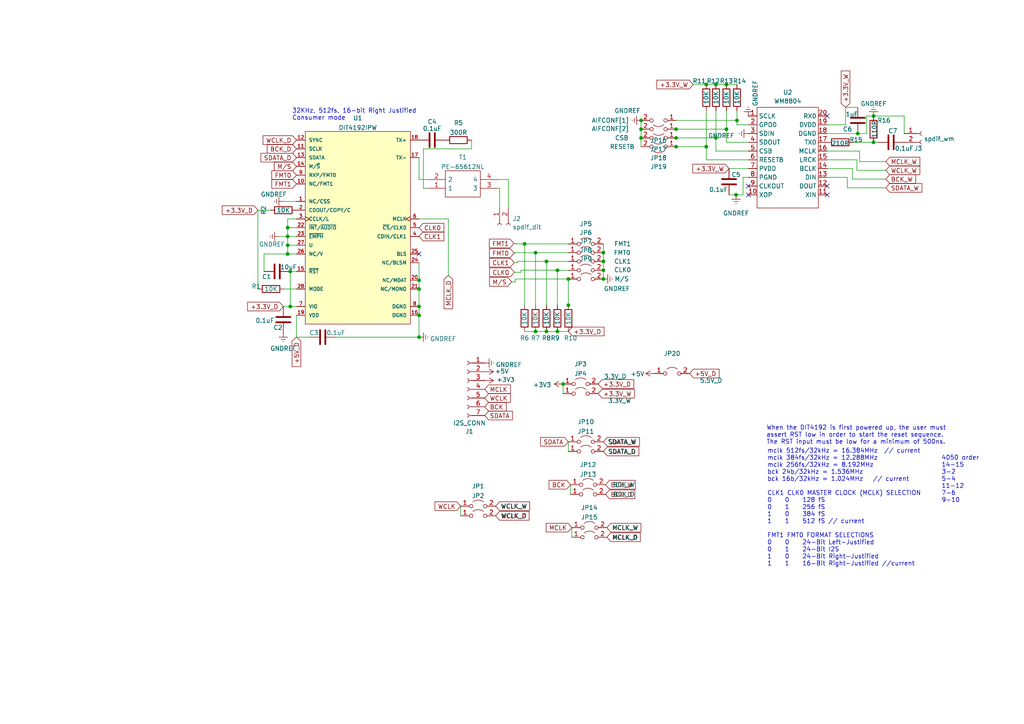
<source format=kicad_sch>
(kicad_sch
	(version 20231120)
	(generator "eeschema")
	(generator_version "8.0")
	(uuid "e63e39d7-6ac0-4ffd-8aa3-1841a4541b55")
	(paper "A4")
	(title_block
		(title "MT32-DIT")
		(rev "0.3")
		(company "Victor A. Sergeev")
	)
	(lib_symbols
		(symbol "Connector:Conn_01x02_Female"
			(pin_names
				(offset 1.016) hide)
			(exclude_from_sim no)
			(in_bom yes)
			(on_board yes)
			(property "Reference" "J"
				(at 0 2.54 0)
				(effects
					(font
						(size 1.27 1.27)
					)
				)
			)
			(property "Value" "Conn_01x02_Female"
				(at 0 -5.08 0)
				(effects
					(font
						(size 1.27 1.27)
					)
				)
			)
			(property "Footprint" ""
				(at 0 0 0)
				(effects
					(font
						(size 1.27 1.27)
					)
					(hide yes)
				)
			)
			(property "Datasheet" "~"
				(at 0 0 0)
				(effects
					(font
						(size 1.27 1.27)
					)
					(hide yes)
				)
			)
			(property "Description" "Generic connector, single row, 01x02, script generated (kicad-library-utils/schlib/autogen/connector/)"
				(at 0 0 0)
				(effects
					(font
						(size 1.27 1.27)
					)
					(hide yes)
				)
			)
			(property "ki_keywords" "connector"
				(at 0 0 0)
				(effects
					(font
						(size 1.27 1.27)
					)
					(hide yes)
				)
			)
			(property "ki_fp_filters" "Connector*:*_1x??_*"
				(at 0 0 0)
				(effects
					(font
						(size 1.27 1.27)
					)
					(hide yes)
				)
			)
			(symbol "Conn_01x02_Female_1_1"
				(arc
					(start 0 -2.032)
					(mid -0.5058 -2.54)
					(end 0 -3.048)
					(stroke
						(width 0.1524)
						(type default)
					)
					(fill
						(type none)
					)
				)
				(polyline
					(pts
						(xy -1.27 -2.54) (xy -0.508 -2.54)
					)
					(stroke
						(width 0.1524)
						(type default)
					)
					(fill
						(type none)
					)
				)
				(polyline
					(pts
						(xy -1.27 0) (xy -0.508 0)
					)
					(stroke
						(width 0.1524)
						(type default)
					)
					(fill
						(type none)
					)
				)
				(arc
					(start 0 0.508)
					(mid -0.5058 0)
					(end 0 -0.508)
					(stroke
						(width 0.1524)
						(type default)
					)
					(fill
						(type none)
					)
				)
				(pin passive line
					(at -5.08 0 0)
					(length 3.81)
					(name "Pin_1"
						(effects
							(font
								(size 1.27 1.27)
							)
						)
					)
					(number "1"
						(effects
							(font
								(size 1.27 1.27)
							)
						)
					)
				)
				(pin passive line
					(at -5.08 -2.54 0)
					(length 3.81)
					(name "Pin_2"
						(effects
							(font
								(size 1.27 1.27)
							)
						)
					)
					(number "2"
						(effects
							(font
								(size 1.27 1.27)
							)
						)
					)
				)
			)
		)
		(symbol "Connector:Conn_01x07_Socket"
			(pin_names
				(offset 1.016) hide)
			(exclude_from_sim no)
			(in_bom yes)
			(on_board yes)
			(property "Reference" "J"
				(at 0 10.16 0)
				(effects
					(font
						(size 1.27 1.27)
					)
				)
			)
			(property "Value" "Conn_01x07_Socket"
				(at 0 -10.16 0)
				(effects
					(font
						(size 1.27 1.27)
					)
				)
			)
			(property "Footprint" ""
				(at 0 0 0)
				(effects
					(font
						(size 1.27 1.27)
					)
					(hide yes)
				)
			)
			(property "Datasheet" "~"
				(at 0 0 0)
				(effects
					(font
						(size 1.27 1.27)
					)
					(hide yes)
				)
			)
			(property "Description" "Generic connector, single row, 01x07, script generated"
				(at 0 0 0)
				(effects
					(font
						(size 1.27 1.27)
					)
					(hide yes)
				)
			)
			(property "ki_locked" ""
				(at 0 0 0)
				(effects
					(font
						(size 1.27 1.27)
					)
				)
			)
			(property "ki_keywords" "connector"
				(at 0 0 0)
				(effects
					(font
						(size 1.27 1.27)
					)
					(hide yes)
				)
			)
			(property "ki_fp_filters" "Connector*:*_1x??_*"
				(at 0 0 0)
				(effects
					(font
						(size 1.27 1.27)
					)
					(hide yes)
				)
			)
			(symbol "Conn_01x07_Socket_1_1"
				(arc
					(start 0 -7.112)
					(mid -0.5058 -7.62)
					(end 0 -8.128)
					(stroke
						(width 0.1524)
						(type default)
					)
					(fill
						(type none)
					)
				)
				(arc
					(start 0 -4.572)
					(mid -0.5058 -5.08)
					(end 0 -5.588)
					(stroke
						(width 0.1524)
						(type default)
					)
					(fill
						(type none)
					)
				)
				(arc
					(start 0 -2.032)
					(mid -0.5058 -2.54)
					(end 0 -3.048)
					(stroke
						(width 0.1524)
						(type default)
					)
					(fill
						(type none)
					)
				)
				(polyline
					(pts
						(xy -1.27 -7.62) (xy -0.508 -7.62)
					)
					(stroke
						(width 0.1524)
						(type default)
					)
					(fill
						(type none)
					)
				)
				(polyline
					(pts
						(xy -1.27 -5.08) (xy -0.508 -5.08)
					)
					(stroke
						(width 0.1524)
						(type default)
					)
					(fill
						(type none)
					)
				)
				(polyline
					(pts
						(xy -1.27 -2.54) (xy -0.508 -2.54)
					)
					(stroke
						(width 0.1524)
						(type default)
					)
					(fill
						(type none)
					)
				)
				(polyline
					(pts
						(xy -1.27 0) (xy -0.508 0)
					)
					(stroke
						(width 0.1524)
						(type default)
					)
					(fill
						(type none)
					)
				)
				(polyline
					(pts
						(xy -1.27 2.54) (xy -0.508 2.54)
					)
					(stroke
						(width 0.1524)
						(type default)
					)
					(fill
						(type none)
					)
				)
				(polyline
					(pts
						(xy -1.27 5.08) (xy -0.508 5.08)
					)
					(stroke
						(width 0.1524)
						(type default)
					)
					(fill
						(type none)
					)
				)
				(polyline
					(pts
						(xy -1.27 7.62) (xy -0.508 7.62)
					)
					(stroke
						(width 0.1524)
						(type default)
					)
					(fill
						(type none)
					)
				)
				(arc
					(start 0 0.508)
					(mid -0.5058 0)
					(end 0 -0.508)
					(stroke
						(width 0.1524)
						(type default)
					)
					(fill
						(type none)
					)
				)
				(arc
					(start 0 3.048)
					(mid -0.5058 2.54)
					(end 0 2.032)
					(stroke
						(width 0.1524)
						(type default)
					)
					(fill
						(type none)
					)
				)
				(arc
					(start 0 5.588)
					(mid -0.5058 5.08)
					(end 0 4.572)
					(stroke
						(width 0.1524)
						(type default)
					)
					(fill
						(type none)
					)
				)
				(arc
					(start 0 8.128)
					(mid -0.5058 7.62)
					(end 0 7.112)
					(stroke
						(width 0.1524)
						(type default)
					)
					(fill
						(type none)
					)
				)
				(pin passive line
					(at -5.08 7.62 0)
					(length 3.81)
					(name "Pin_1"
						(effects
							(font
								(size 1.27 1.27)
							)
						)
					)
					(number "1"
						(effects
							(font
								(size 1.27 1.27)
							)
						)
					)
				)
				(pin passive line
					(at -5.08 5.08 0)
					(length 3.81)
					(name "Pin_2"
						(effects
							(font
								(size 1.27 1.27)
							)
						)
					)
					(number "2"
						(effects
							(font
								(size 1.27 1.27)
							)
						)
					)
				)
				(pin passive line
					(at -5.08 2.54 0)
					(length 3.81)
					(name "Pin_3"
						(effects
							(font
								(size 1.27 1.27)
							)
						)
					)
					(number "3"
						(effects
							(font
								(size 1.27 1.27)
							)
						)
					)
				)
				(pin passive line
					(at -5.08 0 0)
					(length 3.81)
					(name "Pin_4"
						(effects
							(font
								(size 1.27 1.27)
							)
						)
					)
					(number "4"
						(effects
							(font
								(size 1.27 1.27)
							)
						)
					)
				)
				(pin passive line
					(at -5.08 -2.54 0)
					(length 3.81)
					(name "Pin_5"
						(effects
							(font
								(size 1.27 1.27)
							)
						)
					)
					(number "5"
						(effects
							(font
								(size 1.27 1.27)
							)
						)
					)
				)
				(pin passive line
					(at -5.08 -5.08 0)
					(length 3.81)
					(name "Pin_6"
						(effects
							(font
								(size 1.27 1.27)
							)
						)
					)
					(number "6"
						(effects
							(font
								(size 1.27 1.27)
							)
						)
					)
				)
				(pin passive line
					(at -5.08 -7.62 0)
					(length 3.81)
					(name "Pin_7"
						(effects
							(font
								(size 1.27 1.27)
							)
						)
					)
					(number "7"
						(effects
							(font
								(size 1.27 1.27)
							)
						)
					)
				)
			)
		)
		(symbol "DIT4096:DIT4096IPW"
			(pin_names
				(offset 1.016)
			)
			(exclude_from_sim no)
			(in_bom yes)
			(on_board yes)
			(property "Reference" "U"
				(at 0 5.08 0)
				(effects
					(font
						(size 1.27 1.27)
					)
					(justify left)
				)
			)
			(property "Value" "DIT4096IPW"
				(at 0 7.62 0)
				(effects
					(font
						(size 1.27 1.27)
					)
					(justify left)
				)
			)
			(property "Footprint" "Texas_Instruments-DIT4096IPW-*"
				(at 0 10.16 0)
				(effects
					(font
						(size 1.27 1.27)
					)
					(justify left)
					(hide yes)
				)
			)
			(property "Datasheet" "http://www.ti.com/general/docs/lit/getliterature.tsp?genericPartNumber=DIT4096&fileType=pdf"
				(at 0 12.7 0)
				(effects
					(font
						(size 1.27 1.27)
					)
					(justify left)
					(hide yes)
				)
			)
			(property "Description" "DIT4096IPW"
				(at 0 0 0)
				(effects
					(font
						(size 1.27 1.27)
					)
					(hide yes)
				)
			)
			(property "ADC ResolutionBits" ""
				(at 0 15.24 0)
				(effects
					(font
						(size 1.27 1.27)
					)
					(justify left)
					(hide yes)
				)
			)
			(property "ADC Sample Rate kSPS" ""
				(at 0 17.78 0)
				(effects
					(font
						(size 1.27 1.27)
					)
					(justify left)
					(hide yes)
				)
			)
			(property "Audio Data Format" ""
				(at 0 20.32 0)
				(effects
					(font
						(size 1.27 1.27)
					)
					(justify left)
					(hide yes)
				)
			)
			(property "Audio Delay per Channelms" ""
				(at 0 22.86 0)
				(effects
					(font
						(size 1.27 1.27)
					)
					(justify left)
					(hide yes)
				)
			)
			(property "Code  JEDEC" "MO-153"
				(at 0 25.4 0)
				(effects
					(font
						(size 1.27 1.27)
					)
					(justify left)
					(hide yes)
				)
			)
			(property "Component Link 2 Description" "Package Specification"
				(at 0 27.94 0)
				(effects
					(font
						(size 1.27 1.27)
					)
					(justify left)
					(hide yes)
				)
			)
			(property "Component Link 2 URL" "http://www.ti.com/litv/pdf/mpds364"
				(at 0 30.48 0)
				(effects
					(font
						(size 1.27 1.27)
					)
					(justify left)
					(hide yes)
				)
			)
			(property "Control Interface" ""
				(at 0 33.02 0)
				(effects
					(font
						(size 1.27 1.27)
					)
					(justify left)
					(hide yes)
				)
			)
			(property "Control Mode" ""
				(at 0 35.56 0)
				(effects
					(font
						(size 1.27 1.27)
					)
					(justify left)
					(hide yes)
				)
			)
			(property "Datasheet Version" "SBOS225B"
				(at 0 38.1 0)
				(effects
					(font
						(size 1.27 1.27)
					)
					(justify left)
					(hide yes)
				)
			)
			(property "Depop Circuitry" ""
				(at 0 40.64 0)
				(effects
					(font
						(size 1.27 1.27)
					)
					(justify left)
					(hide yes)
				)
			)
			(property "Digital Audio Interface" ""
				(at 0 43.18 0)
				(effects
					(font
						(size 1.27 1.27)
					)
					(justify left)
					(hide yes)
				)
			)
			(property "Digital Supply up to 5 VV" ""
				(at 0 45.72 0)
				(effects
					(font
						(size 1.27 1.27)
					)
					(justify left)
					(hide yes)
				)
			)
			(property "Dynamic RangedB" ""
				(at 0 48.26 0)
				(effects
					(font
						(size 1.27 1.27)
					)
					(justify left)
					(hide yes)
				)
			)
			(property "Inputs" ""
				(at 0 50.8 0)
				(effects
					(font
						(size 1.27 1.27)
					)
					(justify left)
					(hide yes)
				)
			)
			(property "Jitterps" ""
				(at 0 53.34 0)
				(effects
					(font
						(size 1.27 1.27)
					)
					(justify left)
					(hide yes)
				)
			)
			(property "Mounting Technology" "Surface Mount"
				(at 0 55.88 0)
				(effects
					(font
						(size 1.27 1.27)
					)
					(justify left)
					(hide yes)
				)
			)
			(property "Output" ""
				(at 0 58.42 0)
				(effects
					(font
						(size 1.27 1.27)
					)
					(justify left)
					(hide yes)
				)
			)
			(property "Package Description" "28-Pin Plastic Thin Small Outline Package 9.7 x 4.4 mm Body ,0.65 mm Pitch"
				(at 0 60.96 0)
				(effects
					(font
						(size 1.27 1.27)
					)
					(justify left)
					(hide yes)
				)
			)
			(property "Package Version" "revG, Feb-2011"
				(at 0 63.5 0)
				(effects
					(font
						(size 1.27 1.27)
					)
					(justify left)
					(hide yes)
				)
			)
			(property "Power SupplyV" "5"
				(at 0 66.04 0)
				(effects
					(font
						(size 1.27 1.27)
					)
					(justify left)
					(hide yes)
				)
			)
			(property "Sample Rate maxSPS" ""
				(at 0 68.58 0)
				(effects
					(font
						(size 1.27 1.27)
					)
					(justify left)
					(hide yes)
				)
			)
			(property "Sampling RateMaxkHz" "96"
				(at 0 71.12 0)
				(effects
					(font
						(size 1.27 1.27)
					)
					(justify left)
					(hide yes)
				)
			)
			(property "Sub Family" "Digital Audio Transmitter"
				(at 0 73.66 0)
				(effects
					(font
						(size 1.27 1.27)
					)
					(justify left)
					(hide yes)
				)
			)
			(property "Supply VoltagesV" ""
				(at 0 76.2 0)
				(effects
					(font
						(size 1.27 1.27)
					)
					(justify left)
					(hide yes)
				)
			)
			(property "THD Nd B" ""
				(at 0 78.74 0)
				(effects
					(font
						(size 1.27 1.27)
					)
					(justify left)
					(hide yes)
				)
			)
			(property "SRC Channels" ""
				(at 0 81.28 0)
				(effects
					(font
						(size 1.27 1.27)
					)
					(justify left)
					(hide yes)
				)
			)
			(property "category" "IC"
				(at 0 83.82 0)
				(effects
					(font
						(size 1.27 1.27)
					)
					(justify left)
					(hide yes)
				)
			)
			(property "ciiva ids" "19301177"
				(at 0 86.36 0)
				(effects
					(font
						(size 1.27 1.27)
					)
					(justify left)
					(hide yes)
				)
			)
			(property "library id" "a7cc1a0efa220af4"
				(at 0 88.9 0)
				(effects
					(font
						(size 1.27 1.27)
					)
					(justify left)
					(hide yes)
				)
			)
			(property "manufacturer" "Texas Instruments"
				(at 0 91.44 0)
				(effects
					(font
						(size 1.27 1.27)
					)
					(justify left)
					(hide yes)
				)
			)
			(property "package" "PW0028A"
				(at 0 93.98 0)
				(effects
					(font
						(size 1.27 1.27)
					)
					(justify left)
					(hide yes)
				)
			)
			(property "release date" "1464325991"
				(at 0 96.52 0)
				(effects
					(font
						(size 1.27 1.27)
					)
					(justify left)
					(hide yes)
				)
			)
			(property "rohs" "Yes"
				(at 0 99.06 0)
				(effects
					(font
						(size 1.27 1.27)
					)
					(justify left)
					(hide yes)
				)
			)
			(property "vault revision" "4F0DD9C0-5AA8-4E41-84DE-1AF12FB0F69F"
				(at 0 101.6 0)
				(effects
					(font
						(size 1.27 1.27)
					)
					(justify left)
					(hide yes)
				)
			)
			(property "imported" "yes"
				(at 0 104.14 0)
				(effects
					(font
						(size 1.27 1.27)
					)
					(justify left)
					(hide yes)
				)
			)
			(property "ki_locked" ""
				(at 0 0 0)
				(effects
					(font
						(size 1.27 1.27)
					)
				)
			)
			(symbol "DIT4096IPW_1_1"
				(rectangle
					(start 5.08 2.54)
					(end 35.56 -53.34)
					(stroke
						(width 0)
						(type default)
					)
					(fill
						(type background)
					)
				)
				(pin input line
					(at 2.54 -17.78 0)
					(length 2.54)
					(name "NC/CSS"
						(effects
							(font
								(size 1.016 1.016)
							)
						)
					)
					(number "1"
						(effects
							(font
								(size 1.016 1.016)
							)
						)
					)
				)
				(pin input line
					(at 2.54 -12.7 0)
					(length 2.54)
					(name "NC/FMT1"
						(effects
							(font
								(size 1.016 1.016)
							)
						)
					)
					(number "10"
						(effects
							(font
								(size 1.016 1.016)
							)
						)
					)
				)
				(pin bidirectional line
					(at 2.54 -2.54 0)
					(length 2.54)
					(name "SCLK"
						(effects
							(font
								(size 1.016 1.016)
							)
						)
					)
					(number "11"
						(effects
							(font
								(size 1.016 1.016)
							)
						)
					)
				)
				(pin bidirectional line
					(at 2.54 0 0)
					(length 2.54)
					(name "SYNC"
						(effects
							(font
								(size 1.016 1.016)
							)
						)
					)
					(number "12"
						(effects
							(font
								(size 1.016 1.016)
							)
						)
					)
				)
				(pin input line
					(at 2.54 -5.08 0)
					(length 2.54)
					(name "SDATA"
						(effects
							(font
								(size 1.016 1.016)
							)
						)
					)
					(number "13"
						(effects
							(font
								(size 1.016 1.016)
							)
						)
					)
				)
				(pin input line
					(at 2.54 -7.62 0)
					(length 2.54)
					(name "M/~{S}"
						(effects
							(font
								(size 1.016 1.016)
							)
						)
					)
					(number "14"
						(effects
							(font
								(size 1.016 1.016)
							)
						)
					)
				)
				(pin input line
					(at 2.54 -38.1 0)
					(length 2.54)
					(name "~{RST}"
						(effects
							(font
								(size 1.016 1.016)
							)
						)
					)
					(number "15"
						(effects
							(font
								(size 1.016 1.016)
							)
						)
					)
				)
				(pin power_in line
					(at 38.1 -50.8 180)
					(length 2.54)
					(name "DGND"
						(effects
							(font
								(size 1.016 1.016)
							)
						)
					)
					(number "16"
						(effects
							(font
								(size 1.016 1.016)
							)
						)
					)
				)
				(pin output line
					(at 38.1 -5.08 180)
					(length 2.54)
					(name "TX-"
						(effects
							(font
								(size 1.016 1.016)
							)
						)
					)
					(number "17"
						(effects
							(font
								(size 1.016 1.016)
							)
						)
					)
				)
				(pin output line
					(at 38.1 0 180)
					(length 2.54)
					(name "TX+"
						(effects
							(font
								(size 1.016 1.016)
							)
						)
					)
					(number "18"
						(effects
							(font
								(size 1.016 1.016)
							)
						)
					)
				)
				(pin power_in line
					(at 2.54 -50.8 0)
					(length 2.54)
					(name "VDD"
						(effects
							(font
								(size 1.016 1.016)
							)
						)
					)
					(number "19"
						(effects
							(font
								(size 1.016 1.016)
							)
						)
					)
				)
				(pin bidirectional line
					(at 2.54 -20.32 0)
					(length 2.54)
					(name "CDOUT/COPY/C"
						(effects
							(font
								(size 1.016 1.016)
							)
						)
					)
					(number "2"
						(effects
							(font
								(size 1.016 1.016)
							)
						)
					)
				)
				(pin input line
					(at 38.1 -40.64 180)
					(length 2.54)
					(name "NC/MDAT"
						(effects
							(font
								(size 1.016 1.016)
							)
						)
					)
					(number "20"
						(effects
							(font
								(size 1.016 1.016)
							)
						)
					)
				)
				(pin input line
					(at 38.1 -43.18 180)
					(length 2.54)
					(name "NC/MONO"
						(effects
							(font
								(size 1.016 1.016)
							)
						)
					)
					(number "21"
						(effects
							(font
								(size 1.016 1.016)
							)
						)
					)
				)
				(pin bidirectional line
					(at 2.54 -25.4 0)
					(length 2.54)
					(name "~{INT}/~{AUDIO}"
						(effects
							(font
								(size 1.016 1.016)
							)
						)
					)
					(number "22"
						(effects
							(font
								(size 1.016 1.016)
							)
						)
					)
				)
				(pin input line
					(at 2.54 -27.94 0)
					(length 2.54)
					(name "~{EMPH}"
						(effects
							(font
								(size 1.016 1.016)
							)
						)
					)
					(number "23"
						(effects
							(font
								(size 1.016 1.016)
							)
						)
					)
				)
				(pin input line
					(at 38.1 -35.56 180)
					(length 2.54)
					(name "NC/BLSM"
						(effects
							(font
								(size 1.016 1.016)
							)
						)
					)
					(number "24"
						(effects
							(font
								(size 1.016 1.016)
							)
						)
					)
				)
				(pin bidirectional line
					(at 38.1 -33.02 180)
					(length 2.54)
					(name "BLS"
						(effects
							(font
								(size 1.016 1.016)
							)
						)
					)
					(number "25"
						(effects
							(font
								(size 1.016 1.016)
							)
						)
					)
				)
				(pin input line
					(at 2.54 -33.02 0)
					(length 2.54)
					(name "NC/V"
						(effects
							(font
								(size 1.016 1.016)
							)
						)
					)
					(number "26"
						(effects
							(font
								(size 1.016 1.016)
							)
						)
					)
				)
				(pin input line
					(at 2.54 -30.48 0)
					(length 2.54)
					(name "U"
						(effects
							(font
								(size 1.016 1.016)
							)
						)
					)
					(number "27"
						(effects
							(font
								(size 1.016 1.016)
							)
						)
					)
				)
				(pin input line
					(at 2.54 -43.18 0)
					(length 2.54)
					(name "MODE"
						(effects
							(font
								(size 1.016 1.016)
							)
						)
					)
					(number "28"
						(effects
							(font
								(size 1.016 1.016)
							)
						)
					)
				)
				(pin input clock
					(at 2.54 -22.86 0)
					(length 2.54)
					(name "CCLK/L"
						(effects
							(font
								(size 1.016 1.016)
							)
						)
					)
					(number "3"
						(effects
							(font
								(size 1.016 1.016)
							)
						)
					)
				)
				(pin input line
					(at 38.1 -27.94 180)
					(length 2.54)
					(name "CDIN/CLK1"
						(effects
							(font
								(size 1.016 1.016)
							)
						)
					)
					(number "4"
						(effects
							(font
								(size 1.016 1.016)
							)
						)
					)
				)
				(pin input line
					(at 38.1 -25.4 180)
					(length 2.54)
					(name "~{CS}/CLK0"
						(effects
							(font
								(size 1.016 1.016)
							)
						)
					)
					(number "5"
						(effects
							(font
								(size 1.016 1.016)
							)
						)
					)
				)
				(pin input clock
					(at 38.1 -22.86 180)
					(length 2.54)
					(name "MCLK"
						(effects
							(font
								(size 1.016 1.016)
							)
						)
					)
					(number "6"
						(effects
							(font
								(size 1.016 1.016)
							)
						)
					)
				)
				(pin power_in line
					(at 2.54 -48.26 0)
					(length 2.54)
					(name "VIO"
						(effects
							(font
								(size 1.016 1.016)
							)
						)
					)
					(number "7"
						(effects
							(font
								(size 1.016 1.016)
							)
						)
					)
				)
				(pin power_in line
					(at 38.1 -48.26 180)
					(length 2.54)
					(name "DGND"
						(effects
							(font
								(size 1.016 1.016)
							)
						)
					)
					(number "8"
						(effects
							(font
								(size 1.016 1.016)
							)
						)
					)
				)
				(pin input line
					(at 2.54 -10.16 0)
					(length 2.54)
					(name "RXP/FMT0"
						(effects
							(font
								(size 1.016 1.016)
							)
						)
					)
					(number "9"
						(effects
							(font
								(size 1.016 1.016)
							)
						)
					)
				)
			)
		)
		(symbol "DITs:WM8804"
			(exclude_from_sim no)
			(in_bom yes)
			(on_board yes)
			(property "Reference" "U"
				(at -7.62 17.78 0)
				(effects
					(font
						(size 1.27 1.27)
					)
				)
			)
			(property "Value" "WM8804"
				(at 0 -11.43 0)
				(effects
					(font
						(size 1.27 1.27)
					)
				)
			)
			(property "Footprint" ""
				(at 0 0 0)
				(effects
					(font
						(size 1.27 1.27)
					)
					(hide yes)
				)
			)
			(property "Datasheet" ""
				(at 0 0 0)
				(effects
					(font
						(size 1.27 1.27)
					)
					(hide yes)
				)
			)
			(property "Description" ""
				(at 0 0 0)
				(effects
					(font
						(size 1.27 1.27)
					)
					(hide yes)
				)
			)
			(symbol "WM8804_0_1"
				(rectangle
					(start -8.89 16.51)
					(end 8.89 -12.7)
					(stroke
						(width 0.1524)
						(type default)
					)
					(fill
						(type none)
					)
				)
			)
			(symbol "WM8804_1_1"
				(pin bidirectional line
					(at -11.43 13.97 0)
					(length 2.54)
					(name "SCLK"
						(effects
							(font
								(size 1.27 1.27)
							)
						)
					)
					(number "1"
						(effects
							(font
								(size 1.27 1.27)
							)
						)
					)
				)
				(pin output line
					(at -11.43 -8.89 0)
					(length 2.54)
					(name "XOP"
						(effects
							(font
								(size 1.27 1.27)
							)
						)
					)
					(number "10"
						(effects
							(font
								(size 1.27 1.27)
							)
						)
					)
				)
				(pin input line
					(at 11.43 -8.89 180)
					(length 2.54)
					(name "XIN"
						(effects
							(font
								(size 1.27 1.27)
							)
						)
					)
					(number "11"
						(effects
							(font
								(size 1.27 1.27)
							)
						)
					)
				)
				(pin output line
					(at 11.43 -6.35 180)
					(length 2.54)
					(name "DOUT"
						(effects
							(font
								(size 1.27 1.27)
							)
						)
					)
					(number "12"
						(effects
							(font
								(size 1.27 1.27)
							)
						)
					)
				)
				(pin input line
					(at 11.43 -3.81 180)
					(length 2.54)
					(name "DIN"
						(effects
							(font
								(size 1.27 1.27)
							)
						)
					)
					(number "13"
						(effects
							(font
								(size 1.27 1.27)
							)
						)
					)
				)
				(pin bidirectional line
					(at 11.43 -1.27 180)
					(length 2.54)
					(name "BCLK"
						(effects
							(font
								(size 1.27 1.27)
							)
						)
					)
					(number "14"
						(effects
							(font
								(size 1.27 1.27)
							)
						)
					)
				)
				(pin bidirectional line
					(at 11.43 1.27 180)
					(length 2.54)
					(name "LRCK"
						(effects
							(font
								(size 1.27 1.27)
							)
						)
					)
					(number "15"
						(effects
							(font
								(size 1.27 1.27)
							)
						)
					)
				)
				(pin bidirectional line
					(at 11.43 3.81 180)
					(length 2.54)
					(name "MCLK"
						(effects
							(font
								(size 1.27 1.27)
							)
						)
					)
					(number "16"
						(effects
							(font
								(size 1.27 1.27)
							)
						)
					)
				)
				(pin output line
					(at 11.43 6.35 180)
					(length 2.54)
					(name "TX0"
						(effects
							(font
								(size 1.27 1.27)
							)
						)
					)
					(number "17"
						(effects
							(font
								(size 1.27 1.27)
							)
						)
					)
				)
				(pin power_in line
					(at 11.43 8.89 180)
					(length 2.54)
					(name "DGND"
						(effects
							(font
								(size 1.27 1.27)
							)
						)
					)
					(number "18"
						(effects
							(font
								(size 1.27 1.27)
							)
						)
					)
				)
				(pin power_in line
					(at 11.43 11.43 180)
					(length 2.54)
					(name "DVDD"
						(effects
							(font
								(size 1.27 1.27)
							)
						)
					)
					(number "19"
						(effects
							(font
								(size 1.27 1.27)
							)
						)
					)
				)
				(pin bidirectional line
					(at -11.43 11.43 0)
					(length 2.54)
					(name "GPO0"
						(effects
							(font
								(size 1.27 1.27)
							)
						)
					)
					(number "2"
						(effects
							(font
								(size 1.27 1.27)
							)
						)
					)
				)
				(pin input line
					(at 11.43 13.97 180)
					(length 2.54)
					(name "RX0"
						(effects
							(font
								(size 1.27 1.27)
							)
						)
					)
					(number "20"
						(effects
							(font
								(size 1.27 1.27)
							)
						)
					)
				)
				(pin input line
					(at -11.43 8.89 0)
					(length 2.54)
					(name "SDIN"
						(effects
							(font
								(size 1.27 1.27)
							)
						)
					)
					(number "3"
						(effects
							(font
								(size 1.27 1.27)
							)
						)
					)
				)
				(pin bidirectional line
					(at -11.43 6.35 0)
					(length 2.54)
					(name "SDOUT"
						(effects
							(font
								(size 1.27 1.27)
							)
						)
					)
					(number "4"
						(effects
							(font
								(size 1.27 1.27)
							)
						)
					)
				)
				(pin bidirectional line
					(at -11.43 3.81 0)
					(length 2.54)
					(name "CSB"
						(effects
							(font
								(size 1.27 1.27)
							)
						)
					)
					(number "5"
						(effects
							(font
								(size 1.27 1.27)
							)
						)
					)
				)
				(pin input line
					(at -11.43 1.27 0)
					(length 2.54)
					(name "RESETB"
						(effects
							(font
								(size 1.27 1.27)
							)
						)
					)
					(number "6"
						(effects
							(font
								(size 1.27 1.27)
							)
						)
					)
				)
				(pin power_in line
					(at -11.43 -1.27 0)
					(length 2.54)
					(name "PVDD"
						(effects
							(font
								(size 1.27 1.27)
							)
						)
					)
					(number "7"
						(effects
							(font
								(size 1.27 1.27)
							)
						)
					)
				)
				(pin power_in line
					(at -11.43 -3.81 0)
					(length 2.54)
					(name "PGND"
						(effects
							(font
								(size 1.27 1.27)
							)
						)
					)
					(number "8"
						(effects
							(font
								(size 1.27 1.27)
							)
						)
					)
				)
				(pin output line
					(at -11.43 -6.35 0)
					(length 2.54)
					(name "CLKOUT"
						(effects
							(font
								(size 1.27 1.27)
							)
						)
					)
					(number "9"
						(effects
							(font
								(size 1.27 1.27)
							)
						)
					)
				)
			)
		)
		(symbol "Device:C"
			(pin_numbers hide)
			(pin_names
				(offset 0.254)
			)
			(exclude_from_sim no)
			(in_bom yes)
			(on_board yes)
			(property "Reference" "C"
				(at 0.635 2.54 0)
				(effects
					(font
						(size 1.27 1.27)
					)
					(justify left)
				)
			)
			(property "Value" "C"
				(at 0.635 -2.54 0)
				(effects
					(font
						(size 1.27 1.27)
					)
					(justify left)
				)
			)
			(property "Footprint" ""
				(at 0.9652 -3.81 0)
				(effects
					(font
						(size 1.27 1.27)
					)
					(hide yes)
				)
			)
			(property "Datasheet" "~"
				(at 0 0 0)
				(effects
					(font
						(size 1.27 1.27)
					)
					(hide yes)
				)
			)
			(property "Description" "Unpolarized capacitor"
				(at 0 0 0)
				(effects
					(font
						(size 1.27 1.27)
					)
					(hide yes)
				)
			)
			(property "ki_keywords" "cap capacitor"
				(at 0 0 0)
				(effects
					(font
						(size 1.27 1.27)
					)
					(hide yes)
				)
			)
			(property "ki_fp_filters" "C_*"
				(at 0 0 0)
				(effects
					(font
						(size 1.27 1.27)
					)
					(hide yes)
				)
			)
			(symbol "C_0_1"
				(polyline
					(pts
						(xy -2.032 -0.762) (xy 2.032 -0.762)
					)
					(stroke
						(width 0.508)
						(type default)
					)
					(fill
						(type none)
					)
				)
				(polyline
					(pts
						(xy -2.032 0.762) (xy 2.032 0.762)
					)
					(stroke
						(width 0.508)
						(type default)
					)
					(fill
						(type none)
					)
				)
			)
			(symbol "C_1_1"
				(pin passive line
					(at 0 3.81 270)
					(length 2.794)
					(name "~"
						(effects
							(font
								(size 1.27 1.27)
							)
						)
					)
					(number "1"
						(effects
							(font
								(size 1.27 1.27)
							)
						)
					)
				)
				(pin passive line
					(at 0 -3.81 90)
					(length 2.794)
					(name "~"
						(effects
							(font
								(size 1.27 1.27)
							)
						)
					)
					(number "2"
						(effects
							(font
								(size 1.27 1.27)
							)
						)
					)
				)
			)
		)
		(symbol "Device:R"
			(pin_numbers hide)
			(pin_names
				(offset 0)
			)
			(exclude_from_sim no)
			(in_bom yes)
			(on_board yes)
			(property "Reference" "R"
				(at 2.032 0 90)
				(effects
					(font
						(size 1.27 1.27)
					)
				)
			)
			(property "Value" "R"
				(at 0 0 90)
				(effects
					(font
						(size 1.27 1.27)
					)
				)
			)
			(property "Footprint" ""
				(at -1.778 0 90)
				(effects
					(font
						(size 1.27 1.27)
					)
					(hide yes)
				)
			)
			(property "Datasheet" "~"
				(at 0 0 0)
				(effects
					(font
						(size 1.27 1.27)
					)
					(hide yes)
				)
			)
			(property "Description" "Resistor"
				(at 0 0 0)
				(effects
					(font
						(size 1.27 1.27)
					)
					(hide yes)
				)
			)
			(property "ki_keywords" "R res resistor"
				(at 0 0 0)
				(effects
					(font
						(size 1.27 1.27)
					)
					(hide yes)
				)
			)
			(property "ki_fp_filters" "R_*"
				(at 0 0 0)
				(effects
					(font
						(size 1.27 1.27)
					)
					(hide yes)
				)
			)
			(symbol "R_0_1"
				(rectangle
					(start -1.016 -2.54)
					(end 1.016 2.54)
					(stroke
						(width 0.254)
						(type default)
					)
					(fill
						(type none)
					)
				)
			)
			(symbol "R_1_1"
				(pin passive line
					(at 0 3.81 270)
					(length 1.27)
					(name "~"
						(effects
							(font
								(size 1.27 1.27)
							)
						)
					)
					(number "1"
						(effects
							(font
								(size 1.27 1.27)
							)
						)
					)
				)
				(pin passive line
					(at 0 -3.81 90)
					(length 1.27)
					(name "~"
						(effects
							(font
								(size 1.27 1.27)
							)
						)
					)
					(number "2"
						(effects
							(font
								(size 1.27 1.27)
							)
						)
					)
				)
			)
		)
		(symbol "Jumper:Jumper_2_Open"
			(pin_names
				(offset 0) hide)
			(exclude_from_sim no)
			(in_bom yes)
			(on_board yes)
			(property "Reference" "JP"
				(at 0 2.794 0)
				(effects
					(font
						(size 1.27 1.27)
					)
				)
			)
			(property "Value" "Jumper_2_Open"
				(at 0 -2.286 0)
				(effects
					(font
						(size 1.27 1.27)
					)
				)
			)
			(property "Footprint" ""
				(at 0 0 0)
				(effects
					(font
						(size 1.27 1.27)
					)
					(hide yes)
				)
			)
			(property "Datasheet" "~"
				(at 0 0 0)
				(effects
					(font
						(size 1.27 1.27)
					)
					(hide yes)
				)
			)
			(property "Description" "Jumper, 2-pole, open"
				(at 0 0 0)
				(effects
					(font
						(size 1.27 1.27)
					)
					(hide yes)
				)
			)
			(property "ki_keywords" "Jumper SPST"
				(at 0 0 0)
				(effects
					(font
						(size 1.27 1.27)
					)
					(hide yes)
				)
			)
			(property "ki_fp_filters" "Jumper* TestPoint*2Pads* TestPoint*Bridge*"
				(at 0 0 0)
				(effects
					(font
						(size 1.27 1.27)
					)
					(hide yes)
				)
			)
			(symbol "Jumper_2_Open_0_0"
				(circle
					(center -2.032 0)
					(radius 0.508)
					(stroke
						(width 0)
						(type default)
					)
					(fill
						(type none)
					)
				)
				(circle
					(center 2.032 0)
					(radius 0.508)
					(stroke
						(width 0)
						(type default)
					)
					(fill
						(type none)
					)
				)
			)
			(symbol "Jumper_2_Open_0_1"
				(arc
					(start 1.524 1.27)
					(mid 0 1.778)
					(end -1.524 1.27)
					(stroke
						(width 0)
						(type default)
					)
					(fill
						(type none)
					)
				)
			)
			(symbol "Jumper_2_Open_1_1"
				(pin passive line
					(at -5.08 0 0)
					(length 2.54)
					(name "A"
						(effects
							(font
								(size 1.27 1.27)
							)
						)
					)
					(number "1"
						(effects
							(font
								(size 1.27 1.27)
							)
						)
					)
				)
				(pin passive line
					(at 5.08 0 180)
					(length 2.54)
					(name "B"
						(effects
							(font
								(size 1.27 1.27)
							)
						)
					)
					(number "2"
						(effects
							(font
								(size 1.27 1.27)
							)
						)
					)
				)
			)
		)
		(symbol "PE65612:PE-65612NL"
			(pin_names
				(offset 0.762)
			)
			(exclude_from_sim no)
			(in_bom yes)
			(on_board yes)
			(property "Reference" "T"
				(at 16.51 7.62 0)
				(effects
					(font
						(size 1.27 1.27)
					)
					(justify left)
				)
			)
			(property "Value" "PE-65612NL"
				(at 16.51 5.08 0)
				(effects
					(font
						(size 1.27 1.27)
					)
					(justify left)
				)
			)
			(property "Footprint" "PE65612NL"
				(at 16.51 2.54 0)
				(effects
					(font
						(size 1.27 1.27)
					)
					(justify left)
					(hide yes)
				)
			)
			(property "Datasheet" "https://componentsearchengine.com/Datasheets/1/PE-65612NL.pdf"
				(at 16.51 0 0)
				(effects
					(font
						(size 1.27 1.27)
					)
					(justify left)
					(hide yes)
				)
			)
			(property "Description" "Audio Transformers / Signal Transformers THT Digital Audio 2500uH 1-Port"
				(at 16.51 -2.54 0)
				(effects
					(font
						(size 1.27 1.27)
					)
					(justify left)
					(hide yes)
				)
			)
			(property "Height" "6.6"
				(at 16.51 -5.08 0)
				(effects
					(font
						(size 1.27 1.27)
					)
					(justify left)
					(hide yes)
				)
			)
			(property "Manufacturer_Name" "Pulse"
				(at 16.51 -7.62 0)
				(effects
					(font
						(size 1.27 1.27)
					)
					(justify left)
					(hide yes)
				)
			)
			(property "Manufacturer_Part_Number" "PE-65612NL"
				(at 16.51 -10.16 0)
				(effects
					(font
						(size 1.27 1.27)
					)
					(justify left)
					(hide yes)
				)
			)
			(property "Mouser Part Number" "673-PE-65612NL"
				(at 16.51 -12.7 0)
				(effects
					(font
						(size 1.27 1.27)
					)
					(justify left)
					(hide yes)
				)
			)
			(property "Mouser Price/Stock" "https://www.mouser.co.uk/ProductDetail/Pulse-Electronics/PE-65612NL?qs=0Ba7fqpihnjaWgPSZtGigw%3D%3D"
				(at 16.51 -15.24 0)
				(effects
					(font
						(size 1.27 1.27)
					)
					(justify left)
					(hide yes)
				)
			)
			(property "Arrow Part Number" "PE-65612NL"
				(at 16.51 -17.78 0)
				(effects
					(font
						(size 1.27 1.27)
					)
					(justify left)
					(hide yes)
				)
			)
			(property "Arrow Price/Stock" "https://www.arrow.com/en/products/pe-65612nl/pulse-electronics-corporation?region=nac"
				(at 16.51 -20.32 0)
				(effects
					(font
						(size 1.27 1.27)
					)
					(justify left)
					(hide yes)
				)
			)
			(symbol "PE-65612NL_0_0"
				(pin passive line
					(at 0 -2.54 0)
					(length 5.08)
					(name "1"
						(effects
							(font
								(size 1.27 1.27)
							)
						)
					)
					(number "1"
						(effects
							(font
								(size 1.27 1.27)
							)
						)
					)
				)
				(pin passive line
					(at 0 0 0)
					(length 5.08)
					(name "2"
						(effects
							(font
								(size 1.27 1.27)
							)
						)
					)
					(number "2"
						(effects
							(font
								(size 1.27 1.27)
							)
						)
					)
				)
				(pin passive line
					(at 20.32 -2.54 180)
					(length 5.08)
					(name "3"
						(effects
							(font
								(size 1.27 1.27)
							)
						)
					)
					(number "3"
						(effects
							(font
								(size 1.27 1.27)
							)
						)
					)
				)
				(pin passive line
					(at 20.32 0 180)
					(length 5.08)
					(name "4"
						(effects
							(font
								(size 1.27 1.27)
							)
						)
					)
					(number "4"
						(effects
							(font
								(size 1.27 1.27)
							)
						)
					)
				)
			)
			(symbol "PE-65612NL_0_1"
				(polyline
					(pts
						(xy 5.08 2.54) (xy 15.24 2.54) (xy 15.24 -5.08) (xy 5.08 -5.08) (xy 5.08 2.54)
					)
					(stroke
						(width 0.1524)
						(type default)
					)
					(fill
						(type none)
					)
				)
			)
		)
		(symbol "power:+3.3V"
			(power)
			(pin_names
				(offset 0)
			)
			(exclude_from_sim no)
			(in_bom yes)
			(on_board yes)
			(property "Reference" "#PWR"
				(at 0 -3.81 0)
				(effects
					(font
						(size 1.27 1.27)
					)
					(hide yes)
				)
			)
			(property "Value" "+3.3V"
				(at 0 3.556 0)
				(effects
					(font
						(size 1.27 1.27)
					)
				)
			)
			(property "Footprint" ""
				(at 0 0 0)
				(effects
					(font
						(size 1.27 1.27)
					)
					(hide yes)
				)
			)
			(property "Datasheet" ""
				(at 0 0 0)
				(effects
					(font
						(size 1.27 1.27)
					)
					(hide yes)
				)
			)
			(property "Description" "Power symbol creates a global label with name \"+3.3V\""
				(at 0 0 0)
				(effects
					(font
						(size 1.27 1.27)
					)
					(hide yes)
				)
			)
			(property "ki_keywords" "power-flag"
				(at 0 0 0)
				(effects
					(font
						(size 1.27 1.27)
					)
					(hide yes)
				)
			)
			(symbol "+3.3V_0_1"
				(polyline
					(pts
						(xy -0.762 1.27) (xy 0 2.54)
					)
					(stroke
						(width 0)
						(type default)
					)
					(fill
						(type none)
					)
				)
				(polyline
					(pts
						(xy 0 0) (xy 0 2.54)
					)
					(stroke
						(width 0)
						(type default)
					)
					(fill
						(type none)
					)
				)
				(polyline
					(pts
						(xy 0 2.54) (xy 0.762 1.27)
					)
					(stroke
						(width 0)
						(type default)
					)
					(fill
						(type none)
					)
				)
			)
			(symbol "+3.3V_1_1"
				(pin power_in line
					(at 0 0 90)
					(length 0) hide
					(name "+3V3"
						(effects
							(font
								(size 1.27 1.27)
							)
						)
					)
					(number "1"
						(effects
							(font
								(size 1.27 1.27)
							)
						)
					)
				)
			)
		)
		(symbol "power:+5V"
			(power)
			(pin_names
				(offset 0)
			)
			(exclude_from_sim no)
			(in_bom yes)
			(on_board yes)
			(property "Reference" "#PWR"
				(at 0 -3.81 0)
				(effects
					(font
						(size 1.27 1.27)
					)
					(hide yes)
				)
			)
			(property "Value" "+5V"
				(at 0 3.556 0)
				(effects
					(font
						(size 1.27 1.27)
					)
				)
			)
			(property "Footprint" ""
				(at 0 0 0)
				(effects
					(font
						(size 1.27 1.27)
					)
					(hide yes)
				)
			)
			(property "Datasheet" ""
				(at 0 0 0)
				(effects
					(font
						(size 1.27 1.27)
					)
					(hide yes)
				)
			)
			(property "Description" "Power symbol creates a global label with name \"+5V\""
				(at 0 0 0)
				(effects
					(font
						(size 1.27 1.27)
					)
					(hide yes)
				)
			)
			(property "ki_keywords" "power-flag"
				(at 0 0 0)
				(effects
					(font
						(size 1.27 1.27)
					)
					(hide yes)
				)
			)
			(symbol "+5V_0_1"
				(polyline
					(pts
						(xy -0.762 1.27) (xy 0 2.54)
					)
					(stroke
						(width 0)
						(type default)
					)
					(fill
						(type none)
					)
				)
				(polyline
					(pts
						(xy 0 0) (xy 0 2.54)
					)
					(stroke
						(width 0)
						(type default)
					)
					(fill
						(type none)
					)
				)
				(polyline
					(pts
						(xy 0 2.54) (xy 0.762 1.27)
					)
					(stroke
						(width 0)
						(type default)
					)
					(fill
						(type none)
					)
				)
			)
			(symbol "+5V_1_1"
				(pin power_in line
					(at 0 0 90)
					(length 0) hide
					(name "+5V"
						(effects
							(font
								(size 1.27 1.27)
							)
						)
					)
					(number "1"
						(effects
							(font
								(size 1.27 1.27)
							)
						)
					)
				)
			)
		)
		(symbol "power:GNDREF"
			(power)
			(pin_names
				(offset 0)
			)
			(exclude_from_sim no)
			(in_bom yes)
			(on_board yes)
			(property "Reference" "#PWR"
				(at 0 -6.35 0)
				(effects
					(font
						(size 1.27 1.27)
					)
					(hide yes)
				)
			)
			(property "Value" "GNDREF"
				(at 0 -3.81 0)
				(effects
					(font
						(size 1.27 1.27)
					)
				)
			)
			(property "Footprint" ""
				(at 0 0 0)
				(effects
					(font
						(size 1.27 1.27)
					)
					(hide yes)
				)
			)
			(property "Datasheet" ""
				(at 0 0 0)
				(effects
					(font
						(size 1.27 1.27)
					)
					(hide yes)
				)
			)
			(property "Description" "Power symbol creates a global label with name \"GNDREF\" , reference supply ground"
				(at 0 0 0)
				(effects
					(font
						(size 1.27 1.27)
					)
					(hide yes)
				)
			)
			(property "ki_keywords" "power-flag"
				(at 0 0 0)
				(effects
					(font
						(size 1.27 1.27)
					)
					(hide yes)
				)
			)
			(symbol "GNDREF_0_1"
				(polyline
					(pts
						(xy -0.635 -1.905) (xy 0.635 -1.905)
					)
					(stroke
						(width 0)
						(type default)
					)
					(fill
						(type none)
					)
				)
				(polyline
					(pts
						(xy -0.127 -2.54) (xy 0.127 -2.54)
					)
					(stroke
						(width 0)
						(type default)
					)
					(fill
						(type none)
					)
				)
				(polyline
					(pts
						(xy 0 -1.27) (xy 0 0)
					)
					(stroke
						(width 0)
						(type default)
					)
					(fill
						(type none)
					)
				)
				(polyline
					(pts
						(xy 1.27 -1.27) (xy -1.27 -1.27)
					)
					(stroke
						(width 0)
						(type default)
					)
					(fill
						(type none)
					)
				)
			)
			(symbol "GNDREF_1_1"
				(pin power_in line
					(at 0 0 270)
					(length 0) hide
					(name "GNDREF"
						(effects
							(font
								(size 1.27 1.27)
							)
						)
					)
					(number "1"
						(effects
							(font
								(size 1.27 1.27)
							)
						)
					)
				)
			)
		)
	)
	(junction
		(at 161.671 78.3955)
		(diameter 0)
		(color 0 0 0 0)
		(uuid "018dd8f8-a8de-4f23-a863-59cd3e40c4bf")
	)
	(junction
		(at 213.487 56.515)
		(diameter 0)
		(color 0 0 0 0)
		(uuid "029cd7d7-d9a3-46c8-93a4-85cc6ceb70d2")
	)
	(junction
		(at 253.365 33.655)
		(diameter 0)
		(color 0 0 0 0)
		(uuid "03b82f37-e627-4875-b748-62e171e4c8e3")
	)
	(junction
		(at 210.693 24.511)
		(diameter 0)
		(color 0 0 0 0)
		(uuid "057f9944-f14c-4c79-b3e8-cf4bdafd291e")
	)
	(junction
		(at 213.741 34.925)
		(diameter 0)
		(color 0 0 0 0)
		(uuid "1979fa20-2317-4f20-bcd2-95c6d34d8575")
	)
	(junction
		(at 185.928 34.925)
		(diameter 0)
		(color 0 0 0 0)
		(uuid "2965a6c7-8a9b-4c1c-8c70-9ddbc90f7227")
	)
	(junction
		(at 207.645 40.005)
		(diameter 0)
		(color 0 0 0 0)
		(uuid "32eda464-278b-4467-91fc-9b3e1e90eb47")
	)
	(junction
		(at 158.496 75.819)
		(diameter 0)
		(color 0 0 0 0)
		(uuid "3321de2a-7aa3-4eb7-95e0-d202d08b0a82")
	)
	(junction
		(at 155.321 96.139)
		(diameter 0)
		(color 0 0 0 0)
		(uuid "369a2a10-5510-480c-a659-6ca0a859e05b")
	)
	(junction
		(at 204.851 24.511)
		(diameter 0)
		(color 0 0 0 0)
		(uuid "40067f57-b5ba-43a4-adf8-472e25b08a16")
	)
	(junction
		(at 84.201 78.74)
		(diameter 0)
		(color 0 0 0 0)
		(uuid "4bac7fdc-2386-44b0-b855-7da45c9ac375")
	)
	(junction
		(at 164.846 80.9244)
		(diameter 0)
		(color 0 0 0 0)
		(uuid "5459268d-70c3-45da-9c12-063e0988e1f1")
	)
	(junction
		(at 161.671 96.139)
		(diameter 0)
		(color 0 0 0 0)
		(uuid "5869748f-9ef2-4f30-a8ad-e61a995d0dcf")
	)
	(junction
		(at 207.645 24.511)
		(diameter 0)
		(color 0 0 0 0)
		(uuid "5bbf98a0-ab2c-4432-8b83-73a9645f5ecc")
	)
	(junction
		(at 196.088 42.545)
		(diameter 0)
		(color 0 0 0 0)
		(uuid "612e00ee-27bc-4386-8d54-7eaf9d35cd3b")
	)
	(junction
		(at 83.439 71.12)
		(diameter 0)
		(color 0 0 0 0)
		(uuid "6725e812-cbee-4e97-8900-dd0daa6b891a")
	)
	(junction
		(at 204.851 42.545)
		(diameter 0)
		(color 0 0 0 0)
		(uuid "6dd9ecea-b770-43b7-97b2-d7b95d4c2a9e")
	)
	(junction
		(at 121.539 83.82)
		(diameter 0)
		(color 0 0 0 0)
		(uuid "6e31a4b7-1324-4afc-a3bc-8362cd9fcef9")
	)
	(junction
		(at 152.146 70.739)
		(diameter 0)
		(color 0 0 0 0)
		(uuid "717fa758-331a-41ff-9f99-5620e6f56979")
	)
	(junction
		(at 121.539 91.44)
		(diameter 0)
		(color 0 0 0 0)
		(uuid "7392bc5b-6f5f-4ac4-af23-8caeb11e3d16")
	)
	(junction
		(at 83.439 73.66)
		(diameter 0)
		(color 0 0 0 0)
		(uuid "78083b05-04c5-4f5d-a749-032295e78fd3")
	)
	(junction
		(at 83.439 66.04)
		(diameter 0)
		(color 0 0 0 0)
		(uuid "7a9eaf74-a495-468b-a3b0-874cb547be02")
	)
	(junction
		(at 163.322 111.379)
		(diameter 0)
		(color 0 0 0 0)
		(uuid "82693f63-f32f-4d16-94fa-40e1c447bfd6")
	)
	(junction
		(at 185.928 37.465)
		(diameter 0)
		(color 0 0 0 0)
		(uuid "856493e0-e620-4a8a-a42a-43bf8704ec0e")
	)
	(junction
		(at 84.201 88.9)
		(diameter 0)
		(color 0 0 0 0)
		(uuid "89918aac-c3ab-4b96-b55f-1e7cbe615463")
	)
	(junction
		(at 121.539 81.28)
		(diameter 0)
		(color 0 0 0 0)
		(uuid "8b8f614b-0e8f-4466-8ee1-2f4a0b898f66")
	)
	(junction
		(at 175.006 75.819)
		(diameter 0)
		(color 0 0 0 0)
		(uuid "8fbfb26e-d7f4-414a-b9ca-70762214a28c")
	)
	(junction
		(at 121.539 88.9)
		(diameter 0)
		(color 0 0 0 0)
		(uuid "975e4d92-a472-4be6-acd5-581ca1fdd126")
	)
	(junction
		(at 121.539 97.79)
		(diameter 0)
		(color 0 0 0 0)
		(uuid "99a61573-eafe-489f-b473-e0920a6c2921")
	)
	(junction
		(at 248.793 38.735)
		(diameter 0)
		(color 0 0 0 0)
		(uuid "aa224d44-6764-45ba-9bc1-664f3f84f042")
	)
	(junction
		(at 196.088 37.465)
		(diameter 0)
		(color 0 0 0 0)
		(uuid "b1a2e821-fa52-4e75-944d-6e170ec42898")
	)
	(junction
		(at 210.693 37.465)
		(diameter 0)
		(color 0 0 0 0)
		(uuid "b308a080-5ca1-4d9e-87ab-dc85bda74de8")
	)
	(junction
		(at 196.088 40.005)
		(diameter 0)
		(color 0 0 0 0)
		(uuid "b757928c-55b7-4df2-b660-4a9098e06847")
	)
	(junction
		(at 83.439 68.58)
		(diameter 0)
		(color 0 0 0 0)
		(uuid "b9749abd-3694-48f4-b0db-0f41b6bb1278")
	)
	(junction
		(at 175.006 73.279)
		(diameter 0)
		(color 0 0 0 0)
		(uuid "b98cf4e7-abe8-4ce6-a593-abb851418361")
	)
	(junction
		(at 158.496 96.139)
		(diameter 0)
		(color 0 0 0 0)
		(uuid "bb89c5bb-b5dd-42f8-b189-8bb77a00abb3")
	)
	(junction
		(at 185.928 40.005)
		(diameter 0)
		(color 0 0 0 0)
		(uuid "ca7d6ea3-65b7-43b7-9faf-8f6286161764")
	)
	(junction
		(at 253.365 41.275)
		(diameter 0)
		(color 0 0 0 0)
		(uuid "d7750377-4747-4b51-b810-af22c5541b92")
	)
	(junction
		(at 175.006 78.3955)
		(diameter 0)
		(color 0 0 0 0)
		(uuid "de4f3423-53ba-41d7-805d-04426c66f8ee")
	)
	(junction
		(at 155.321 73.279)
		(diameter 0)
		(color 0 0 0 0)
		(uuid "e6655fbf-f950-4cfd-8100-1326cdd3e067")
	)
	(junction
		(at 164.846 88.519)
		(diameter 0)
		(color 0 0 0 0)
		(uuid "e672ebaa-5523-4ac2-8fe7-74ab2ebe7a36")
	)
	(junction
		(at 175.006 80.9244)
		(diameter 0)
		(color 0 0 0 0)
		(uuid "ffc6e4c0-ce3e-42c7-b47d-f12f8a32c0fd")
	)
	(no_connect
		(at 217.043 56.515)
		(uuid "0550c502-f265-458d-8d6f-4b58ab9fba1c")
	)
	(no_connect
		(at 121.539 73.66)
		(uuid "092f745d-6615-4998-86ff-38a91d715f9e")
	)
	(no_connect
		(at 239.903 33.655)
		(uuid "8b49b5da-0564-4b1c-a3ab-1fda0c84be01")
	)
	(no_connect
		(at 239.903 56.515)
		(uuid "9d887ea8-98fb-41b6-bccb-216874774866")
	)
	(no_connect
		(at 239.903 53.975)
		(uuid "b32769e6-804b-498f-a170-d09e9b712f7c")
	)
	(no_connect
		(at 217.043 53.975)
		(uuid "d5520b9a-9d20-490e-84ac-b30255297581")
	)
	(wire
		(pts
			(xy 164.846 80.9244) (xy 164.846 88.519)
		)
		(stroke
			(width 0)
			(type default)
		)
		(uuid "06620ae6-73f0-479f-9a0c-9bf898d705b0")
	)
	(wire
		(pts
			(xy 83.439 71.12) (xy 83.439 73.66)
		)
		(stroke
			(width 0)
			(type default)
		)
		(uuid "06c76ed8-e665-4817-afa0-14c3265d6016")
	)
	(wire
		(pts
			(xy 204.851 46.355) (xy 204.851 42.545)
		)
		(stroke
			(width 0)
			(type default)
		)
		(uuid "08014eba-8182-4a7b-85f2-998ca5fbb316")
	)
	(wire
		(pts
			(xy 161.671 78.359) (xy 151.1046 78.359)
		)
		(stroke
			(width 0)
			(type default)
		)
		(uuid "10dbae83-fbef-48ff-bc11-9a6f48be2b41")
	)
	(wire
		(pts
			(xy 161.671 78.359) (xy 161.671 78.3955)
		)
		(stroke
			(width 0)
			(type default)
		)
		(uuid "12f56241-07b0-474e-9522-e0734fbc3e5c")
	)
	(wire
		(pts
			(xy 249.301 46.863) (xy 256.921 46.863)
		)
		(stroke
			(width 0)
			(type default)
		)
		(uuid "1a99c3c6-95f0-4aeb-84e8-bced5b120550")
	)
	(wire
		(pts
			(xy 248.793 38.735) (xy 251.333 38.735)
		)
		(stroke
			(width 0)
			(type default)
		)
		(uuid "1acce101-2014-4813-8055-4886ee22b0e1")
	)
	(wire
		(pts
			(xy 97.409 97.79) (xy 121.539 97.79)
		)
		(stroke
			(width 0)
			(type default)
		)
		(uuid "1e07abc8-7d16-4216-9ff2-e28683f7e623")
	)
	(wire
		(pts
			(xy 150.0632 75.819) (xy 150.0632 76.1746)
		)
		(stroke
			(width 0)
			(type default)
		)
		(uuid "1e95fa3d-d49a-41c4-b24e-674479902e95")
	)
	(wire
		(pts
			(xy 121.539 45.72) (xy 121.539 52.07)
		)
		(stroke
			(width 0)
			(type default)
		)
		(uuid "1ff5c57b-dc36-40d3-9262-756260b57a7e")
	)
	(wire
		(pts
			(xy 204.851 42.545) (xy 204.851 32.131)
		)
		(stroke
			(width 0)
			(type default)
		)
		(uuid "220c8c35-6ea0-4ccb-b10f-821e1a40ee74")
	)
	(wire
		(pts
			(xy 175.006 73.279) (xy 175.006 75.819)
		)
		(stroke
			(width 0)
			(type default)
		)
		(uuid "23eebb4e-2efb-470e-b730-97677ec2ebec")
	)
	(wire
		(pts
			(xy 185.928 40.005) (xy 185.928 37.465)
		)
		(stroke
			(width 0)
			(type default)
		)
		(uuid "249eb8e4-cd1b-4ade-aa25-d673354dffe1")
	)
	(wire
		(pts
			(xy 144.399 54.61) (xy 144.907 54.61)
		)
		(stroke
			(width 0)
			(type default)
		)
		(uuid "254fa7bd-cf5c-496e-941b-d160daf384a3")
	)
	(wire
		(pts
			(xy 245.745 51.435) (xy 245.745 54.483)
		)
		(stroke
			(width 0)
			(type default)
		)
		(uuid "255db598-48de-43b0-bb8b-5553be9fb296")
	)
	(wire
		(pts
			(xy 147.447 52.07) (xy 147.447 60.198)
		)
		(stroke
			(width 0)
			(type default)
		)
		(uuid "2616e86c-2bbf-48f2-9c52-a24db058a9ed")
	)
	(wire
		(pts
			(xy 195.961 37.465) (xy 196.088 37.465)
		)
		(stroke
			(width 0)
			(type default)
		)
		(uuid "267ac358-9f7d-476e-9125-3ecdd8ebb7ad")
	)
	(wire
		(pts
			(xy 195.961 42.545) (xy 196.088 42.545)
		)
		(stroke
			(width 0)
			(type default)
		)
		(uuid "282eb819-e9b2-428c-83b8-973b5ef8dc54")
	)
	(wire
		(pts
			(xy 164.846 88.519) (xy 164.846 88.5444)
		)
		(stroke
			(width 0)
			(type default)
		)
		(uuid "29c44e60-3390-4775-a2c9-97df625a705a")
	)
	(wire
		(pts
			(xy 217.043 46.355) (xy 204.851 46.355)
		)
		(stroke
			(width 0)
			(type default)
		)
		(uuid "2a06c6ae-3ff8-4242-8814-fbc37712d3f7")
	)
	(wire
		(pts
			(xy 247.523 41.275) (xy 253.365 41.275)
		)
		(stroke
			(width 0)
			(type default)
		)
		(uuid "2da32a97-70e0-472c-b0fb-0753a29d9f7a")
	)
	(wire
		(pts
			(xy 262.255 33.655) (xy 262.255 38.735)
		)
		(stroke
			(width 0)
			(type default)
		)
		(uuid "2ddd6011-34de-48dd-b939-71eae2700ee8")
	)
	(wire
		(pts
			(xy 217.043 43.815) (xy 207.645 43.815)
		)
		(stroke
			(width 0)
			(type default)
		)
		(uuid "2ea2b3dc-d25e-4b4e-bb18-69d6e9f82054")
	)
	(wire
		(pts
			(xy 152.146 70.739) (xy 149.6822 70.739)
		)
		(stroke
			(width 0)
			(type default)
		)
		(uuid "2ee34bb1-72eb-4317-be51-7e2a8fe7a4f5")
	)
	(wire
		(pts
			(xy 175.006 75.819) (xy 175.006 78.359)
		)
		(stroke
			(width 0)
			(type default)
		)
		(uuid "37b97a9f-462e-4024-967c-1332b193b468")
	)
	(wire
		(pts
			(xy 239.903 46.355) (xy 248.539 46.355)
		)
		(stroke
			(width 0)
			(type default)
		)
		(uuid "389e5c14-ec95-400f-bccc-5b3c6b1f4b48")
	)
	(wire
		(pts
			(xy 195.961 40.005) (xy 196.088 40.005)
		)
		(stroke
			(width 0)
			(type default)
		)
		(uuid "3970ab4c-ff58-4a67-b575-d923ddd93f2d")
	)
	(wire
		(pts
			(xy 150.0632 76.1746) (xy 149.1488 76.1746)
		)
		(stroke
			(width 0)
			(type default)
		)
		(uuid "3a931fa3-1056-4064-ae0a-2df3f3059cdb")
	)
	(wire
		(pts
			(xy 149.479 81.7626) (xy 148.4122 81.7626)
		)
		(stroke
			(width 0)
			(type default)
		)
		(uuid "3c384fc2-edcb-49dc-af87-ddc1357e3ebc")
	)
	(wire
		(pts
			(xy 151.1046 78.359) (xy 151.1046 78.9686)
		)
		(stroke
			(width 0)
			(type default)
		)
		(uuid "43f6668f-226b-4a95-965c-fe842402c9ac")
	)
	(wire
		(pts
			(xy 245.237 36.195) (xy 245.237 31.115)
		)
		(stroke
			(width 0)
			(type default)
		)
		(uuid "45a8a144-a3b2-4c8a-a08f-1bcba4b5a14e")
	)
	(wire
		(pts
			(xy 164.846 78.3955) (xy 161.671 78.3955)
		)
		(stroke
			(width 0)
			(type default)
		)
		(uuid "4cbfb35a-315c-483d-b3e9-ede90a6ef78c")
	)
	(wire
		(pts
			(xy 165.481 140.589) (xy 165.481 143.383)
		)
		(stroke
			(width 0)
			(type default)
		)
		(uuid "4dea8b75-ba4b-4516-bcf1-446d5b1c1520")
	)
	(wire
		(pts
			(xy 76.581 73.66) (xy 76.581 78.74)
		)
		(stroke
			(width 0)
			(type default)
		)
		(uuid "502d69a7-9b1d-4089-8859-4563b57a494a")
	)
	(wire
		(pts
			(xy 149.3774 73.279) (xy 149.3774 73.406)
		)
		(stroke
			(width 0)
			(type default)
		)
		(uuid "510b1700-1efe-4767-8da6-ecbf4cfa29fb")
	)
	(wire
		(pts
			(xy 133.604 146.812) (xy 133.604 149.606)
		)
		(stroke
			(width 0)
			(type default)
		)
		(uuid "5398688d-fa26-43fa-9bea-7d8cbe396c90")
	)
	(wire
		(pts
			(xy 164.846 80.9244) (xy 149.479 80.9244)
		)
		(stroke
			(width 0)
			(type default)
		)
		(uuid "5536af45-cee2-48dd-9a85-0c698d344cac")
	)
	(wire
		(pts
			(xy 85.979 91.44) (xy 85.979 97.79)
		)
		(stroke
			(width 0)
			(type default)
		)
		(uuid "57e17074-aacd-4464-aa15-dc5f30a92955")
	)
	(wire
		(pts
			(xy 122.809 54.61) (xy 124.079 54.61)
		)
		(stroke
			(width 0)
			(type default)
		)
		(uuid "58331873-b28c-43ba-9b80-20df3667c465")
	)
	(wire
		(pts
			(xy 239.903 51.435) (xy 245.745 51.435)
		)
		(stroke
			(width 0)
			(type default)
		)
		(uuid "593be493-159e-4a3c-93b5-33575008c77c")
	)
	(wire
		(pts
			(xy 185.928 37.465) (xy 185.928 34.925)
		)
		(stroke
			(width 0)
			(type default)
		)
		(uuid "594afa3b-f9db-41bc-90f3-98203948fe86")
	)
	(wire
		(pts
			(xy 155.321 96.139) (xy 152.146 96.139)
		)
		(stroke
			(width 0)
			(type default)
		)
		(uuid "5d3cbf6d-0b67-4f29-bd87-55b150b76c65")
	)
	(wire
		(pts
			(xy 152.146 70.739) (xy 152.146 88.519)
		)
		(stroke
			(width 0)
			(type default)
		)
		(uuid "5f7ab1c1-5a88-4e02-b0ea-ca7ca7a3ea15")
	)
	(wire
		(pts
			(xy 215.519 56.515) (xy 215.519 51.435)
		)
		(stroke
			(width 0)
			(type default)
		)
		(uuid "60f16ea9-db94-4cf9-af22-3c0a85c39ed4")
	)
	(wire
		(pts
			(xy 251.333 38.735) (xy 251.333 33.655)
		)
		(stroke
			(width 0)
			(type default)
		)
		(uuid "642b9175-6885-4bf5-8470-123ea59f1103")
	)
	(wire
		(pts
			(xy 83.439 66.04) (xy 83.439 68.58)
		)
		(stroke
			(width 0)
			(type default)
		)
		(uuid "66728beb-c98d-4d83-8edf-1e66ec434a53")
	)
	(wire
		(pts
			(xy 82.169 88.9) (xy 84.201 88.9)
		)
		(stroke
			(width 0)
			(type default)
		)
		(uuid "66e87161-fe95-455c-bedf-f38c240a5c9c")
	)
	(wire
		(pts
			(xy 84.201 88.9) (xy 85.979 88.9)
		)
		(stroke
			(width 0)
			(type default)
		)
		(uuid "6a986ba6-5623-4f29-af5f-7846a334f549")
	)
	(wire
		(pts
			(xy 213.741 32.131) (xy 213.741 34.925)
		)
		(stroke
			(width 0)
			(type default)
		)
		(uuid "6b6e29b5-aaba-475f-9469-bf54bfb523a6")
	)
	(wire
		(pts
			(xy 83.439 66.04) (xy 85.979 66.04)
		)
		(stroke
			(width 0)
			(type default)
		)
		(uuid "6dcfbb1a-1314-4a04-9fbf-c69b4d9766a9")
	)
	(wire
		(pts
			(xy 163.322 111.379) (xy 163.322 114.173)
		)
		(stroke
			(width 0)
			(type default)
		)
		(uuid "6dee8449-8caa-4fff-b18d-a8f0b92375a5")
	)
	(wire
		(pts
			(xy 207.645 43.815) (xy 207.645 40.005)
		)
		(stroke
			(width 0)
			(type default)
		)
		(uuid "6e8c080c-c00e-4fe5-afeb-b5616c56a2d0")
	)
	(wire
		(pts
			(xy 122.809 43.18) (xy 122.809 54.61)
		)
		(stroke
			(width 0)
			(type default)
		)
		(uuid "6e96cf9f-1679-4666-af63-2212f244c5ea")
	)
	(wire
		(pts
			(xy 74.803 60.96) (xy 78.359 60.96)
		)
		(stroke
			(width 0)
			(type default)
		)
		(uuid "7055e925-a0fc-4032-9388-771db7b9a2d3")
	)
	(wire
		(pts
			(xy 165.862 153.035) (xy 165.862 155.829)
		)
		(stroke
			(width 0)
			(type default)
		)
		(uuid "70c30789-2207-4a48-9459-0c81a3eebf79")
	)
	(wire
		(pts
			(xy 196.088 40.005) (xy 207.645 40.005)
		)
		(stroke
			(width 0)
			(type default)
		)
		(uuid "72f750bb-81c6-4b24-a882-f945931b4fad")
	)
	(wire
		(pts
			(xy 211.455 56.515) (xy 213.487 56.515)
		)
		(stroke
			(width 0)
			(type default)
		)
		(uuid "74ee4b6c-62ce-405d-9311-68d799777ed7")
	)
	(wire
		(pts
			(xy 215.519 51.435) (xy 217.043 51.435)
		)
		(stroke
			(width 0)
			(type default)
		)
		(uuid "750dad46-c53f-4083-acd3-bd46b37ff2d2")
	)
	(wire
		(pts
			(xy 201.041 24.511) (xy 204.851 24.511)
		)
		(stroke
			(width 0)
			(type default)
		)
		(uuid "762afd8c-3591-4a29-8437-23196fbf1b00")
	)
	(wire
		(pts
			(xy 210.693 24.511) (xy 213.741 24.511)
		)
		(stroke
			(width 0)
			(type default)
		)
		(uuid "7e797865-1a3d-49e1-a72b-7a78422e0e1f")
	)
	(wire
		(pts
			(xy 175.006 78.3844) (xy 175.006 78.3955)
		)
		(stroke
			(width 0)
			(type default)
		)
		(uuid "800de385-f06a-4522-af82-4195e0003582")
	)
	(wire
		(pts
			(xy 121.539 83.82) (xy 121.539 88.9)
		)
		(stroke
			(width 0)
			(type default)
		)
		(uuid "80ce89b4-41e4-4f1e-bb9d-d1b35390912b")
	)
	(wire
		(pts
			(xy 83.439 73.66) (xy 85.979 73.66)
		)
		(stroke
			(width 0)
			(type default)
		)
		(uuid "8556cbbf-04cc-4ca4-9ac7-6dcd923e13db")
	)
	(wire
		(pts
			(xy 121.539 76.2) (xy 121.539 81.28)
		)
		(stroke
			(width 0)
			(type default)
		)
		(uuid "86154bac-1e88-4c63-be4b-f2614e7d1537")
	)
	(wire
		(pts
			(xy 161.671 78.3955) (xy 161.671 88.519)
		)
		(stroke
			(width 0)
			(type default)
		)
		(uuid "898fe54d-90e9-404a-8870-da2072b1d903")
	)
	(wire
		(pts
			(xy 149.479 80.9244) (xy 149.479 81.7626)
		)
		(stroke
			(width 0)
			(type default)
		)
		(uuid "8e6e4d2b-6789-4300-80a4-7f59cef5f101")
	)
	(wire
		(pts
			(xy 211.455 48.895) (xy 217.043 48.895)
		)
		(stroke
			(width 0)
			(type default)
		)
		(uuid "8ee5cb26-dec7-4d7d-93f5-01e58420b2c9")
	)
	(wire
		(pts
			(xy 245.745 54.483) (xy 256.921 54.483)
		)
		(stroke
			(width 0)
			(type default)
		)
		(uuid "91d25845-250c-4223-aebf-a7fdb6e34c7f")
	)
	(wire
		(pts
			(xy 164.846 75.819) (xy 158.496 75.819)
		)
		(stroke
			(width 0)
			(type default)
		)
		(uuid "92d9d9be-341b-4b56-8756-0fc83a91e1f4")
	)
	(wire
		(pts
			(xy 83.439 63.5) (xy 83.439 66.04)
		)
		(stroke
			(width 0)
			(type default)
		)
		(uuid "92f3134d-dd98-466c-98f8-4de31168ca1b")
	)
	(wire
		(pts
			(xy 164.846 73.279) (xy 155.321 73.279)
		)
		(stroke
			(width 0)
			(type default)
		)
		(uuid "939f7816-102c-4d5c-ac54-7de093597eeb")
	)
	(wire
		(pts
			(xy 83.439 68.58) (xy 83.439 71.12)
		)
		(stroke
			(width 0)
			(type default)
		)
		(uuid "9626e807-cbaf-479c-ad11-81656a55308b")
	)
	(wire
		(pts
			(xy 251.333 33.655) (xy 253.365 33.655)
		)
		(stroke
			(width 0)
			(type default)
		)
		(uuid "9644bcfb-ccb2-424d-9915-ad6f2930511e")
	)
	(wire
		(pts
			(xy 253.365 33.655) (xy 262.255 33.655)
		)
		(stroke
			(width 0)
			(type default)
		)
		(uuid "9733cf91-fc5d-41a2-ace8-90385c4cad8b")
	)
	(wire
		(pts
			(xy 175.006 70.739) (xy 175.006 73.279)
		)
		(stroke
			(width 0)
			(type default)
		)
		(uuid "97b8fb6d-62ad-4955-b2dc-8c741c935160")
	)
	(wire
		(pts
			(xy 239.903 43.815) (xy 249.301 43.815)
		)
		(stroke
			(width 0)
			(type default)
		)
		(uuid "9c85532e-4db4-402e-9926-05122debf86b")
	)
	(wire
		(pts
			(xy 247.269 51.943) (xy 256.921 51.943)
		)
		(stroke
			(width 0)
			(type default)
		)
		(uuid "9cba1e32-dbb0-48dd-808f-88796f621911")
	)
	(wire
		(pts
			(xy 121.539 81.28) (xy 121.539 83.82)
		)
		(stroke
			(width 0)
			(type default)
		)
		(uuid "9e6076e0-8197-42a5-b6ec-5ebe5a5fa6b0")
	)
	(wire
		(pts
			(xy 204.851 24.511) (xy 207.645 24.511)
		)
		(stroke
			(width 0)
			(type default)
		)
		(uuid "a061b370-0dd2-49a1-a552-fb98a67fe4f1")
	)
	(wire
		(pts
			(xy 85.979 68.58) (xy 83.439 68.58)
		)
		(stroke
			(width 0)
			(type default)
		)
		(uuid "a3bf6ffe-db3f-484f-b36f-e386169dd80c")
	)
	(wire
		(pts
			(xy 207.645 40.005) (xy 207.645 32.131)
		)
		(stroke
			(width 0)
			(type default)
		)
		(uuid "a3cca44e-895c-43e7-a993-358a4590947c")
	)
	(wire
		(pts
			(xy 136.779 43.18) (xy 122.809 43.18)
		)
		(stroke
			(width 0)
			(type default)
		)
		(uuid "a4fd4574-5ffa-4431-bdf9-0ff598e01cd2")
	)
	(wire
		(pts
			(xy 164.846 128.143) (xy 164.846 130.937)
		)
		(stroke
			(width 0)
			(type default)
		)
		(uuid "a5742d6b-fac3-402c-9377-7cd1a12deb8a")
	)
	(wire
		(pts
			(xy 85.979 63.5) (xy 83.439 63.5)
		)
		(stroke
			(width 0)
			(type default)
		)
		(uuid "a773cadf-8146-4e0c-ad44-d071f30d4412")
	)
	(wire
		(pts
			(xy 196.088 42.545) (xy 204.851 42.545)
		)
		(stroke
			(width 0)
			(type default)
		)
		(uuid "a8251e84-e95b-4538-8c19-dc9cc1985825")
	)
	(wire
		(pts
			(xy 76.581 73.66) (xy 83.439 73.66)
		)
		(stroke
			(width 0)
			(type default)
		)
		(uuid "a831b26d-a2ec-40d0-b8db-27949822539b")
	)
	(wire
		(pts
			(xy 248.539 49.403) (xy 256.921 49.403)
		)
		(stroke
			(width 0)
			(type default)
		)
		(uuid "a8b8048b-3ff1-4d40-b09f-3da2c5523769")
	)
	(wire
		(pts
			(xy 249.301 43.815) (xy 249.301 46.863)
		)
		(stroke
			(width 0)
			(type default)
		)
		(uuid "a9328435-cb64-49a0-9e20-f8897ac392ba")
	)
	(wire
		(pts
			(xy 144.907 54.61) (xy 144.907 60.198)
		)
		(stroke
			(width 0)
			(type default)
		)
		(uuid "a9660943-d1c5-4be9-bd42-b2929ea07be3")
	)
	(wire
		(pts
			(xy 239.903 48.895) (xy 247.269 48.895)
		)
		(stroke
			(width 0)
			(type default)
		)
		(uuid "aa02979d-1461-4777-a120-1f15eba76e91")
	)
	(wire
		(pts
			(xy 217.043 41.275) (xy 210.693 41.275)
		)
		(stroke
			(width 0)
			(type default)
		)
		(uuid "aa9c58b2-376f-4f00-a034-77ba8b6ea592")
	)
	(wire
		(pts
			(xy 196.088 34.925) (xy 213.741 34.925)
		)
		(stroke
			(width 0)
			(type default)
		)
		(uuid "aad4c3fb-8b7f-41c3-9ec5-91f043fcf139")
	)
	(wire
		(pts
			(xy 248.539 46.355) (xy 248.539 49.403)
		)
		(stroke
			(width 0)
			(type default)
		)
		(uuid "ace1dc02-71df-454c-9d76-99e9aee3bc1d")
	)
	(wire
		(pts
			(xy 210.693 32.131) (xy 210.693 37.465)
		)
		(stroke
			(width 0)
			(type default)
		)
		(uuid "ad17f1f9-faa1-4838-9be7-248dcfc5ec97")
	)
	(wire
		(pts
			(xy 239.903 38.735) (xy 248.793 38.735)
		)
		(stroke
			(width 0)
			(type default)
		)
		(uuid "ad960590-a226-4b73-af32-9cc414170aca")
	)
	(wire
		(pts
			(xy 149.6822 70.739) (xy 149.6822 70.612)
		)
		(stroke
			(width 0)
			(type default)
		)
		(uuid "aea4b62d-8368-41f4-ac7e-6f83253a722d")
	)
	(wire
		(pts
			(xy 213.741 34.925) (xy 213.741 36.195)
		)
		(stroke
			(width 0)
			(type default)
		)
		(uuid "af4bde91-0ae0-4319-8463-b17413df804d")
	)
	(wire
		(pts
			(xy 196.088 37.465) (xy 210.693 37.465)
		)
		(stroke
			(width 0)
			(type default)
		)
		(uuid "b1cc5b32-4f93-47c8-9b42-c7df8facf6aa")
	)
	(wire
		(pts
			(xy 130.048 63.5) (xy 130.048 79.883)
		)
		(stroke
			(width 0)
			(type default)
		)
		(uuid "b1fd8fea-75af-4f38-abae-70633104f5aa")
	)
	(wire
		(pts
			(xy 82.169 58.42) (xy 85.979 58.42)
		)
		(stroke
			(width 0)
			(type default)
		)
		(uuid "b35c984e-bd98-47a2-b789-98c70b40ec50")
	)
	(wire
		(pts
			(xy 80.899 68.58) (xy 83.439 68.58)
		)
		(stroke
			(width 0)
			(type default)
		)
		(uuid "ba54a555-06f9-48a8-acb5-a70c55dc3573")
	)
	(wire
		(pts
			(xy 121.539 63.5) (xy 130.048 63.5)
		)
		(stroke
			(width 0)
			(type default)
		)
		(uuid "bb8f19bb-e430-4d7e-9719-6ed0ae41cc7e")
	)
	(wire
		(pts
			(xy 74.803 60.96) (xy 74.803 83.82)
		)
		(stroke
			(width 0)
			(type default)
		)
		(uuid "bcf4a65b-39cc-43f1-a6fb-a8b6aad2a3df")
	)
	(wire
		(pts
			(xy 155.321 73.279) (xy 149.3774 73.279)
		)
		(stroke
			(width 0)
			(type default)
		)
		(uuid "c1c86d03-c85f-4aac-b835-634b34e097c7")
	)
	(wire
		(pts
			(xy 210.693 37.465) (xy 210.693 41.275)
		)
		(stroke
			(width 0)
			(type default)
		)
		(uuid "c48506c9-251a-49e3-a974-19f55d6a087c")
	)
	(wire
		(pts
			(xy 82.423 83.82) (xy 85.979 83.82)
		)
		(stroke
			(width 0)
			(type default)
		)
		(uuid "c53e2c20-da9a-4cd9-ae2a-4ef3097e5c08")
	)
	(wire
		(pts
			(xy 185.928 42.545) (xy 185.928 40.005)
		)
		(stroke
			(width 0)
			(type default)
		)
		(uuid "c57f4f61-a037-4c1a-8340-a917f1540a3e")
	)
	(wire
		(pts
			(xy 144.399 52.07) (xy 147.447 52.07)
		)
		(stroke
			(width 0)
			(type default)
		)
		(uuid "c5b23f04-1c42-40ae-ada7-eb77aa9b964e")
	)
	(wire
		(pts
			(xy 207.645 24.511) (xy 210.693 24.511)
		)
		(stroke
			(width 0)
			(type default)
		)
		(uuid "c67dc3c0-cb7d-4300-9b8d-c4b67dd0dee4")
	)
	(wire
		(pts
			(xy 175.006 78.3955) (xy 175.006 80.9244)
		)
		(stroke
			(width 0)
			(type default)
		)
		(uuid "cd68c234-fe4c-45c9-b91e-40cf0b32f49f")
	)
	(wire
		(pts
			(xy 84.201 78.74) (xy 85.979 78.74)
		)
		(stroke
			(width 0)
			(type default)
		)
		(uuid "d387a428-8165-4780-aca9-41fa029d7d75")
	)
	(wire
		(pts
			(xy 121.539 97.79) (xy 121.539 91.44)
		)
		(stroke
			(width 0)
			(type default)
		)
		(uuid "d4bd5ff8-5fc9-4ac7-b213-841758b90bfe")
	)
	(wire
		(pts
			(xy 239.903 36.195) (xy 245.237 36.195)
		)
		(stroke
			(width 0)
			(type default)
		)
		(uuid "d705f302-c645-4d39-ac1d-768d6aa380f6")
	)
	(wire
		(pts
			(xy 149.6822 70.612) (xy 149.0726 70.612)
		)
		(stroke
			(width 0)
			(type default)
		)
		(uuid "d833650a-4a3d-4d53-85e4-270c10e028c3")
	)
	(wire
		(pts
			(xy 158.496 75.819) (xy 150.0632 75.819)
		)
		(stroke
			(width 0)
			(type default)
		)
		(uuid "d88618c3-7235-460d-9de0-97eb5cca7e15")
	)
	(wire
		(pts
			(xy 213.741 36.195) (xy 217.043 36.195)
		)
		(stroke
			(width 0)
			(type default)
		)
		(uuid "dbda81ea-87b7-4b30-9598-f92ba1a1ba5c")
	)
	(wire
		(pts
			(xy 247.269 48.895) (xy 247.269 51.943)
		)
		(stroke
			(width 0)
			(type default)
		)
		(uuid "ddd56ce9-85fc-4d46-aebe-dc3fd0fb9a2e")
	)
	(wire
		(pts
			(xy 121.539 52.07) (xy 124.079 52.07)
		)
		(stroke
			(width 0)
			(type default)
		)
		(uuid "e0f2d67d-451e-4207-99bd-1ce1abbb8916")
	)
	(wire
		(pts
			(xy 213.487 56.515) (xy 215.519 56.515)
		)
		(stroke
			(width 0)
			(type default)
		)
		(uuid "e72835b3-df03-4eb4-9038-9eb9021797b6")
	)
	(wire
		(pts
			(xy 136.779 40.64) (xy 136.779 43.18)
		)
		(stroke
			(width 0)
			(type default)
		)
		(uuid "e8453350-c760-4071-b1d4-5674b64f8bc9")
	)
	(wire
		(pts
			(xy 85.979 97.79) (xy 89.789 97.79)
		)
		(stroke
			(width 0)
			(type default)
		)
		(uuid "e8a06f72-99a7-4b31-bb21-ea49b038a8aa")
	)
	(wire
		(pts
			(xy 253.365 41.275) (xy 254.635 41.275)
		)
		(stroke
			(width 0)
			(type default)
		)
		(uuid "e993c01c-4195-409c-a1a5-ad3eaefe6634")
	)
	(wire
		(pts
			(xy 84.201 78.74) (xy 84.201 88.9)
		)
		(stroke
			(width 0)
			(type default)
		)
		(uuid "ebefeb78-81d6-415a-b7b8-75258976dad9")
	)
	(wire
		(pts
			(xy 151.1046 78.9686) (xy 149.1996 78.9686)
		)
		(stroke
			(width 0)
			(type default)
		)
		(uuid "f01560d7-f567-48ad-8b4d-4cb128a41b4b")
	)
	(wire
		(pts
			(xy 149.3774 73.406) (xy 149.098 73.406)
		)
		(stroke
			(width 0)
			(type default)
		)
		(uuid "f1c9dfeb-69a4-4296-a115-3bace1fd4995")
	)
	(wire
		(pts
			(xy 245.237 31.115) (xy 248.793 31.115)
		)
		(stroke
			(width 0)
			(type default)
		)
		(uuid "f3b41052-767e-4db7-bf44-502bf8cbf60d")
	)
	(wire
		(pts
			(xy 164.846 70.739) (xy 152.146 70.739)
		)
		(stroke
			(width 0)
			(type default)
		)
		(uuid "f3dc12a5-6a42-4eb2-af0f-edb746a364e2")
	)
	(wire
		(pts
			(xy 161.671 96.139) (xy 158.496 96.139)
		)
		(stroke
			(width 0)
			(type default)
		)
		(uuid "f3e9e380-7f3f-4eb6-abab-8a3d86492d9a")
	)
	(wire
		(pts
			(xy 158.496 96.139) (xy 155.321 96.139)
		)
		(stroke
			(width 0)
			(type default)
		)
		(uuid "f4906194-bfad-46f9-b0d5-28ce9120ef04")
	)
	(wire
		(pts
			(xy 155.321 88.519) (xy 155.321 73.279)
		)
		(stroke
			(width 0)
			(type default)
		)
		(uuid "f4fe2092-a627-4f78-911a-fe35ffc31195")
	)
	(wire
		(pts
			(xy 121.539 88.9) (xy 121.539 91.44)
		)
		(stroke
			(width 0)
			(type default)
		)
		(uuid "f5e2a1f8-4d17-44bf-bda2-4f90fc94973f")
	)
	(wire
		(pts
			(xy 83.439 71.12) (xy 85.979 71.12)
		)
		(stroke
			(width 0)
			(type default)
		)
		(uuid "f70c74db-967a-4c36-b1c5-659441bbd4ac")
	)
	(wire
		(pts
			(xy 164.846 96.139) (xy 161.671 96.139)
		)
		(stroke
			(width 0)
			(type default)
		)
		(uuid "fb277e04-b8cb-4a45-a41d-0d5d40dc3769")
	)
	(wire
		(pts
			(xy 158.496 88.519) (xy 158.496 75.819)
		)
		(stroke
			(width 0)
			(type default)
		)
		(uuid "fd2ac9ee-8299-46ff-8c0d-2e9114d4d926")
	)
	(text "mclk 512fs/32kHz = 16.384MHz  // current\nmclk 384fs/32kHz = 12.288MHz\nmclk 256fs/32kHz = 8.192MHz\nbck 24b/32kHz = 1.536MHz\nbck 16b/32kHz = 1.024MHz   // current\n\nCLK1 CLK0 MASTER CLOCK (MCLK) SELECTION\n0    0    128 fS\n0    1    256 fS\n1    0    384 fS\n1    1    512 fS // current\n\nFMT1 FMT0 FORMAT SELECTIONS\n0    0    24-Bit Left-Justified\n0    1    24-Bit I2S\n1    0    24-Bit Right-Justified\n1    1    16-Bit Right-Justified //current"
		(exclude_from_sim no)
		(at 222.504 164.338 0)
		(effects
			(font
				(size 1.27 1.27)
			)
			(justify left bottom)
		)
		(uuid "1da1f92f-2595-4c44-a60d-7782fb107580")
	)
	(text "4050 order\n14-15\n3-2\n5-4\n11-12\n7-6\n9-10"
		(exclude_from_sim no)
		(at 273.05 145.923 0)
		(effects
			(font
				(size 1.27 1.27)
			)
			(justify left bottom)
		)
		(uuid "a7b74b6e-d6d8-4a6b-9120-84748ea10bab")
	)
	(text "32KHz, 512fs, 16-bit Right Justified\nConsumer mode\n"
		(exclude_from_sim no)
		(at 84.709 35.052 0)
		(effects
			(font
				(size 1.27 1.27)
			)
			(justify left bottom)
		)
		(uuid "bab5a234-4a9a-419f-85be-f32617e090dd")
	)
	(text "When the DIT4192 is first powered up, the user must \nassert RST low in order to start the reset sequence. \nThe RST input must be low for a minimum of 500ns."
		(exclude_from_sim no)
		(at 222.25 129.032 0)
		(effects
			(font
				(size 1.27 1.27)
			)
			(justify left bottom)
		)
		(uuid "eb2f5b48-1bdc-4694-b48c-23efd9d5c146")
	)
	(global_label "CLK0"
		(shape input)
		(at 149.1996 78.9686 180)
		(fields_autoplaced yes)
		(effects
			(font
				(size 1.27 1.27)
			)
			(justify right)
		)
		(uuid "04136d25-867f-4f81-a7de-a0e0acbb61d5")
		(property "Intersheetrefs" "${INTERSHEET_REFS}"
			(at 142.0089 78.8892 0)
			(effects
				(font
					(size 1.27 1.27)
				)
				(justify right)
				(hide yes)
			)
		)
	)
	(global_label "+3.3V_D"
		(shape input)
		(at 74.803 60.96 180)
		(fields_autoplaced yes)
		(effects
			(font
				(size 1.27 1.27)
			)
			(justify right)
		)
		(uuid "0b841945-e8ea-4e86-80e7-d7a9c433690b")
		(property "Intersheetrefs" "${INTERSHEET_REFS}"
			(at 64.5496 60.96 0)
			(effects
				(font
					(size 1.27 1.27)
				)
				(justify right)
				(hide yes)
			)
		)
	)
	(global_label "MCLK_D"
		(shape input)
		(at 130.048 79.883 270)
		(fields_autoplaced yes)
		(effects
			(font
				(size 1.27 1.27)
			)
			(justify right)
		)
		(uuid "0c72995c-a40c-40ec-baa0-9c4ed97ed819")
		(property "Intersheetrefs" "${INTERSHEET_REFS}"
			(at 130.048 89.4711 90)
			(effects
				(font
					(size 1.27 1.27)
				)
				(justify right)
				(hide yes)
			)
		)
	)
	(global_label "CLK1"
		(shape input)
		(at 121.539 68.58 0)
		(fields_autoplaced yes)
		(effects
			(font
				(size 1.27 1.27)
			)
			(justify left)
		)
		(uuid "10ff6d35-ef7e-4167-9d57-c2a000235249")
		(property "Intersheetrefs" "${INTERSHEET_REFS}"
			(at 128.7297 68.5006 0)
			(effects
				(font
					(size 1.27 1.27)
				)
				(justify left)
				(hide yes)
			)
		)
	)
	(global_label "MCLK_W"
		(shape input)
		(at 176.022 153.035 0)
		(fields_autoplaced yes)
		(effects
			(font
				(size 1.27 1.27)
			)
			(justify left)
		)
		(uuid "12ae3173-cc2a-4673-822e-7a252f872f94")
		(property "Intersheetrefs" "${INTERSHEET_REFS}"
			(at 185.7915 153.035 0)
			(effects
				(font
					(size 1.27 1.27)
				)
				(justify left)
				(hide yes)
			)
		)
	)
	(global_label "M{slash}S"
		(shape input)
		(at 148.4122 81.7626 180)
		(fields_autoplaced yes)
		(effects
			(font
				(size 1.27 1.27)
			)
			(justify right)
		)
		(uuid "1b965169-29f6-420b-97e5-0a664f9b1c02")
		(property "Intersheetrefs" "${INTERSHEET_REFS}"
			(at 142.0077 81.6832 0)
			(effects
				(font
					(size 1.27 1.27)
				)
				(justify right)
				(hide yes)
			)
		)
	)
	(global_label "FMT0"
		(shape input)
		(at 85.979 50.8 180)
		(fields_autoplaced yes)
		(effects
			(font
				(size 1.27 1.27)
			)
			(justify right)
		)
		(uuid "23b7465c-57d0-4c83-bf10-d8b06c32f57d")
		(property "Intersheetrefs" "${INTERSHEET_REFS}"
			(at 78.8488 50.7206 0)
			(effects
				(font
					(size 1.27 1.27)
				)
				(justify right)
				(hide yes)
			)
		)
	)
	(global_label "+5V_D"
		(shape input)
		(at 200.025 108.331 0)
		(fields_autoplaced yes)
		(effects
			(font
				(size 1.27 1.27)
			)
			(justify left)
		)
		(uuid "2e604c67-fce5-4804-8e3e-dd0e9bb5137a")
		(property "Intersheetrefs" "${INTERSHEET_REFS}"
			(at 208.4641 108.331 0)
			(effects
				(font
					(size 1.27 1.27)
				)
				(justify left)
				(hide yes)
			)
		)
	)
	(global_label "FMT0"
		(shape input)
		(at 149.098 73.406 180)
		(fields_autoplaced yes)
		(effects
			(font
				(size 1.27 1.27)
			)
			(justify right)
		)
		(uuid "2fc586e6-3f79-45dd-9b9c-79c6d234ebe0")
		(property "Intersheetrefs" "${INTERSHEET_REFS}"
			(at 141.9678 73.3266 0)
			(effects
				(font
					(size 1.27 1.27)
				)
				(justify right)
				(hide yes)
			)
		)
	)
	(global_label "+3.3V_W"
		(shape input)
		(at 201.041 24.511 180)
		(fields_autoplaced yes)
		(effects
			(font
				(size 1.27 1.27)
			)
			(justify right)
		)
		(uuid "2ff62de2-5409-45e6-bd5f-69319ddaef5c")
		(property "Intersheetrefs" "${INTERSHEET_REFS}"
			(at 190.6062 24.511 0)
			(effects
				(font
					(size 1.27 1.27)
				)
				(justify right)
				(hide yes)
			)
		)
	)
	(global_label "+3.3V_W"
		(shape input)
		(at 211.455 48.895 180)
		(fields_autoplaced yes)
		(effects
			(font
				(size 1.27 1.27)
			)
			(justify right)
		)
		(uuid "312276fe-1b92-4df6-b7d9-1a78475cd665")
		(property "Intersheetrefs" "${INTERSHEET_REFS}"
			(at 201.0202 48.895 0)
			(effects
				(font
					(size 1.27 1.27)
				)
				(justify right)
				(hide yes)
			)
		)
	)
	(global_label "SDATA_W"
		(shape input)
		(at 256.921 54.483 0)
		(fields_autoplaced yes)
		(effects
			(font
				(size 1.27 1.27)
			)
			(justify left)
		)
		(uuid "31782362-6de8-465d-a2ae-683ed2dc1f96")
		(property "Intersheetrefs" "${INTERSHEET_REFS}"
			(at 267.2953 54.483 0)
			(effects
				(font
					(size 1.27 1.27)
				)
				(justify left)
				(hide yes)
			)
		)
	)
	(global_label "BCK_W"
		(shape input)
		(at 256.921 51.943 0)
		(fields_autoplaced yes)
		(effects
			(font
				(size 1.27 1.27)
			)
			(justify left)
		)
		(uuid "3d45f76b-1f06-45f0-b9b7-7ac8ba6f1876")
		(property "Intersheetrefs" "${INTERSHEET_REFS}"
			(at 265.481 51.943 0)
			(effects
				(font
					(size 1.27 1.27)
				)
				(justify left)
				(hide yes)
			)
		)
	)
	(global_label "+3.3V_D"
		(shape input)
		(at 82.169 88.9 180)
		(fields_autoplaced yes)
		(effects
			(font
				(size 1.27 1.27)
			)
			(justify right)
		)
		(uuid "463efd9f-b44e-44f8-9308-7b2cf613cfb2")
		(property "Intersheetrefs" "${INTERSHEET_REFS}"
			(at 71.9156 88.9 0)
			(effects
				(font
					(size 1.27 1.27)
				)
				(justify right)
				(hide yes)
			)
		)
	)
	(global_label "CLK1"
		(shape input)
		(at 149.1488 76.1746 180)
		(fields_autoplaced yes)
		(effects
			(font
				(size 1.27 1.27)
			)
			(justify right)
		)
		(uuid "481817ff-2e63-4a21-9426-b2805085c3e7")
		(property "Intersheetrefs" "${INTERSHEET_REFS}"
			(at 141.9581 76.0952 0)
			(effects
				(font
					(size 1.27 1.27)
				)
				(justify right)
				(hide yes)
			)
		)
	)
	(global_label "+3.3V_W"
		(shape input)
		(at 173.482 114.173 0)
		(fields_autoplaced yes)
		(effects
			(font
				(size 1.27 1.27)
			)
			(justify left)
		)
		(uuid "4b6807a2-6cfa-4c9e-927d-f6ed5d4271f6")
		(property "Intersheetrefs" "${INTERSHEET_REFS}"
			(at 183.9168 114.173 0)
			(effects
				(font
					(size 1.27 1.27)
				)
				(justify left)
				(hide yes)
			)
		)
	)
	(global_label "MCLK"
		(shape input)
		(at 165.862 153.035 180)
		(fields_autoplaced yes)
		(effects
			(font
				(size 1.27 1.27)
			)
			(justify right)
		)
		(uuid "536b04fc-c64f-4dfe-9be9-6750ae54eec3")
		(property "Intersheetrefs" "${INTERSHEET_REFS}"
			(at 158.5115 153.035 0)
			(effects
				(font
					(size 1.27 1.27)
				)
				(justify right)
				(hide yes)
			)
		)
	)
	(global_label "WCLK"
		(shape input)
		(at 140.589 115.443 0)
		(fields_autoplaced yes)
		(effects
			(font
				(size 1.27 1.27)
			)
			(justify left)
		)
		(uuid "554f92df-6ba6-42a1-b42b-6354f9b91e19")
		(property "Intersheetrefs" "${INTERSHEET_REFS}"
			(at 147.8601 115.443 0)
			(effects
				(font
					(size 1.27 1.27)
				)
				(justify left)
				(hide yes)
			)
		)
	)
	(global_label "MCLK"
		(shape input)
		(at 140.589 112.903 0)
		(fields_autoplaced yes)
		(effects
			(font
				(size 1.27 1.27)
			)
			(justify left)
		)
		(uuid "7a1ad893-47ac-462f-ab8c-7c1c0b6f6501")
		(property "Intersheetrefs" "${INTERSHEET_REFS}"
			(at 147.8601 112.903 0)
			(effects
				(font
					(size 1.27 1.27)
				)
				(justify left)
				(hide yes)
			)
		)
	)
	(global_label "WCLK_W"
		(shape input)
		(at 256.921 49.403 0)
		(fields_autoplaced yes)
		(effects
			(font
				(size 1.27 1.27)
			)
			(justify left)
		)
		(uuid "7f73fee0-0f9a-47a6-ad5f-29a5b667a60f")
		(property "Intersheetrefs" "${INTERSHEET_REFS}"
			(at 266.6905 49.403 0)
			(effects
				(font
					(size 1.27 1.27)
				)
				(justify left)
				(hide yes)
			)
		)
	)
	(global_label "WCLK"
		(shape input)
		(at 133.604 146.812 180)
		(fields_autoplaced yes)
		(effects
			(font
				(size 1.27 1.27)
			)
			(justify right)
		)
		(uuid "835396cc-a491-4727-85c5-25a93018713b")
		(property "Intersheetrefs" "${INTERSHEET_REFS}"
			(at 126.2535 146.812 0)
			(effects
				(font
					(size 1.27 1.27)
				)
				(justify right)
				(hide yes)
			)
		)
	)
	(global_label "CLK0"
		(shape input)
		(at 121.539 66.04 0)
		(fields_autoplaced yes)
		(effects
			(font
				(size 1.27 1.27)
			)
			(justify left)
		)
		(uuid "839b68f5-c39d-4dd4-ae7e-03b034d52261")
		(property "Intersheetrefs" "${INTERSHEET_REFS}"
			(at 128.7297 65.9606 0)
			(effects
				(font
					(size 1.27 1.27)
				)
				(justify left)
				(hide yes)
			)
		)
	)
	(global_label "SDATA_D"
		(shape input)
		(at 85.979 45.72 180)
		(fields_autoplaced yes)
		(effects
			(font
				(size 1.27 1.27)
			)
			(justify right)
		)
		(uuid "a18d18ce-4b46-4f1a-9848-9dea8db7f659")
		(property "Intersheetrefs" "${INTERSHEET_REFS}"
			(at 75.7861 45.72 0)
			(effects
				(font
					(size 1.27 1.27)
				)
				(justify right)
				(hide yes)
			)
		)
	)
	(global_label "BCK"
		(shape input)
		(at 140.589 117.983 0)
		(fields_autoplaced yes)
		(effects
			(font
				(size 1.27 1.27)
			)
			(justify left)
		)
		(uuid "a39814a7-4433-4fa4-8fc5-fa71a5503a32")
		(property "Intersheetrefs" "${INTERSHEET_REFS}"
			(at 146.6506 117.983 0)
			(effects
				(font
					(size 1.27 1.27)
				)
				(justify left)
				(hide yes)
			)
		)
	)
	(global_label "SDATA_W"
		(shape input)
		(at 175.006 128.143 0)
		(fields_autoplaced yes)
		(effects
			(font
				(size 1.27 1.27)
			)
			(justify left)
		)
		(uuid "a419db8a-8c22-43b5-aeb3-0f65d6f1448b")
		(property "Intersheetrefs" "${INTERSHEET_REFS}"
			(at 185.3803 128.143 0)
			(effects
				(font
					(size 1.27 1.27)
				)
				(justify left)
				(hide yes)
			)
		)
	)
	(global_label "+5V_D"
		(shape input)
		(at 85.979 97.79 270)
		(fields_autoplaced yes)
		(effects
			(font
				(size 1.27 1.27)
			)
			(justify right)
		)
		(uuid "b296c3a0-ba2e-4fa7-a048-340da7735d0d")
		(property "Intersheetrefs" "${INTERSHEET_REFS}"
			(at 85.979 106.2291 90)
			(effects
				(font
					(size 1.27 1.27)
				)
				(justify right)
				(hide yes)
			)
		)
	)
	(global_label "BCK_W"
		(shape input)
		(at 175.641 140.589 0)
		(fields_autoplaced yes)
		(effects
			(font
				(size 1.27 1.27)
			)
			(justify left)
		)
		(uuid "b4c0e8da-44e1-4473-b659-9758103bec92")
		(property "Intersheetrefs" "${INTERSHEET_REFS}"
			(at 184.201 140.589 0)
			(effects
				(font
					(size 1.27 1.27)
				)
				(justify left)
				(hide yes)
			)
		)
	)
	(global_label "+3.3V_W"
		(shape input)
		(at 245.237 31.115 90)
		(fields_autoplaced yes)
		(effects
			(font
				(size 1.27 1.27)
			)
			(justify left)
		)
		(uuid "b8c20c6d-ece8-4c2d-94ec-5d6bb8c00ee7")
		(property "Intersheetrefs" "${INTERSHEET_REFS}"
			(at 245.237 20.6802 90)
			(effects
				(font
					(size 1.27 1.27)
				)
				(justify left)
				(hide yes)
			)
		)
	)
	(global_label "FMT1"
		(shape input)
		(at 85.979 53.34 180)
		(fields_autoplaced yes)
		(effects
			(font
				(size 1.27 1.27)
			)
			(justify right)
		)
		(uuid "bb059b95-84fe-456d-9b46-8b2c0e5a3699")
		(property "Intersheetrefs" "${INTERSHEET_REFS}"
			(at 78.8488 53.2606 0)
			(effects
				(font
					(size 1.27 1.27)
				)
				(justify right)
				(hide yes)
			)
		)
	)
	(global_label "M{slash}S"
		(shape input)
		(at 85.979 48.26 180)
		(fields_autoplaced yes)
		(effects
			(font
				(size 1.27 1.27)
			)
			(justify right)
		)
		(uuid "d0895a7a-b187-4ba2-926c-778d9847d7a4")
		(property "Intersheetrefs" "${INTERSHEET_REFS}"
			(at 79.5745 48.1806 0)
			(effects
				(font
					(size 1.27 1.27)
				)
				(justify right)
				(hide yes)
			)
		)
	)
	(global_label "SDATA"
		(shape input)
		(at 164.846 128.143 180)
		(fields_autoplaced yes)
		(effects
			(font
				(size 1.27 1.27)
			)
			(justify right)
		)
		(uuid "d3970ca6-e7ee-459f-b78d-09a21e643be8")
		(property "Intersheetrefs" "${INTERSHEET_REFS}"
			(at 156.8907 128.143 0)
			(effects
				(font
					(size 1.27 1.27)
				)
				(justify right)
				(hide yes)
			)
		)
	)
	(global_label "+3.3V_D"
		(shape input)
		(at 164.846 96.139 0)
		(fields_autoplaced yes)
		(effects
			(font
				(size 1.27 1.27)
			)
			(justify left)
		)
		(uuid "d7127b83-8c55-4464-8fe8-45c9f7b70a3b")
		(property "Intersheetrefs" "${INTERSHEET_REFS}"
			(at 175.0994 96.139 0)
			(effects
				(font
					(size 1.27 1.27)
				)
				(justify left)
				(hide yes)
			)
		)
	)
	(global_label "WCLK_D"
		(shape input)
		(at 143.764 149.606 0)
		(fields_autoplaced yes)
		(effects
			(font
				(size 1.27 1.27)
			)
			(justify left)
		)
		(uuid "dbfe676f-e6c4-4089-b6b6-3bf642480180")
		(property "Intersheetrefs" "${INTERSHEET_REFS}"
			(at 153.3521 149.606 0)
			(effects
				(font
					(size 1.27 1.27)
				)
				(justify left)
				(hide yes)
			)
		)
	)
	(global_label "WCLK_D"
		(shape input)
		(at 85.979 40.64 180)
		(fields_autoplaced yes)
		(effects
			(font
				(size 1.27 1.27)
			)
			(justify right)
		)
		(uuid "ddbed3e3-9703-484c-9bd4-da3a15cf5360")
		(property "Intersheetrefs" "${INTERSHEET_REFS}"
			(at 76.3909 40.64 0)
			(effects
				(font
					(size 1.27 1.27)
				)
				(justify right)
				(hide yes)
			)
		)
	)
	(global_label "SDATA"
		(shape input)
		(at 140.589 120.523 0)
		(fields_autoplaced yes)
		(effects
			(font
				(size 1.27 1.27)
			)
			(justify left)
		)
		(uuid "e060ce4d-2986-4918-9f70-071bee5599e4")
		(property "Intersheetrefs" "${INTERSHEET_REFS}"
			(at 148.4649 120.523 0)
			(effects
				(font
					(size 1.27 1.27)
				)
				(justify left)
				(hide yes)
			)
		)
	)
	(global_label "MCLK_D"
		(shape input)
		(at 176.022 155.829 0)
		(fields_autoplaced yes)
		(effects
			(font
				(size 1.27 1.27)
			)
			(justify left)
		)
		(uuid "e2bc8170-9fe9-480c-b2f5-518cf313bf8d")
		(property "Intersheetrefs" "${INTERSHEET_REFS}"
			(at 185.6101 155.829 0)
			(effects
				(font
					(size 1.27 1.27)
				)
				(justify left)
				(hide yes)
			)
		)
	)
	(global_label "BCK"
		(shape input)
		(at 165.481 140.589 180)
		(fields_autoplaced yes)
		(effects
			(font
				(size 1.27 1.27)
			)
			(justify right)
		)
		(uuid "e38da725-c56a-491a-aae3-ce7a86b40688")
		(property "Intersheetrefs" "${INTERSHEET_REFS}"
			(at 159.34 140.589 0)
			(effects
				(font
					(size 1.27 1.27)
				)
				(justify right)
				(hide yes)
			)
		)
	)
	(global_label "WCLK_W"
		(shape input)
		(at 143.764 146.812 0)
		(fields_autoplaced yes)
		(effects
			(font
				(size 1.27 1.27)
			)
			(justify left)
		)
		(uuid "e5e4785a-a92e-4857-8e3e-d5d9ccbe699f")
		(property "Intersheetrefs" "${INTERSHEET_REFS}"
			(at 153.5335 146.812 0)
			(effects
				(font
					(size 1.27 1.27)
				)
				(justify left)
				(hide yes)
			)
		)
	)
	(global_label "BCK_D"
		(shape input)
		(at 175.641 143.383 0)
		(fields_autoplaced yes)
		(effects
			(font
				(size 1.27 1.27)
			)
			(justify left)
		)
		(uuid "e90932fd-6b14-4fc3-8dee-fe5c65c61577")
		(property "Intersheetrefs" "${INTERSHEET_REFS}"
			(at 184.0196 143.383 0)
			(effects
				(font
					(size 1.27 1.27)
				)
				(justify left)
				(hide yes)
			)
		)
	)
	(global_label "MCLK_W"
		(shape input)
		(at 256.921 46.863 0)
		(fields_autoplaced yes)
		(effects
			(font
				(size 1.27 1.27)
			)
			(justify left)
		)
		(uuid "f0905105-c1a1-4851-ba09-0bb112dae803")
		(property "Intersheetrefs" "${INTERSHEET_REFS}"
			(at 266.6905 46.863 0)
			(effects
				(font
					(size 1.27 1.27)
				)
				(justify left)
				(hide yes)
			)
		)
	)
	(global_label "SDATA_D"
		(shape input)
		(at 175.006 130.937 0)
		(fields_autoplaced yes)
		(effects
			(font
				(size 1.27 1.27)
			)
			(justify left)
		)
		(uuid "f1381fa0-6df7-4f48-992f-0a9a3d8fabe1")
		(property "Intersheetrefs" "${INTERSHEET_REFS}"
			(at 185.1989 130.937 0)
			(effects
				(font
					(size 1.27 1.27)
				)
				(justify left)
				(hide yes)
			)
		)
	)
	(global_label "+3.3V_D"
		(shape input)
		(at 173.482 111.379 0)
		(fields_autoplaced yes)
		(effects
			(font
				(size 1.27 1.27)
			)
			(justify left)
		)
		(uuid "f84928cc-1ac3-4158-b0eb-05aaa5b247e6")
		(property "Intersheetrefs" "${INTERSHEET_REFS}"
			(at 183.7354 111.379 0)
			(effects
				(font
					(size 1.27 1.27)
				)
				(justify left)
				(hide yes)
			)
		)
	)
	(global_label "BCK_D"
		(shape input)
		(at 85.979 43.18 180)
		(fields_autoplaced yes)
		(effects
			(font
				(size 1.27 1.27)
			)
			(justify right)
		)
		(uuid "fc46061f-4c4c-4d9b-89fd-65773989d947")
		(property "Intersheetrefs" "${INTERSHEET_REFS}"
			(at 77.6004 43.18 0)
			(effects
				(font
					(size 1.27 1.27)
				)
				(justify right)
				(hide yes)
			)
		)
	)
	(global_label "FMT1"
		(shape input)
		(at 149.0726 70.612 180)
		(fields_autoplaced yes)
		(effects
			(font
				(size 1.27 1.27)
			)
			(justify right)
		)
		(uuid "ffcc0e52-664f-4c44-961f-7c3002a15c70")
		(property "Intersheetrefs" "${INTERSHEET_REFS}"
			(at 141.9424 70.6914 0)
			(effects
				(font
					(size 1.27 1.27)
				)
				(justify right)
				(hide yes)
			)
		)
	)
	(symbol
		(lib_id "Jumper:Jumper_2_Open")
		(at 168.402 111.379 0)
		(unit 1)
		(exclude_from_sim no)
		(in_bom yes)
		(on_board yes)
		(dnp no)
		(uuid "0517e4ac-775b-4ffd-875b-c5e42a78041b")
		(property "Reference" "JP3"
			(at 168.402 105.5837 0)
			(effects
				(font
					(size 1.27 1.27)
				)
			)
		)
		(property "Value" "3.3V_D"
			(at 178.435 109.22 0)
			(effects
				(font
					(size 1.27 1.27)
				)
			)
		)
		(property "Footprint" "Jumper:SolderJumper-2_P1.3mm_Open_Pad1.0x1.5mm"
			(at 168.402 111.379 0)
			(effects
				(font
					(size 1.27 1.27)
				)
				(hide yes)
			)
		)
		(property "Datasheet" "~"
			(at 168.402 111.379 0)
			(effects
				(font
					(size 1.27 1.27)
				)
				(hide yes)
			)
		)
		(property "Description" ""
			(at 168.402 111.379 0)
			(effects
				(font
					(size 1.27 1.27)
				)
				(hide yes)
			)
		)
		(pin "1"
			(uuid "d4466046-0114-44d5-9c26-03c59776e429")
		)
		(pin "2"
			(uuid "181dd943-ee0d-4eb6-877d-b564083a460b")
		)
		(instances
			(project "MT32-DIT-board"
				(path "/e63e39d7-6ac0-4ffd-8aa3-1841a4541b55"
					(reference "JP3")
					(unit 1)
				)
			)
		)
	)
	(symbol
		(lib_id "Jumper:Jumper_2_Open")
		(at 169.926 128.143 0)
		(unit 1)
		(exclude_from_sim no)
		(in_bom yes)
		(on_board yes)
		(dnp no)
		(uuid "0e350d2b-b0e0-40bb-8283-ead810c9af23")
		(property "Reference" "JP10"
			(at 169.926 122.3477 0)
			(effects
				(font
					(size 1.27 1.27)
				)
			)
		)
		(property "Value" "SDATA_W"
			(at 180.34 128.143 0)
			(effects
				(font
					(size 1.27 1.27)
				)
			)
		)
		(property "Footprint" "Jumper:SolderJumper-2_P1.3mm_Open_Pad1.0x1.5mm"
			(at 169.926 128.143 0)
			(effects
				(font
					(size 1.27 1.27)
				)
				(hide yes)
			)
		)
		(property "Datasheet" "~"
			(at 169.926 128.143 0)
			(effects
				(font
					(size 1.27 1.27)
				)
				(hide yes)
			)
		)
		(property "Description" ""
			(at 169.926 128.143 0)
			(effects
				(font
					(size 1.27 1.27)
				)
				(hide yes)
			)
		)
		(pin "1"
			(uuid "643c648d-5206-4976-b24d-59e1d21282b5")
		)
		(pin "2"
			(uuid "401128ec-4945-4e7b-a5a5-f1831be7394c")
		)
		(instances
			(project "MT32-DIT-board"
				(path "/e63e39d7-6ac0-4ffd-8aa3-1841a4541b55"
					(reference "JP10")
					(unit 1)
				)
			)
		)
	)
	(symbol
		(lib_id "power:GNDREF")
		(at 140.589 105.283 90)
		(unit 1)
		(exclude_from_sim no)
		(in_bom yes)
		(on_board yes)
		(dnp no)
		(fields_autoplaced yes)
		(uuid "15065f60-6735-4049-940f-06ea523d8865")
		(property "Reference" "#PWR05"
			(at 146.939 105.283 0)
			(effects
				(font
					(size 1.27 1.27)
				)
				(hide yes)
			)
		)
		(property "Value" "GNDREF"
			(at 143.764 105.762 90)
			(effects
				(font
					(size 1.27 1.27)
				)
				(justify right)
			)
		)
		(property "Footprint" ""
			(at 140.589 105.283 0)
			(effects
				(font
					(size 1.27 1.27)
				)
				(hide yes)
			)
		)
		(property "Datasheet" ""
			(at 140.589 105.283 0)
			(effects
				(font
					(size 1.27 1.27)
				)
				(hide yes)
			)
		)
		(property "Description" ""
			(at 140.589 105.283 0)
			(effects
				(font
					(size 1.27 1.27)
				)
				(hide yes)
			)
		)
		(pin "1"
			(uuid "70214d9c-bbe3-4dd0-9d65-efbc636dc038")
		)
		(instances
			(project "MT32-DIT-board"
				(path "/e63e39d7-6ac0-4ffd-8aa3-1841a4541b55"
					(reference "#PWR05")
					(unit 1)
				)
			)
		)
	)
	(symbol
		(lib_id "PE65612:PE-65612NL")
		(at 124.079 52.07 0)
		(unit 1)
		(exclude_from_sim no)
		(in_bom yes)
		(on_board yes)
		(dnp no)
		(fields_autoplaced yes)
		(uuid "1b5074b9-d2e5-4863-978f-ae73d0d61491")
		(property "Reference" "T1"
			(at 134.239 45.6143 0)
			(effects
				(font
					(size 1.27 1.27)
				)
			)
		)
		(property "Value" "PE-65612NL"
			(at 134.239 48.3894 0)
			(effects
				(font
					(size 1.27 1.27)
				)
			)
		)
		(property "Footprint" "pe65612nl:PE65612NL"
			(at 140.589 49.53 0)
			(effects
				(font
					(size 1.27 1.27)
				)
				(justify left)
				(hide yes)
			)
		)
		(property "Datasheet" "https://componentsearchengine.com/Datasheets/1/PE-65612NL.pdf"
			(at 140.589 52.07 0)
			(effects
				(font
					(size 1.27 1.27)
				)
				(justify left)
				(hide yes)
			)
		)
		(property "Description" "Audio Transformers / Signal Transformers THT Digital Audio 2500uH 1-Port"
			(at 140.589 54.61 0)
			(effects
				(font
					(size 1.27 1.27)
				)
				(justify left)
				(hide yes)
			)
		)
		(property "Height" "6.6"
			(at 140.589 57.15 0)
			(effects
				(font
					(size 1.27 1.27)
				)
				(justify left)
				(hide yes)
			)
		)
		(property "Manufacturer_Name" "Pulse"
			(at 140.589 59.69 0)
			(effects
				(font
					(size 1.27 1.27)
				)
				(justify left)
				(hide yes)
			)
		)
		(property "Manufacturer_Part_Number" "PE-65612NL"
			(at 140.589 62.23 0)
			(effects
				(font
					(size 1.27 1.27)
				)
				(justify left)
				(hide yes)
			)
		)
		(property "Mouser Part Number" "673-PE-65612NL"
			(at 140.589 64.77 0)
			(effects
				(font
					(size 1.27 1.27)
				)
				(justify left)
				(hide yes)
			)
		)
		(property "Mouser Price/Stock" "https://www.mouser.co.uk/ProductDetail/Pulse-Electronics/PE-65612NL?qs=0Ba7fqpihnjaWgPSZtGigw%3D%3D"
			(at 140.589 67.31 0)
			(effects
				(font
					(size 1.27 1.27)
				)
				(justify left)
				(hide yes)
			)
		)
		(property "Arrow Part Number" "PE-65612NL"
			(at 140.589 69.85 0)
			(effects
				(font
					(size 1.27 1.27)
				)
				(justify left)
				(hide yes)
			)
		)
		(property "Arrow Price/Stock" "https://www.arrow.com/en/products/pe-65612nl/pulse-electronics-corporation?region=nac"
			(at 140.589 72.39 0)
			(effects
				(font
					(size 1.27 1.27)
				)
				(justify left)
				(hide yes)
			)
		)
		(pin "1"
			(uuid "16807f9f-583c-4ad1-9470-43859c92b684")
		)
		(pin "2"
			(uuid "d4ac1cfa-ad4f-436b-a42a-fcaf3e777811")
		)
		(pin "3"
			(uuid "55edc5d9-00e3-470e-b1eb-09a956afcf6e")
		)
		(pin "4"
			(uuid "33e270b5-9b15-49f8-8371-c964c8aebab5")
		)
		(instances
			(project "MT32-DIT-board"
				(path "/e63e39d7-6ac0-4ffd-8aa3-1841a4541b55"
					(reference "T1")
					(unit 1)
				)
			)
		)
	)
	(symbol
		(lib_id "Device:R")
		(at 161.671 92.329 180)
		(unit 1)
		(exclude_from_sim no)
		(in_bom yes)
		(on_board yes)
		(dnp no)
		(uuid "214a0013-b209-43b8-81f6-a85caf951388")
		(property "Reference" "R9"
			(at 161.036 98.044 0)
			(effects
				(font
					(size 1.27 1.27)
				)
			)
		)
		(property "Value" "10K"
			(at 161.671 92.329 90)
			(effects
				(font
					(size 1.27 1.27)
				)
			)
		)
		(property "Footprint" "Resistor_SMD:R_0402_1005Metric_Pad0.72x0.64mm_HandSolder"
			(at 163.449 92.329 90)
			(effects
				(font
					(size 1.27 1.27)
				)
				(hide yes)
			)
		)
		(property "Datasheet" "~"
			(at 161.671 92.329 0)
			(effects
				(font
					(size 1.27 1.27)
				)
				(hide yes)
			)
		)
		(property "Description" ""
			(at 161.671 92.329 0)
			(effects
				(font
					(size 1.27 1.27)
				)
				(hide yes)
			)
		)
		(pin "1"
			(uuid "bf3ea803-2491-4559-a8ed-5a95e6c0d12e")
		)
		(pin "2"
			(uuid "b59763a8-c5a6-4e3c-85ed-be5e8f48e237")
		)
		(instances
			(project "MT32-DIT-board"
				(path "/e63e39d7-6ac0-4ffd-8aa3-1841a4541b55"
					(reference "R9")
					(unit 1)
				)
			)
		)
	)
	(symbol
		(lib_id "power:GNDREF")
		(at 217.043 33.655 180)
		(unit 1)
		(exclude_from_sim no)
		(in_bom yes)
		(on_board yes)
		(dnp no)
		(uuid "2593293d-3dab-4b90-9d80-068ca5a28e4c")
		(property "Reference" "#PWR013"
			(at 217.043 27.305 0)
			(effects
				(font
					(size 1.27 1.27)
				)
				(hide yes)
			)
		)
		(property "Value" "GNDREF"
			(at 219.075 27.051 90)
			(effects
				(font
					(size 1.27 1.27)
				)
			)
		)
		(property "Footprint" ""
			(at 217.043 33.655 0)
			(effects
				(font
					(size 1.27 1.27)
				)
				(hide yes)
			)
		)
		(property "Datasheet" ""
			(at 217.043 33.655 0)
			(effects
				(font
					(size 1.27 1.27)
				)
				(hide yes)
			)
		)
		(property "Description" ""
			(at 217.043 33.655 0)
			(effects
				(font
					(size 1.27 1.27)
				)
				(hide yes)
			)
		)
		(pin "1"
			(uuid "30cdd2fd-3d50-4799-ad61-dc8695afc238")
		)
		(instances
			(project "MT32-DIT-board"
				(path "/e63e39d7-6ac0-4ffd-8aa3-1841a4541b55"
					(reference "#PWR013")
					(unit 1)
				)
			)
		)
	)
	(symbol
		(lib_id "Jumper:Jumper_2_Open")
		(at 170.942 155.829 0)
		(unit 1)
		(exclude_from_sim no)
		(in_bom yes)
		(on_board yes)
		(dnp no)
		(uuid "2c160b34-ec9a-42c9-a2a1-0a5d417e2c2d")
		(property "Reference" "JP15"
			(at 170.942 150.0337 0)
			(effects
				(font
					(size 1.27 1.27)
				)
			)
		)
		(property "Value" "MCLK_D"
			(at 181.356 155.829 0)
			(effects
				(font
					(size 1.27 1.27)
				)
			)
		)
		(property "Footprint" "Jumper:SolderJumper-2_P1.3mm_Open_Pad1.0x1.5mm"
			(at 170.942 155.829 0)
			(effects
				(font
					(size 1.27 1.27)
				)
				(hide yes)
			)
		)
		(property "Datasheet" "~"
			(at 170.942 155.829 0)
			(effects
				(font
					(size 1.27 1.27)
				)
				(hide yes)
			)
		)
		(property "Description" ""
			(at 170.942 155.829 0)
			(effects
				(font
					(size 1.27 1.27)
				)
				(hide yes)
			)
		)
		(pin "1"
			(uuid "2f8a0af1-14d1-4655-9ade-9db52713a1df")
		)
		(pin "2"
			(uuid "f00bf0be-d773-46b9-964a-6304676c64bc")
		)
		(instances
			(project "MT32-DIT-board"
				(path "/e63e39d7-6ac0-4ffd-8aa3-1841a4541b55"
					(reference "JP15")
					(unit 1)
				)
			)
		)
	)
	(symbol
		(lib_id "Device:C")
		(at 211.455 52.705 180)
		(unit 1)
		(exclude_from_sim no)
		(in_bom yes)
		(on_board yes)
		(dnp no)
		(uuid "2f4cfe73-96e6-4b98-9ca7-a8af23116c49")
		(property "Reference" "C5"
			(at 213.487 50.673 0)
			(effects
				(font
					(size 1.27 1.27)
				)
			)
		)
		(property "Value" "0.1uF"
			(at 208.407 54.991 0)
			(effects
				(font
					(size 1.27 1.27)
				)
			)
		)
		(property "Footprint" "Capacitor_SMD:C_0402_1005Metric_Pad0.74x0.62mm_HandSolder"
			(at 210.4898 48.895 0)
			(effects
				(font
					(size 1.27 1.27)
				)
				(hide yes)
			)
		)
		(property "Datasheet" "~"
			(at 211.455 52.705 0)
			(effects
				(font
					(size 1.27 1.27)
				)
				(hide yes)
			)
		)
		(property "Description" ""
			(at 211.455 52.705 0)
			(effects
				(font
					(size 1.27 1.27)
				)
				(hide yes)
			)
		)
		(pin "1"
			(uuid "fa7bd334-7996-47c7-bd75-de2ed148214e")
		)
		(pin "2"
			(uuid "7a7e9384-ea2e-4ae7-856a-93e6100b8aa2")
		)
		(instances
			(project "MT32-DIT-board"
				(path "/e63e39d7-6ac0-4ffd-8aa3-1841a4541b55"
					(reference "C5")
					(unit 1)
				)
			)
		)
	)
	(symbol
		(lib_id "Device:R")
		(at 210.693 28.321 180)
		(unit 1)
		(exclude_from_sim no)
		(in_bom yes)
		(on_board yes)
		(dnp no)
		(uuid "32e72b8b-898e-4270-abc0-a9d92aa991cc")
		(property "Reference" "R13"
			(at 210.693 23.495 0)
			(effects
				(font
					(size 1.27 1.27)
				)
			)
		)
		(property "Value" "10K"
			(at 210.693 28.321 90)
			(effects
				(font
					(size 1.27 1.27)
				)
			)
		)
		(property "Footprint" "Resistor_SMD:R_0402_1005Metric_Pad0.72x0.64mm_HandSolder"
			(at 212.471 28.321 90)
			(effects
				(font
					(size 1.27 1.27)
				)
				(hide yes)
			)
		)
		(property "Datasheet" "~"
			(at 210.693 28.321 0)
			(effects
				(font
					(size 1.27 1.27)
				)
				(hide yes)
			)
		)
		(property "Description" ""
			(at 210.693 28.321 0)
			(effects
				(font
					(size 1.27 1.27)
				)
				(hide yes)
			)
		)
		(pin "1"
			(uuid "7904577c-07de-4109-9946-e8ca0faf67fb")
		)
		(pin "2"
			(uuid "9e08c7f0-746f-4945-910f-2dcc8334188a")
		)
		(instances
			(project "MT32-DIT-board"
				(path "/e63e39d7-6ac0-4ffd-8aa3-1841a4541b55"
					(reference "R13")
					(unit 1)
				)
			)
		)
	)
	(symbol
		(lib_id "Jumper:Jumper_2_Open")
		(at 169.926 70.739 0)
		(unit 1)
		(exclude_from_sim no)
		(in_bom yes)
		(on_board yes)
		(dnp no)
		(uuid "333da063-8009-4aaf-9215-080107d39b9f")
		(property "Reference" "JP5"
			(at 169.926 64.9437 0)
			(effects
				(font
					(size 1.27 1.27)
				)
			)
		)
		(property "Value" "FMT1"
			(at 180.594 70.739 0)
			(effects
				(font
					(size 1.27 1.27)
				)
			)
		)
		(property "Footprint" "Jumper:SolderJumper-2_P1.3mm_Open_Pad1.0x1.5mm"
			(at 169.926 70.739 0)
			(effects
				(font
					(size 1.27 1.27)
				)
				(hide yes)
			)
		)
		(property "Datasheet" "~"
			(at 169.926 70.739 0)
			(effects
				(font
					(size 1.27 1.27)
				)
				(hide yes)
			)
		)
		(property "Description" ""
			(at 169.926 70.739 0)
			(effects
				(font
					(size 1.27 1.27)
				)
				(hide yes)
			)
		)
		(pin "1"
			(uuid "2e00abda-ea46-48da-806c-75d8433a7841")
		)
		(pin "2"
			(uuid "24e8f0bc-b7e3-4aad-b86a-1f05c666a1ae")
		)
		(instances
			(project "MT32-DIT-board"
				(path "/e63e39d7-6ac0-4ffd-8aa3-1841a4541b55"
					(reference "JP5")
					(unit 1)
				)
			)
		)
	)
	(symbol
		(lib_id "Device:R")
		(at 207.645 28.321 180)
		(unit 1)
		(exclude_from_sim no)
		(in_bom yes)
		(on_board yes)
		(dnp no)
		(uuid "35d55213-a1e5-4846-b003-57d388587170")
		(property "Reference" "R12"
			(at 206.883 23.495 0)
			(effects
				(font
					(size 1.27 1.27)
				)
			)
		)
		(property "Value" "10K"
			(at 207.645 28.321 90)
			(effects
				(font
					(size 1.27 1.27)
				)
			)
		)
		(property "Footprint" "Resistor_SMD:R_0402_1005Metric_Pad0.72x0.64mm_HandSolder"
			(at 209.423 28.321 90)
			(effects
				(font
					(size 1.27 1.27)
				)
				(hide yes)
			)
		)
		(property "Datasheet" "~"
			(at 207.645 28.321 0)
			(effects
				(font
					(size 1.27 1.27)
				)
				(hide yes)
			)
		)
		(property "Description" ""
			(at 207.645 28.321 0)
			(effects
				(font
					(size 1.27 1.27)
				)
				(hide yes)
			)
		)
		(pin "1"
			(uuid "88eae883-acd1-47eb-888a-c362a884742e")
		)
		(pin "2"
			(uuid "e5bfd778-32ad-49ee-89d4-baf77564f653")
		)
		(instances
			(project "MT32-DIT-board"
				(path "/e63e39d7-6ac0-4ffd-8aa3-1841a4541b55"
					(reference "R12")
					(unit 1)
				)
			)
		)
	)
	(symbol
		(lib_id "Jumper:Jumper_2_Open")
		(at 169.926 75.819 0)
		(unit 1)
		(exclude_from_sim no)
		(in_bom yes)
		(on_board yes)
		(dnp no)
		(uuid "37a0044b-3604-4748-a816-80770f8e7f79")
		(property "Reference" "JP7"
			(at 169.926 70.0237 0)
			(effects
				(font
					(size 1.27 1.27)
				)
			)
		)
		(property "Value" "CLK1"
			(at 180.594 75.819 0)
			(effects
				(font
					(size 1.27 1.27)
				)
			)
		)
		(property "Footprint" "Jumper:SolderJumper-2_P1.3mm_Open_Pad1.0x1.5mm"
			(at 169.926 75.819 0)
			(effects
				(font
					(size 1.27 1.27)
				)
				(hide yes)
			)
		)
		(property "Datasheet" "~"
			(at 169.926 75.819 0)
			(effects
				(font
					(size 1.27 1.27)
				)
				(hide yes)
			)
		)
		(property "Description" ""
			(at 169.926 75.819 0)
			(effects
				(font
					(size 1.27 1.27)
				)
				(hide yes)
			)
		)
		(pin "1"
			(uuid "6df3e496-b01c-4b34-b425-9756dbfad81a")
		)
		(pin "2"
			(uuid "887740a9-2ba5-48fb-9d64-fc03a601e8b4")
		)
		(instances
			(project "MT32-DIT-board"
				(path "/e63e39d7-6ac0-4ffd-8aa3-1841a4541b55"
					(reference "JP7")
					(unit 1)
				)
			)
		)
	)
	(symbol
		(lib_id "Device:R")
		(at 253.365 37.465 0)
		(unit 1)
		(exclude_from_sim no)
		(in_bom yes)
		(on_board yes)
		(dnp no)
		(uuid "3b2d7b52-e891-4841-be56-9667067b11a6")
		(property "Reference" "R16"
			(at 256.413 34.925 0)
			(effects
				(font
					(size 1.27 1.27)
				)
			)
		)
		(property "Value" "110R"
			(at 253.619 37.465 90)
			(effects
				(font
					(size 1.27 1.27)
				)
			)
		)
		(property "Footprint" "Resistor_SMD:R_0402_1005Metric_Pad0.72x0.64mm_HandSolder"
			(at 251.587 37.465 90)
			(effects
				(font
					(size 1.27 1.27)
				)
				(hide yes)
			)
		)
		(property "Datasheet" "~"
			(at 253.365 37.465 0)
			(effects
				(font
					(size 1.27 1.27)
				)
				(hide yes)
			)
		)
		(property "Description" ""
			(at 253.365 37.465 0)
			(effects
				(font
					(size 1.27 1.27)
				)
				(hide yes)
			)
		)
		(pin "1"
			(uuid "c5b5cb36-39b7-4d68-9270-a3d89a6c0ac6")
		)
		(pin "2"
			(uuid "98fdddd9-15dd-4ac4-9529-dc4a57d13d9a")
		)
		(instances
			(project "MT32-DIT-board"
				(path "/e63e39d7-6ac0-4ffd-8aa3-1841a4541b55"
					(reference "R16")
					(unit 1)
				)
			)
		)
	)
	(symbol
		(lib_id "Device:C")
		(at 82.169 92.71 180)
		(unit 1)
		(exclude_from_sim no)
		(in_bom yes)
		(on_board yes)
		(dnp no)
		(uuid "3b84a8c0-7c9f-4f86-96c3-c1d2c13794ac")
		(property "Reference" "C2"
			(at 80.645 94.996 0)
			(effects
				(font
					(size 1.27 1.27)
				)
			)
		)
		(property "Value" "0.1uF"
			(at 76.835 92.964 0)
			(effects
				(font
					(size 1.27 1.27)
				)
			)
		)
		(property "Footprint" "Capacitor_SMD:C_0402_1005Metric_Pad0.74x0.62mm_HandSolder"
			(at 81.2038 88.9 0)
			(effects
				(font
					(size 1.27 1.27)
				)
				(hide yes)
			)
		)
		(property "Datasheet" "~"
			(at 82.169 92.71 0)
			(effects
				(font
					(size 1.27 1.27)
				)
				(hide yes)
			)
		)
		(property "Description" ""
			(at 82.169 92.71 0)
			(effects
				(font
					(size 1.27 1.27)
				)
				(hide yes)
			)
		)
		(pin "1"
			(uuid "b83f57de-6fe2-4547-a4f2-ab912c94f7ff")
		)
		(pin "2"
			(uuid "3aaa98a5-f0e8-4efd-a03a-94eb9894de18")
		)
		(instances
			(project "MT32-DIT-board"
				(path "/e63e39d7-6ac0-4ffd-8aa3-1841a4541b55"
					(reference "C2")
					(unit 1)
				)
			)
		)
	)
	(symbol
		(lib_id "power:+3.3V")
		(at 163.322 111.379 90)
		(unit 1)
		(exclude_from_sim no)
		(in_bom yes)
		(on_board yes)
		(dnp no)
		(uuid "3e5982f9-9ffc-485e-ac16-3c2e3fade3eb")
		(property "Reference" "#PWR08"
			(at 167.132 111.379 0)
			(effects
				(font
					(size 1.27 1.27)
				)
				(hide yes)
			)
		)
		(property "Value" "+3V3"
			(at 159.893 111.633 90)
			(effects
				(font
					(size 1.27 1.27)
				)
				(justify left)
			)
		)
		(property "Footprint" ""
			(at 163.322 111.379 0)
			(effects
				(font
					(size 1.27 1.27)
				)
				(hide yes)
			)
		)
		(property "Datasheet" ""
			(at 163.322 111.379 0)
			(effects
				(font
					(size 1.27 1.27)
				)
				(hide yes)
			)
		)
		(property "Description" ""
			(at 163.322 111.379 0)
			(effects
				(font
					(size 1.27 1.27)
				)
				(hide yes)
			)
		)
		(pin "1"
			(uuid "68d39602-3a4c-4173-9552-665947cdc0d8")
		)
		(instances
			(project "MT32-DIT-board"
				(path "/e63e39d7-6ac0-4ffd-8aa3-1841a4541b55"
					(reference "#PWR08")
					(unit 1)
				)
			)
		)
	)
	(symbol
		(lib_id "power:+3.3V")
		(at 140.589 110.363 270)
		(unit 1)
		(exclude_from_sim no)
		(in_bom yes)
		(on_board yes)
		(dnp no)
		(uuid "4137aacd-d23d-4850-a911-1ea2566d5abd")
		(property "Reference" "#PWR07"
			(at 136.779 110.363 0)
			(effects
				(font
					(size 1.27 1.27)
				)
				(hide yes)
			)
		)
		(property "Value" "+3V3"
			(at 144.018 110.109 90)
			(effects
				(font
					(size 1.27 1.27)
				)
				(justify left)
			)
		)
		(property "Footprint" ""
			(at 140.589 110.363 0)
			(effects
				(font
					(size 1.27 1.27)
				)
				(hide yes)
			)
		)
		(property "Datasheet" ""
			(at 140.589 110.363 0)
			(effects
				(font
					(size 1.27 1.27)
				)
				(hide yes)
			)
		)
		(property "Description" ""
			(at 140.589 110.363 0)
			(effects
				(font
					(size 1.27 1.27)
				)
				(hide yes)
			)
		)
		(pin "1"
			(uuid "9ab15f1c-11e8-40b1-bea5-b12672c0f22e")
		)
		(instances
			(project "MT32-DIT-board"
				(path "/e63e39d7-6ac0-4ffd-8aa3-1841a4541b55"
					(reference "#PWR07")
					(unit 1)
				)
			)
		)
	)
	(symbol
		(lib_id "Jumper:Jumper_2_Open")
		(at 191.008 42.545 180)
		(unit 1)
		(exclude_from_sim no)
		(in_bom yes)
		(on_board yes)
		(dnp no)
		(uuid "41c537f0-50c2-4aa3-b9fc-1c35f35ffbc9")
		(property "Reference" "JP19"
			(at 191.008 48.3403 0)
			(effects
				(font
					(size 1.27 1.27)
				)
			)
		)
		(property "Value" "RESETB"
			(at 180.467 42.545 0)
			(effects
				(font
					(size 1.27 1.27)
				)
			)
		)
		(property "Footprint" "Jumper:SolderJumper-2_P1.3mm_Open_Pad1.0x1.5mm"
			(at 191.008 42.545 0)
			(effects
				(font
					(size 1.27 1.27)
				)
				(hide yes)
			)
		)
		(property "Datasheet" "~"
			(at 191.008 42.545 0)
			(effects
				(font
					(size 1.27 1.27)
				)
				(hide yes)
			)
		)
		(property "Description" ""
			(at 191.008 42.545 0)
			(effects
				(font
					(size 1.27 1.27)
				)
				(hide yes)
			)
		)
		(pin "1"
			(uuid "5c03bb43-43a7-4944-8ad8-6c5a9cb02bbf")
		)
		(pin "2"
			(uuid "1b7990ca-ae22-44f9-8589-b65398f20ecc")
		)
		(instances
			(project "MT32-DIT-board"
				(path "/e63e39d7-6ac0-4ffd-8aa3-1841a4541b55"
					(reference "JP19")
					(unit 1)
				)
			)
		)
	)
	(symbol
		(lib_id "power:GNDREF")
		(at 213.487 56.515 0)
		(unit 1)
		(exclude_from_sim no)
		(in_bom yes)
		(on_board yes)
		(dnp no)
		(fields_autoplaced yes)
		(uuid "437ff2b0-1868-4028-95d5-163a80e7c0cf")
		(property "Reference" "#PWR012"
			(at 213.487 62.865 0)
			(effects
				(font
					(size 1.27 1.27)
				)
				(hide yes)
			)
		)
		(property "Value" "GNDREF"
			(at 213.487 61.849 0)
			(effects
				(font
					(size 1.27 1.27)
				)
			)
		)
		(property "Footprint" ""
			(at 213.487 56.515 0)
			(effects
				(font
					(size 1.27 1.27)
				)
				(hide yes)
			)
		)
		(property "Datasheet" ""
			(at 213.487 56.515 0)
			(effects
				(font
					(size 1.27 1.27)
				)
				(hide yes)
			)
		)
		(property "Description" ""
			(at 213.487 56.515 0)
			(effects
				(font
					(size 1.27 1.27)
				)
				(hide yes)
			)
		)
		(pin "1"
			(uuid "1e0f879b-432a-457e-9061-0a9046858e51")
		)
		(instances
			(project "MT32-DIT-board"
				(path "/e63e39d7-6ac0-4ffd-8aa3-1841a4541b55"
					(reference "#PWR012")
					(unit 1)
				)
			)
		)
	)
	(symbol
		(lib_id "Device:C")
		(at 248.793 34.925 0)
		(unit 1)
		(exclude_from_sim no)
		(in_bom yes)
		(on_board yes)
		(dnp no)
		(uuid "478c9dd4-a53f-48b2-b4ff-e50e5c32b1c6")
		(property "Reference" "C6"
			(at 244.475 37.465 0)
			(effects
				(font
					(size 1.27 1.27)
				)
				(justify left)
			)
		)
		(property "Value" "1uF"
			(at 245.237 33.147 0)
			(effects
				(font
					(size 1.27 1.27)
				)
				(justify left)
			)
		)
		(property "Footprint" "Capacitor_SMD:C_0603_1608Metric_Pad1.08x0.95mm_HandSolder"
			(at 249.7582 38.735 0)
			(effects
				(font
					(size 1.27 1.27)
				)
				(hide yes)
			)
		)
		(property "Datasheet" "~"
			(at 248.793 34.925 0)
			(effects
				(font
					(size 1.27 1.27)
				)
				(hide yes)
			)
		)
		(property "Description" ""
			(at 248.793 34.925 0)
			(effects
				(font
					(size 1.27 1.27)
				)
				(hide yes)
			)
		)
		(pin "1"
			(uuid "735e39b7-32ee-4df8-9c0b-5298e9671b04")
		)
		(pin "2"
			(uuid "9c061e2d-23c2-4eea-9a35-53ee25c84b20")
		)
		(instances
			(project "MT32-DIT-board"
				(path "/e63e39d7-6ac0-4ffd-8aa3-1841a4541b55"
					(reference "C6")
					(unit 1)
				)
			)
		)
	)
	(symbol
		(lib_id "Device:R")
		(at 243.713 41.275 90)
		(unit 1)
		(exclude_from_sim no)
		(in_bom yes)
		(on_board yes)
		(dnp no)
		(uuid "4d2b456b-21c9-4329-91c7-a63b93a3a883")
		(property "Reference" "R15"
			(at 248.285 40.513 90)
			(effects
				(font
					(size 1.27 1.27)
				)
			)
		)
		(property "Value" "210R"
			(at 243.713 41.529 90)
			(effects
				(font
					(size 1.27 1.27)
				)
			)
		)
		(property "Footprint" "Resistor_SMD:R_0402_1005Metric_Pad0.72x0.64mm_HandSolder"
			(at 243.713 43.053 90)
			(effects
				(font
					(size 1.27 1.27)
				)
				(hide yes)
			)
		)
		(property "Datasheet" "~"
			(at 243.713 41.275 0)
			(effects
				(font
					(size 1.27 1.27)
				)
				(hide yes)
			)
		)
		(property "Description" ""
			(at 243.713 41.275 0)
			(effects
				(font
					(size 1.27 1.27)
				)
				(hide yes)
			)
		)
		(pin "1"
			(uuid "59e82bf4-dfdf-4c0b-a88c-6e9dd0629c57")
		)
		(pin "2"
			(uuid "aa9ea9ae-d43f-4c9b-804d-b58171811f57")
		)
		(instances
			(project "MT32-DIT-board"
				(path "/e63e39d7-6ac0-4ffd-8aa3-1841a4541b55"
					(reference "R15")
					(unit 1)
				)
			)
		)
	)
	(symbol
		(lib_id "Jumper:Jumper_2_Open")
		(at 169.926 80.9244 0)
		(unit 1)
		(exclude_from_sim no)
		(in_bom yes)
		(on_board yes)
		(dnp no)
		(uuid "5149690f-91d5-44c1-afb6-0bea85a8c105")
		(property "Reference" "JP9"
			(at 169.926 75.1291 0)
			(effects
				(font
					(size 1.27 1.27)
				)
			)
		)
		(property "Value" "M/S"
			(at 180.34 80.9244 0)
			(effects
				(font
					(size 1.27 1.27)
				)
			)
		)
		(property "Footprint" "Jumper:SolderJumper-2_P1.3mm_Open_Pad1.0x1.5mm"
			(at 169.926 80.9244 0)
			(effects
				(font
					(size 1.27 1.27)
				)
				(hide yes)
			)
		)
		(property "Datasheet" "~"
			(at 169.926 80.9244 0)
			(effects
				(font
					(size 1.27 1.27)
				)
				(hide yes)
			)
		)
		(property "Description" ""
			(at 169.926 80.9244 0)
			(effects
				(font
					(size 1.27 1.27)
				)
				(hide yes)
			)
		)
		(pin "1"
			(uuid "fa460587-e486-4193-823d-23fa6d30187f")
		)
		(pin "2"
			(uuid "a7a41818-bbc3-44fc-8912-0936bca3393a")
		)
		(instances
			(project "MT32-DIT-board"
				(path "/e63e39d7-6ac0-4ffd-8aa3-1841a4541b55"
					(reference "JP9")
					(unit 1)
				)
			)
		)
	)
	(symbol
		(lib_id "Device:R")
		(at 164.846 92.329 180)
		(unit 1)
		(exclude_from_sim no)
		(in_bom yes)
		(on_board yes)
		(dnp no)
		(uuid "544cf6ba-b148-4c9c-9cff-4e32837a7192")
		(property "Reference" "R10"
			(at 165.481 98.044 0)
			(effects
				(font
					(size 1.27 1.27)
				)
			)
		)
		(property "Value" "10K"
			(at 164.846 92.329 90)
			(effects
				(font
					(size 1.27 1.27)
				)
			)
		)
		(property "Footprint" "Resistor_SMD:R_0402_1005Metric_Pad0.72x0.64mm_HandSolder"
			(at 166.624 92.329 90)
			(effects
				(font
					(size 1.27 1.27)
				)
				(hide yes)
			)
		)
		(property "Datasheet" "~"
			(at 164.846 92.329 0)
			(effects
				(font
					(size 1.27 1.27)
				)
				(hide yes)
			)
		)
		(property "Description" ""
			(at 164.846 92.329 0)
			(effects
				(font
					(size 1.27 1.27)
				)
				(hide yes)
			)
		)
		(pin "1"
			(uuid "6e551487-fc91-4907-8a16-7ae468ae2a4d")
		)
		(pin "2"
			(uuid "ca8821fb-f42c-44c0-a099-b46d1ea67e78")
		)
		(instances
			(project "MT32-DIT-board"
				(path "/e63e39d7-6ac0-4ffd-8aa3-1841a4541b55"
					(reference "R10")
					(unit 1)
				)
			)
		)
	)
	(symbol
		(lib_id "Device:C")
		(at 125.349 40.64 270)
		(unit 1)
		(exclude_from_sim no)
		(in_bom yes)
		(on_board yes)
		(dnp no)
		(uuid "572697b4-aee4-42d1-a5d1-06dc06706158")
		(property "Reference" "C4"
			(at 125.349 35.306 90)
			(effects
				(font
					(size 1.27 1.27)
				)
			)
		)
		(property "Value" "0.1uF"
			(at 125.349 37.2896 90)
			(effects
				(font
					(size 1.27 1.27)
				)
			)
		)
		(property "Footprint" "Capacitor_SMD:C_0402_1005Metric_Pad0.74x0.62mm_HandSolder"
			(at 121.539 41.6052 0)
			(effects
				(font
					(size 1.27 1.27)
				)
				(hide yes)
			)
		)
		(property "Datasheet" "~"
			(at 125.349 40.64 0)
			(effects
				(font
					(size 1.27 1.27)
				)
				(hide yes)
			)
		)
		(property "Description" ""
			(at 125.349 40.64 0)
			(effects
				(font
					(size 1.27 1.27)
				)
				(hide yes)
			)
		)
		(pin "1"
			(uuid "f75648ed-42ec-4786-844e-a1856f316b57")
		)
		(pin "2"
			(uuid "28d6153c-bba1-4d71-b33f-0b999ca0b37d")
		)
		(instances
			(project "MT32-DIT-board"
				(path "/e63e39d7-6ac0-4ffd-8aa3-1841a4541b55"
					(reference "C4")
					(unit 1)
				)
			)
		)
	)
	(symbol
		(lib_id "Device:C")
		(at 258.445 41.275 270)
		(unit 1)
		(exclude_from_sim no)
		(in_bom yes)
		(on_board yes)
		(dnp no)
		(uuid "5bf550c4-dd2b-4e0e-89ce-5a1edce5fb28")
		(property "Reference" "C7"
			(at 258.953 37.973 90)
			(effects
				(font
					(size 1.27 1.27)
				)
			)
		)
		(property "Value" "0.1uF"
			(at 262.255 43.053 90)
			(effects
				(font
					(size 1.27 1.27)
				)
			)
		)
		(property "Footprint" "Capacitor_SMD:C_0402_1005Metric_Pad0.74x0.62mm_HandSolder"
			(at 254.635 42.2402 0)
			(effects
				(font
					(size 1.27 1.27)
				)
				(hide yes)
			)
		)
		(property "Datasheet" "~"
			(at 258.445 41.275 0)
			(effects
				(font
					(size 1.27 1.27)
				)
				(hide yes)
			)
		)
		(property "Description" ""
			(at 258.445 41.275 0)
			(effects
				(font
					(size 1.27 1.27)
				)
				(hide yes)
			)
		)
		(pin "1"
			(uuid "16886bc9-f87a-4ef2-ade9-65b1ec3e22f8")
		)
		(pin "2"
			(uuid "ed1898de-e6de-40a7-b035-71169b18e318")
		)
		(instances
			(project "MT32-DIT-board"
				(path "/e63e39d7-6ac0-4ffd-8aa3-1841a4541b55"
					(reference "C7")
					(unit 1)
				)
			)
		)
	)
	(symbol
		(lib_id "Jumper:Jumper_2_Open")
		(at 168.402 114.173 0)
		(unit 1)
		(exclude_from_sim no)
		(in_bom yes)
		(on_board yes)
		(dnp no)
		(uuid "60b9729e-0b5f-4dc1-94c3-f7f35e548a31")
		(property "Reference" "JP4"
			(at 168.402 108.3777 0)
			(effects
				(font
					(size 1.27 1.27)
				)
			)
		)
		(property "Value" "3.3V_W"
			(at 179.705 116.205 0)
			(effects
				(font
					(size 1.27 1.27)
				)
			)
		)
		(property "Footprint" "Jumper:SolderJumper-2_P1.3mm_Open_Pad1.0x1.5mm"
			(at 168.402 114.173 0)
			(effects
				(font
					(size 1.27 1.27)
				)
				(hide yes)
			)
		)
		(property "Datasheet" "~"
			(at 168.402 114.173 0)
			(effects
				(font
					(size 1.27 1.27)
				)
				(hide yes)
			)
		)
		(property "Description" ""
			(at 168.402 114.173 0)
			(effects
				(font
					(size 1.27 1.27)
				)
				(hide yes)
			)
		)
		(pin "1"
			(uuid "8c1e7ece-ed89-4c42-8b25-c48673126124")
		)
		(pin "2"
			(uuid "ee7d860d-059b-4efa-9f1b-7df760ea12a6")
		)
		(instances
			(project "MT32-DIT-board"
				(path "/e63e39d7-6ac0-4ffd-8aa3-1841a4541b55"
					(reference "JP4")
					(unit 1)
				)
			)
		)
	)
	(symbol
		(lib_id "DIT4096:DIT4096IPW")
		(at 83.439 40.64 0)
		(unit 1)
		(exclude_from_sim no)
		(in_bom yes)
		(on_board yes)
		(dnp no)
		(fields_autoplaced yes)
		(uuid "68c6329e-8b4d-47f3-97fa-acd597a49075")
		(property "Reference" "U1"
			(at 103.759 34.2605 0)
			(effects
				(font
					(size 1.27 1.27)
				)
			)
		)
		(property "Value" "DIT4192IPW"
			(at 103.759 37.0356 0)
			(effects
				(font
					(size 1.27 1.27)
				)
			)
		)
		(property "Footprint" "Package_SO:SSOP-28_3.9x9.9mm_P0.635mm"
			(at 83.439 30.48 0)
			(effects
				(font
					(size 1.27 1.27)
				)
				(justify left)
				(hide yes)
			)
		)
		(property "Datasheet" "http://www.ti.com/general/docs/lit/getliterature.tsp?genericPartNumber=DIT4096&fileType=pdf"
			(at 83.439 27.94 0)
			(effects
				(font
					(size 1.27 1.27)
				)
				(justify left)
				(hide yes)
			)
		)
		(property "Description" ""
			(at 83.439 40.64 0)
			(effects
				(font
					(size 1.27 1.27)
				)
				(hide yes)
			)
		)
		(property "ADC ResolutionBits" ""
			(at 83.439 25.4 0)
			(effects
				(font
					(size 1.27 1.27)
				)
				(justify left)
				(hide yes)
			)
		)
		(property "ADC Sample Rate kSPS" ""
			(at 83.439 22.86 0)
			(effects
				(font
					(size 1.27 1.27)
				)
				(justify left)
				(hide yes)
			)
		)
		(property "Audio Data Format" ""
			(at 83.439 20.32 0)
			(effects
				(font
					(size 1.27 1.27)
				)
				(justify left)
				(hide yes)
			)
		)
		(property "Audio Delay per Channelms" ""
			(at 83.439 17.78 0)
			(effects
				(font
					(size 1.27 1.27)
				)
				(justify left)
				(hide yes)
			)
		)
		(property "Code  JEDEC" "MO-153"
			(at 83.439 15.24 0)
			(effects
				(font
					(size 1.27 1.27)
				)
				(justify left)
				(hide yes)
			)
		)
		(property "Component Link 2 Description" "Package Specification"
			(at 83.439 12.7 0)
			(effects
				(font
					(size 1.27 1.27)
				)
				(justify left)
				(hide yes)
			)
		)
		(property "Component Link 2 URL" "http://www.ti.com/litv/pdf/mpds364"
			(at 83.439 10.16 0)
			(effects
				(font
					(size 1.27 1.27)
				)
				(justify left)
				(hide yes)
			)
		)
		(property "Control Interface" ""
			(at 83.439 7.62 0)
			(effects
				(font
					(size 1.27 1.27)
				)
				(justify left)
				(hide yes)
			)
		)
		(property "Control Mode" ""
			(at 83.439 5.08 0)
			(effects
				(font
					(size 1.27 1.27)
				)
				(justify left)
				(hide yes)
			)
		)
		(property "Datasheet Version" "SBOS225B"
			(at 83.439 2.54 0)
			(effects
				(font
					(size 1.27 1.27)
				)
				(justify left)
				(hide yes)
			)
		)
		(property "Depop Circuitry" ""
			(at 83.439 0 0)
			(effects
				(font
					(size 1.27 1.27)
				)
				(justify left)
				(hide yes)
			)
		)
		(property "Digital Audio Interface" ""
			(at 83.439 -2.54 0)
			(effects
				(font
					(size 1.27 1.27)
				)
				(justify left)
				(hide yes)
			)
		)
		(property "Digital Supply up to 5 VV" ""
			(at 83.439 -5.08 0)
			(effects
				(font
					(size 1.27 1.27)
				)
				(justify left)
				(hide yes)
			)
		)
		(property "Dynamic RangedB" ""
			(at 83.439 -7.62 0)
			(effects
				(font
					(size 1.27 1.27)
				)
				(justify left)
				(hide yes)
			)
		)
		(property "Inputs" ""
			(at 83.439 -10.16 0)
			(effects
				(font
					(size 1.27 1.27)
				)
				(justify left)
				(hide yes)
			)
		)
		(property "Jitterps" ""
			(at 83.439 -12.7 0)
			(effects
				(font
					(size 1.27 1.27)
				)
				(justify left)
				(hide yes)
			)
		)
		(property "Mounting Technology" "Surface Mount"
			(at 83.439 -15.24 0)
			(effects
				(font
					(size 1.27 1.27)
				)
				(justify left)
				(hide yes)
			)
		)
		(property "Output" ""
			(at 83.439 -17.78 0)
			(effects
				(font
					(size 1.27 1.27)
				)
				(justify left)
				(hide yes)
			)
		)
		(property "Package Description" "28-Pin Plastic Thin Small Outline Package 9.7 x 4.4 mm Body ,0.65 mm Pitch"
			(at 83.439 -20.32 0)
			(effects
				(font
					(size 1.27 1.27)
				)
				(justify left)
				(hide yes)
			)
		)
		(property "Package Version" "revG, Feb-2011"
			(at 83.439 -22.86 0)
			(effects
				(font
					(size 1.27 1.27)
				)
				(justify left)
				(hide yes)
			)
		)
		(property "Power SupplyV" "5"
			(at 83.439 -25.4 0)
			(effects
				(font
					(size 1.27 1.27)
				)
				(justify left)
				(hide yes)
			)
		)
		(property "Sample Rate maxSPS" ""
			(at 83.439 -27.94 0)
			(effects
				(font
					(size 1.27 1.27)
				)
				(justify left)
				(hide yes)
			)
		)
		(property "Sampling RateMaxkHz" "96"
			(at 83.439 -30.48 0)
			(effects
				(font
					(size 1.27 1.27)
				)
				(justify left)
				(hide yes)
			)
		)
		(property "Sub Family" "Digital Audio Transmitter"
			(at 83.439 -33.02 0)
			(effects
				(font
					(size 1.27 1.27)
				)
				(justify left)
				(hide yes)
			)
		)
		(property "Supply VoltagesV" ""
			(at 83.439 -35.56 0)
			(effects
				(font
					(size 1.27 1.27)
				)
				(justify left)
				(hide yes)
			)
		)
		(property "THD Nd B" ""
			(at 83.439 -38.1 0)
			(effects
				(font
					(size 1.27 1.27)
				)
				(justify left)
				(hide yes)
			)
		)
		(property "SRC Channels" ""
			(at 83.439 -40.64 0)
			(effects
				(font
					(size 1.27 1.27)
				)
				(justify left)
				(hide yes)
			)
		)
		(property "category" "IC"
			(at 83.439 -43.18 0)
			(effects
				(font
					(size 1.27 1.27)
				)
				(justify left)
				(hide yes)
			)
		)
		(property "ciiva ids" "19301177"
			(at 83.439 -45.72 0)
			(effects
				(font
					(size 1.27 1.27)
				)
				(justify left)
				(hide yes)
			)
		)
		(property "library id" "a7cc1a0efa220af4"
			(at 83.439 -48.26 0)
			(effects
				(font
					(size 1.27 1.27)
				)
				(justify left)
				(hide yes)
			)
		)
		(property "manufacturer" "Texas Instruments"
			(at 83.439 -50.8 0)
			(effects
				(font
					(size 1.27 1.27)
				)
				(justify left)
				(hide yes)
			)
		)
		(property "package" "PW0028A"
			(at 83.439 -53.34 0)
			(effects
				(font
					(size 1.27 1.27)
				)
				(justify left)
				(hide yes)
			)
		)
		(property "release date" "1464325991"
			(at 83.439 -55.88 0)
			(effects
				(font
					(size 1.27 1.27)
				)
				(justify left)
				(hide yes)
			)
		)
		(property "rohs" "Yes"
			(at 83.439 -58.42 0)
			(effects
				(font
					(size 1.27 1.27)
				)
				(justify left)
				(hide yes)
			)
		)
		(property "vault revision" "4F0DD9C0-5AA8-4E41-84DE-1AF12FB0F69F"
			(at 83.439 -60.96 0)
			(effects
				(font
					(size 1.27 1.27)
				)
				(justify left)
				(hide yes)
			)
		)
		(property "imported" "yes"
			(at 83.439 -63.5 0)
			(effects
				(font
					(size 1.27 1.27)
				)
				(justify left)
				(hide yes)
			)
		)
		(pin "1"
			(uuid "e7eda072-c8ec-449d-82da-56f7501720cc")
		)
		(pin "10"
			(uuid "63d126f8-e3c0-4bda-9774-b2d8aefeb47d")
		)
		(pin "11"
			(uuid "33a0af69-1592-4158-9652-92a04ae927e0")
		)
		(pin "12"
			(uuid "244329f6-7abb-4ffa-a03e-854859c2ffba")
		)
		(pin "13"
			(uuid "25ad33af-c3ce-4da8-bddb-2b3c45189e3f")
		)
		(pin "14"
			(uuid "99984869-d1bb-4d30-8ab1-187244449c41")
		)
		(pin "15"
			(uuid "410b2447-e85e-4ec9-b835-44b5f63e4bfd")
		)
		(pin "16"
			(uuid "7bf1e7fd-6167-4a56-8711-4e83b0dacaec")
		)
		(pin "17"
			(uuid "cc9ae94c-f5ba-46aa-90b8-f508e9e6b9bc")
		)
		(pin "18"
			(uuid "67b94a66-e711-49df-aceb-253ba4547e62")
		)
		(pin "19"
			(uuid "999138f0-7c9a-4c79-92da-66f68273fcff")
		)
		(pin "2"
			(uuid "59123cd9-fcfb-465d-84f8-c44010048c58")
		)
		(pin "20"
			(uuid "784bdebc-0d09-4c0e-aec8-da3534bf99da")
		)
		(pin "21"
			(uuid "2776854c-0478-4498-abdd-2ff31cdefbee")
		)
		(pin "22"
			(uuid "6b5518de-7b07-4278-85aa-b0232c17a229")
		)
		(pin "23"
			(uuid "999abd5f-4020-44ad-b626-238535ca2941")
		)
		(pin "24"
			(uuid "ba2bd09d-2e50-47ef-a8a6-633cee43f47a")
		)
		(pin "25"
			(uuid "926e3657-1e16-4931-882a-26592dc37481")
		)
		(pin "26"
			(uuid "77377146-6f6e-484f-b70e-9893dd7d420f")
		)
		(pin "27"
			(uuid "def3fbc0-4f4b-41e6-ba33-0a4646baf6e4")
		)
		(pin "28"
			(uuid "017af858-e422-4b07-8969-f41c132346bb")
		)
		(pin "3"
			(uuid "cc947f4a-1cda-4bf5-b4da-d8e076876d83")
		)
		(pin "4"
			(uuid "275b0abe-769a-4649-87fa-2882d552d0be")
		)
		(pin "5"
			(uuid "abb9bbd0-4573-451e-b0f9-ce05e1ccd012")
		)
		(pin "6"
			(uuid "031fdc16-5bfb-4418-8283-30103ff28d70")
		)
		(pin "7"
			(uuid "8548f53a-b2a1-4f56-9edd-4407bf58041a")
		)
		(pin "8"
			(uuid "6b82eb80-1a70-4033-a280-618f9b8a967c")
		)
		(pin "9"
			(uuid "924b6b05-3343-45aa-965e-29d04f764aec")
		)
		(instances
			(project "MT32-DIT-board"
				(path "/e63e39d7-6ac0-4ffd-8aa3-1841a4541b55"
					(reference "U1")
					(unit 1)
				)
			)
		)
	)
	(symbol
		(lib_id "power:GNDREF")
		(at 253.365 33.655 180)
		(unit 1)
		(exclude_from_sim no)
		(in_bom yes)
		(on_board yes)
		(dnp no)
		(fields_autoplaced yes)
		(uuid "6b0aabd5-d8c8-4e81-9f85-0a91609c6767")
		(property "Reference" "#PWR015"
			(at 253.365 27.305 0)
			(effects
				(font
					(size 1.27 1.27)
				)
				(hide yes)
			)
		)
		(property "Value" "GNDREF"
			(at 253.365 30.099 0)
			(effects
				(font
					(size 1.27 1.27)
				)
			)
		)
		(property "Footprint" ""
			(at 253.365 33.655 0)
			(effects
				(font
					(size 1.27 1.27)
				)
				(hide yes)
			)
		)
		(property "Datasheet" ""
			(at 253.365 33.655 0)
			(effects
				(font
					(size 1.27 1.27)
				)
				(hide yes)
			)
		)
		(property "Description" ""
			(at 253.365 33.655 0)
			(effects
				(font
					(size 1.27 1.27)
				)
				(hide yes)
			)
		)
		(pin "1"
			(uuid "f40f1f1f-9753-4449-9b04-9fb227f79ec8")
		)
		(instances
			(project "MT32-DIT-board"
				(path "/e63e39d7-6ac0-4ffd-8aa3-1841a4541b55"
					(reference "#PWR015")
					(unit 1)
				)
			)
		)
	)
	(symbol
		(lib_id "Device:R")
		(at 152.146 92.329 0)
		(unit 1)
		(exclude_from_sim no)
		(in_bom yes)
		(on_board yes)
		(dnp no)
		(uuid "726c2dbf-f5df-4003-973d-4ef4e7ef7273")
		(property "Reference" "R6"
			(at 152.146 98.044 0)
			(effects
				(font
					(size 1.27 1.27)
				)
			)
		)
		(property "Value" "10K"
			(at 152.146 92.329 90)
			(effects
				(font
					(size 1.27 1.27)
				)
			)
		)
		(property "Footprint" "Resistor_SMD:R_0402_1005Metric_Pad0.72x0.64mm_HandSolder"
			(at 150.368 92.329 90)
			(effects
				(font
					(size 1.27 1.27)
				)
				(hide yes)
			)
		)
		(property "Datasheet" "~"
			(at 152.146 92.329 0)
			(effects
				(font
					(size 1.27 1.27)
				)
				(hide yes)
			)
		)
		(property "Description" ""
			(at 152.146 92.329 0)
			(effects
				(font
					(size 1.27 1.27)
				)
				(hide yes)
			)
		)
		(pin "1"
			(uuid "9f4552c5-5503-4555-89be-aea337109539")
		)
		(pin "2"
			(uuid "e219ae54-5373-4334-9b61-d1ce81df0c48")
		)
		(instances
			(project "MT32-DIT-board"
				(path "/e63e39d7-6ac0-4ffd-8aa3-1841a4541b55"
					(reference "R6")
					(unit 1)
				)
			)
		)
	)
	(symbol
		(lib_id "Jumper:Jumper_2_Open")
		(at 169.926 130.937 0)
		(unit 1)
		(exclude_from_sim no)
		(in_bom yes)
		(on_board yes)
		(dnp no)
		(uuid "74c0d577-6a9d-45b0-b44d-c52d55706444")
		(property "Reference" "JP11"
			(at 169.926 125.1417 0)
			(effects
				(font
					(size 1.27 1.27)
				)
			)
		)
		(property "Value" "SDATA_D"
			(at 180.34 130.937 0)
			(effects
				(font
					(size 1.27 1.27)
				)
			)
		)
		(property "Footprint" "Jumper:SolderJumper-2_P1.3mm_Open_Pad1.0x1.5mm"
			(at 169.926 130.937 0)
			(effects
				(font
					(size 1.27 1.27)
				)
				(hide yes)
			)
		)
		(property "Datasheet" "~"
			(at 169.926 130.937 0)
			(effects
				(font
					(size 1.27 1.27)
				)
				(hide yes)
			)
		)
		(property "Description" ""
			(at 169.926 130.937 0)
			(effects
				(font
					(size 1.27 1.27)
				)
				(hide yes)
			)
		)
		(pin "1"
			(uuid "afd38473-e090-432d-a491-2aec5fd9e3f0")
		)
		(pin "2"
			(uuid "ba84688e-acb5-40c5-9ea5-0d32fae45878")
		)
		(instances
			(project "MT32-DIT-board"
				(path "/e63e39d7-6ac0-4ffd-8aa3-1841a4541b55"
					(reference "JP11")
					(unit 1)
				)
			)
		)
	)
	(symbol
		(lib_id "power:+5V")
		(at 189.865 108.331 90)
		(unit 1)
		(exclude_from_sim no)
		(in_bom yes)
		(on_board yes)
		(dnp no)
		(uuid "7d4f4827-be61-407f-a42e-f2a17991709c")
		(property "Reference" "#PWR011"
			(at 193.675 108.331 0)
			(effects
				(font
					(size 1.27 1.27)
				)
				(hide yes)
			)
		)
		(property "Value" "+5V"
			(at 186.944 108.458 90)
			(effects
				(font
					(size 1.27 1.27)
				)
				(justify left)
			)
		)
		(property "Footprint" ""
			(at 189.865 108.331 0)
			(effects
				(font
					(size 1.27 1.27)
				)
				(hide yes)
			)
		)
		(property "Datasheet" ""
			(at 189.865 108.331 0)
			(effects
				(font
					(size 1.27 1.27)
				)
				(hide yes)
			)
		)
		(property "Description" ""
			(at 189.865 108.331 0)
			(effects
				(font
					(size 1.27 1.27)
				)
				(hide yes)
			)
		)
		(pin "1"
			(uuid "7f1553a4-e604-4467-8eea-d8eb9cc48e11")
		)
		(instances
			(project "MT32-DIT-board"
				(path "/e63e39d7-6ac0-4ffd-8aa3-1841a4541b55"
					(reference "#PWR011")
					(unit 1)
				)
			)
		)
	)
	(symbol
		(lib_id "Connector:Conn_01x02_Female")
		(at 267.335 38.735 0)
		(unit 1)
		(exclude_from_sim no)
		(in_bom yes)
		(on_board yes)
		(dnp no)
		(uuid "7ea6f0a4-a2b6-4ac6-ab7b-518d067b320c")
		(property "Reference" "J3"
			(at 266.319 43.053 0)
			(effects
				(font
					(size 1.27 1.27)
				)
			)
		)
		(property "Value" "spdif_wm"
			(at 272.415 40.259 0)
			(effects
				(font
					(size 1.27 1.27)
				)
			)
		)
		(property "Footprint" "Connector_PinHeader_2.54mm:PinHeader_1x02_P2.54mm_Vertical"
			(at 267.335 38.735 0)
			(effects
				(font
					(size 1.27 1.27)
				)
				(hide yes)
			)
		)
		(property "Datasheet" "~"
			(at 267.335 38.735 0)
			(effects
				(font
					(size 1.27 1.27)
				)
				(hide yes)
			)
		)
		(property "Description" ""
			(at 267.335 38.735 0)
			(effects
				(font
					(size 1.27 1.27)
				)
				(hide yes)
			)
		)
		(pin "1"
			(uuid "90d79c8e-da62-461f-8384-d247f2d21a80")
		)
		(pin "2"
			(uuid "e7a94a54-7377-48a5-961e-f95e54629592")
		)
		(instances
			(project "MT32-DIT-board"
				(path "/e63e39d7-6ac0-4ffd-8aa3-1841a4541b55"
					(reference "J3")
					(unit 1)
				)
			)
		)
	)
	(symbol
		(lib_id "Jumper:Jumper_2_Open")
		(at 191.008 40.005 180)
		(unit 1)
		(exclude_from_sim no)
		(in_bom yes)
		(on_board yes)
		(dnp no)
		(uuid "81b6b385-c12c-4b97-b1b5-445233729d72")
		(property "Reference" "JP18"
			(at 191.008 45.8003 0)
			(effects
				(font
					(size 1.27 1.27)
				)
			)
		)
		(property "Value" "CSB"
			(at 180.34 40.005 0)
			(effects
				(font
					(size 1.27 1.27)
				)
			)
		)
		(property "Footprint" "Jumper:SolderJumper-2_P1.3mm_Open_Pad1.0x1.5mm"
			(at 191.008 40.005 0)
			(effects
				(font
					(size 1.27 1.27)
				)
				(hide yes)
			)
		)
		(property "Datasheet" "~"
			(at 191.008 40.005 0)
			(effects
				(font
					(size 1.27 1.27)
				)
				(hide yes)
			)
		)
		(property "Description" ""
			(at 191.008 40.005 0)
			(effects
				(font
					(size 1.27 1.27)
				)
				(hide yes)
			)
		)
		(pin "1"
			(uuid "764777c1-6eb1-4a9d-98e7-14b506b2a6c4")
		)
		(pin "2"
			(uuid "fd6084dc-5cb6-45ea-82b4-0e50d4912084")
		)
		(instances
			(project "MT32-DIT-board"
				(path "/e63e39d7-6ac0-4ffd-8aa3-1841a4541b55"
					(reference "JP18")
					(unit 1)
				)
			)
		)
	)
	(symbol
		(lib_id "Jumper:Jumper_2_Open")
		(at 170.561 143.383 0)
		(unit 1)
		(exclude_from_sim no)
		(in_bom yes)
		(on_board yes)
		(dnp no)
		(uuid "8863ff60-01ea-4782-adaa-710f6828cad3")
		(property "Reference" "JP13"
			(at 170.561 137.5877 0)
			(effects
				(font
					(size 1.27 1.27)
				)
			)
		)
		(property "Value" "BCK_D"
			(at 180.975 143.383 0)
			(effects
				(font
					(size 1.27 1.27)
				)
			)
		)
		(property "Footprint" "Jumper:SolderJumper-2_P1.3mm_Open_Pad1.0x1.5mm"
			(at 170.561 143.383 0)
			(effects
				(font
					(size 1.27 1.27)
				)
				(hide yes)
			)
		)
		(property "Datasheet" "~"
			(at 170.561 143.383 0)
			(effects
				(font
					(size 1.27 1.27)
				)
				(hide yes)
			)
		)
		(property "Description" ""
			(at 170.561 143.383 0)
			(effects
				(font
					(size 1.27 1.27)
				)
				(hide yes)
			)
		)
		(pin "1"
			(uuid "b94150c7-2c9d-4df1-a054-1bd4d603c54e")
		)
		(pin "2"
			(uuid "3ee149ce-893c-45ab-9ce7-01465ecb407d")
		)
		(instances
			(project "MT32-DIT-board"
				(path "/e63e39d7-6ac0-4ffd-8aa3-1841a4541b55"
					(reference "JP13")
					(unit 1)
				)
			)
		)
	)
	(symbol
		(lib_id "Device:R")
		(at 158.496 92.329 0)
		(unit 1)
		(exclude_from_sim no)
		(in_bom yes)
		(on_board yes)
		(dnp no)
		(uuid "88f20001-e22d-4a49-9b83-f5a3abd1e341")
		(property "Reference" "R8"
			(at 158.496 98.044 0)
			(effects
				(font
					(size 1.27 1.27)
				)
			)
		)
		(property "Value" "10K"
			(at 158.496 92.329 90)
			(effects
				(font
					(size 1.27 1.27)
				)
			)
		)
		(property "Footprint" "Resistor_SMD:R_0402_1005Metric_Pad0.72x0.64mm_HandSolder"
			(at 156.718 92.329 90)
			(effects
				(font
					(size 1.27 1.27)
				)
				(hide yes)
			)
		)
		(property "Datasheet" "~"
			(at 158.496 92.329 0)
			(effects
				(font
					(size 1.27 1.27)
				)
				(hide yes)
			)
		)
		(property "Description" ""
			(at 158.496 92.329 0)
			(effects
				(font
					(size 1.27 1.27)
				)
				(hide yes)
			)
		)
		(pin "1"
			(uuid "3340dc65-3ac8-4bf4-b82d-3fdd4afebf7a")
		)
		(pin "2"
			(uuid "140d5bde-1fb2-4219-b8f9-68784ad96b1b")
		)
		(instances
			(project "MT32-DIT-board"
				(path "/e63e39d7-6ac0-4ffd-8aa3-1841a4541b55"
					(reference "R8")
					(unit 1)
				)
			)
		)
	)
	(symbol
		(lib_id "DITs:WM8804")
		(at 228.473 47.625 0)
		(unit 1)
		(exclude_from_sim no)
		(in_bom yes)
		(on_board yes)
		(dnp no)
		(fields_autoplaced yes)
		(uuid "890f7d7d-aca7-40ca-acf6-376e53cdab9f")
		(property "Reference" "U2"
			(at 228.473 26.797 0)
			(effects
				(font
					(size 1.27 1.27)
				)
			)
		)
		(property "Value" "WM8804"
			(at 228.473 29.337 0)
			(effects
				(font
					(size 1.27 1.27)
				)
			)
		)
		(property "Footprint" "Package_SO:SSOP-20_5.3x7.2mm_P0.65mm"
			(at 228.473 47.625 0)
			(effects
				(font
					(size 1.27 1.27)
				)
				(hide yes)
			)
		)
		(property "Datasheet" ""
			(at 228.473 47.625 0)
			(effects
				(font
					(size 1.27 1.27)
				)
				(hide yes)
			)
		)
		(property "Description" ""
			(at 228.473 47.625 0)
			(effects
				(font
					(size 1.27 1.27)
				)
				(hide yes)
			)
		)
		(pin "1"
			(uuid "54f1b3ce-abe6-435e-b180-4f2a83e0594b")
		)
		(pin "10"
			(uuid "a3b8aa82-e840-4905-90e5-454a8393d653")
		)
		(pin "11"
			(uuid "91dfc40f-0aeb-4480-819f-b8a3dd0d7393")
		)
		(pin "12"
			(uuid "ef8b3f81-1037-4591-b9cb-f092bb255a44")
		)
		(pin "13"
			(uuid "161eb953-0a9d-43db-9386-fd851186a2af")
		)
		(pin "14"
			(uuid "a8c24308-09bb-4c25-861c-43ee7430e626")
		)
		(pin "15"
			(uuid "0f13e3f9-b164-4771-a137-b05ec77864cb")
		)
		(pin "16"
			(uuid "a3c497bd-20c7-44b7-9a6d-6c977cd6fe63")
		)
		(pin "17"
			(uuid "474f55a1-576c-4480-8073-b7471dadfd63")
		)
		(pin "18"
			(uuid "f1ef101d-927c-451f-80e9-9f05c30d3c3c")
		)
		(pin "19"
			(uuid "88eba631-a6e7-42e9-8b91-50b7d59f7e92")
		)
		(pin "2"
			(uuid "1033570f-5ec3-4418-918f-a92ef707bc43")
		)
		(pin "20"
			(uuid "be41afec-dcd6-4c60-b09d-1ca8138681df")
		)
		(pin "3"
			(uuid "de44b722-013c-4419-90a7-dd1fe84860b1")
		)
		(pin "4"
			(uuid "d6b25b6a-6330-4459-82a1-97811b2544b6")
		)
		(pin "5"
			(uuid "5507d6cd-355f-48ca-af66-fc1ec26ad865")
		)
		(pin "6"
			(uuid "0b501d1e-1916-4e5f-a860-5699ff3d5f03")
		)
		(pin "7"
			(uuid "b629b80c-06df-4b45-855a-7c68df8380c9")
		)
		(pin "8"
			(uuid "33a7557e-4542-44fe-ba18-a6c46af8a3f7")
		)
		(pin "9"
			(uuid "61b5f67e-a84d-4d8e-9342-8ca32cd0694e")
		)
		(instances
			(project "MT32-DIT-board"
				(path "/e63e39d7-6ac0-4ffd-8aa3-1841a4541b55"
					(reference "U2")
					(unit 1)
				)
			)
		)
	)
	(symbol
		(lib_id "power:GNDREF")
		(at 217.043 38.735 270)
		(unit 1)
		(exclude_from_sim no)
		(in_bom yes)
		(on_board yes)
		(dnp no)
		(fields_autoplaced yes)
		(uuid "8ba71f67-14bf-4e6f-82a1-b86f4820f7e8")
		(property "Reference" "#PWR014"
			(at 210.693 38.735 0)
			(effects
				(font
					(size 1.27 1.27)
				)
				(hide yes)
			)
		)
		(property "Value" "GNDREF"
			(at 212.979 39.37 90)
			(effects
				(font
					(size 1.27 1.27)
				)
				(justify right)
			)
		)
		(property "Footprint" ""
			(at 217.043 38.735 0)
			(effects
				(font
					(size 1.27 1.27)
				)
				(hide yes)
			)
		)
		(property "Datasheet" ""
			(at 217.043 38.735 0)
			(effects
				(font
					(size 1.27 1.27)
				)
				(hide yes)
			)
		)
		(property "Description" ""
			(at 217.043 38.735 0)
			(effects
				(font
					(size 1.27 1.27)
				)
				(hide yes)
			)
		)
		(pin "1"
			(uuid "1c2cdc90-8345-4b3a-bf1a-2b95e2ebb93d")
		)
		(instances
			(project "MT32-DIT-board"
				(path "/e63e39d7-6ac0-4ffd-8aa3-1841a4541b55"
					(reference "#PWR014")
					(unit 1)
				)
			)
		)
	)
	(symbol
		(lib_id "Jumper:Jumper_2_Open")
		(at 138.684 146.812 0)
		(unit 1)
		(exclude_from_sim no)
		(in_bom yes)
		(on_board yes)
		(dnp no)
		(uuid "8d4e7b4c-29e3-4ab0-9aaa-c70a54f109bd")
		(property "Reference" "JP1"
			(at 138.684 141.0167 0)
			(effects
				(font
					(size 1.27 1.27)
				)
			)
		)
		(property "Value" "WCLK_W"
			(at 149.098 146.812 0)
			(effects
				(font
					(size 1.27 1.27)
				)
			)
		)
		(property "Footprint" "Jumper:SolderJumper-2_P1.3mm_Open_Pad1.0x1.5mm"
			(at 138.684 146.812 0)
			(effects
				(font
					(size 1.27 1.27)
				)
				(hide yes)
			)
		)
		(property "Datasheet" "~"
			(at 138.684 146.812 0)
			(effects
				(font
					(size 1.27 1.27)
				)
				(hide yes)
			)
		)
		(property "Description" ""
			(at 138.684 146.812 0)
			(effects
				(font
					(size 1.27 1.27)
				)
				(hide yes)
			)
		)
		(pin "1"
			(uuid "78877830-063e-44ef-9761-29c62afd247d")
		)
		(pin "2"
			(uuid "bc6fdbae-fc2a-4a43-a386-584e4a7a507f")
		)
		(instances
			(project "MT32-DIT-board"
				(path "/e63e39d7-6ac0-4ffd-8aa3-1841a4541b55"
					(reference "JP1")
					(unit 1)
				)
			)
		)
	)
	(symbol
		(lib_id "Connector:Conn_01x07_Socket")
		(at 135.509 112.903 0)
		(mirror y)
		(unit 1)
		(exclude_from_sim no)
		(in_bom yes)
		(on_board yes)
		(dnp no)
		(uuid "939f3c72-5e3f-4f0f-8829-123cdf435763")
		(property "Reference" "J1"
			(at 136.144 125.1245 0)
			(effects
				(font
					(size 1.27 1.27)
				)
			)
		)
		(property "Value" "I2S_CONN"
			(at 136.144 122.7003 0)
			(effects
				(font
					(size 1.27 1.27)
				)
			)
		)
		(property "Footprint" "Connector_PinHeader_2.54mm:PinHeader_1x07_P2.54mm_Vertical"
			(at 135.509 112.903 0)
			(effects
				(font
					(size 1.27 1.27)
				)
				(hide yes)
			)
		)
		(property "Datasheet" "~"
			(at 135.509 112.903 0)
			(effects
				(font
					(size 1.27 1.27)
				)
				(hide yes)
			)
		)
		(property "Description" ""
			(at 135.509 112.903 0)
			(effects
				(font
					(size 1.27 1.27)
				)
				(hide yes)
			)
		)
		(pin "1"
			(uuid "3bc4d36a-e1f0-42ce-86db-9b136596fd3b")
		)
		(pin "2"
			(uuid "0041f00f-dc10-4009-b1ad-3ebc470c5b62")
		)
		(pin "3"
			(uuid "e198963c-f462-42d3-897f-c97604bfcb68")
		)
		(pin "4"
			(uuid "14d7c500-da74-48c2-90b9-4904249cec37")
		)
		(pin "5"
			(uuid "adfed12e-7223-4f32-ad96-0aac3b16a5d4")
		)
		(pin "6"
			(uuid "bc489fda-b714-4988-a25d-834d0f7debd5")
		)
		(pin "7"
			(uuid "a4f951db-be91-4f6d-bf89-942aee58d865")
		)
		(instances
			(project "MT32-DIT-board"
				(path "/e63e39d7-6ac0-4ffd-8aa3-1841a4541b55"
					(reference "J1")
					(unit 1)
				)
			)
		)
	)
	(symbol
		(lib_id "power:GNDREF")
		(at 121.539 97.79 90)
		(unit 1)
		(exclude_from_sim no)
		(in_bom yes)
		(on_board yes)
		(dnp no)
		(fields_autoplaced yes)
		(uuid "9725c70c-f5f5-4454-be25-808f637a27fa")
		(property "Reference" "#PWR04"
			(at 127.889 97.79 0)
			(effects
				(font
					(size 1.27 1.27)
				)
				(hide yes)
			)
		)
		(property "Value" "GNDREF"
			(at 124.714 98.269 90)
			(effects
				(font
					(size 1.27 1.27)
				)
				(justify right)
			)
		)
		(property "Footprint" ""
			(at 121.539 97.79 0)
			(effects
				(font
					(size 1.27 1.27)
				)
				(hide yes)
			)
		)
		(property "Datasheet" ""
			(at 121.539 97.79 0)
			(effects
				(font
					(size 1.27 1.27)
				)
				(hide yes)
			)
		)
		(property "Description" ""
			(at 121.539 97.79 0)
			(effects
				(font
					(size 1.27 1.27)
				)
				(hide yes)
			)
		)
		(pin "1"
			(uuid "c518df4c-1a70-4252-98e3-8b251e7c0ea3")
		)
		(instances
			(project "MT32-DIT-board"
				(path "/e63e39d7-6ac0-4ffd-8aa3-1841a4541b55"
					(reference "#PWR04")
					(unit 1)
				)
			)
		)
	)
	(symbol
		(lib_id "Jumper:Jumper_2_Open")
		(at 191.008 34.925 180)
		(unit 1)
		(exclude_from_sim no)
		(in_bom yes)
		(on_board yes)
		(dnp no)
		(uuid "9887543a-f810-4963-9ff8-63f86ad29261")
		(property "Reference" "JP16"
			(at 191.008 40.7203 0)
			(effects
				(font
					(size 1.27 1.27)
				)
			)
		)
		(property "Value" "AIFCONF[1]"
			(at 177.038 34.925 0)
			(effects
				(font
					(size 1.27 1.27)
				)
			)
		)
		(property "Footprint" "Jumper:SolderJumper-2_P1.3mm_Open_Pad1.0x1.5mm"
			(at 191.008 34.925 0)
			(effects
				(font
					(size 1.27 1.27)
				)
				(hide yes)
			)
		)
		(property "Datasheet" "~"
			(at 191.008 34.925 0)
			(effects
				(font
					(size 1.27 1.27)
				)
				(hide yes)
			)
		)
		(property "Description" ""
			(at 191.008 34.925 0)
			(effects
				(font
					(size 1.27 1.27)
				)
				(hide yes)
			)
		)
		(pin "1"
			(uuid "a6ff65a7-4123-4b97-839d-659ab74c550a")
		)
		(pin "2"
			(uuid "43cf01a9-1483-46a3-b56f-3ac7a8987815")
		)
		(instances
			(project "MT32-DIT-board"
				(path "/e63e39d7-6ac0-4ffd-8aa3-1841a4541b55"
					(reference "JP16")
					(unit 1)
				)
			)
		)
	)
	(symbol
		(lib_id "Jumper:Jumper_2_Open")
		(at 170.942 153.035 0)
		(unit 1)
		(exclude_from_sim no)
		(in_bom yes)
		(on_board yes)
		(dnp no)
		(uuid "995ed07b-5438-498e-8351-6f06d3e16ec2")
		(property "Reference" "JP14"
			(at 170.942 147.2397 0)
			(effects
				(font
					(size 1.27 1.27)
				)
			)
		)
		(property "Value" "MCLK_W"
			(at 181.356 153.035 0)
			(effects
				(font
					(size 1.27 1.27)
				)
			)
		)
		(property "Footprint" "Jumper:SolderJumper-2_P1.3mm_Open_Pad1.0x1.5mm"
			(at 170.942 153.035 0)
			(effects
				(font
					(size 1.27 1.27)
				)
				(hide yes)
			)
		)
		(property "Datasheet" "~"
			(at 170.942 153.035 0)
			(effects
				(font
					(size 1.27 1.27)
				)
				(hide yes)
			)
		)
		(property "Description" ""
			(at 170.942 153.035 0)
			(effects
				(font
					(size 1.27 1.27)
				)
				(hide yes)
			)
		)
		(pin "1"
			(uuid "01bf9153-21d0-46e9-8c82-e01d6c638da2")
		)
		(pin "2"
			(uuid "81cda2f6-774e-4761-b176-926aae0d19df")
		)
		(instances
			(project "MT32-DIT-board"
				(path "/e63e39d7-6ac0-4ffd-8aa3-1841a4541b55"
					(reference "JP14")
					(unit 1)
				)
			)
		)
	)
	(symbol
		(lib_id "Jumper:Jumper_2_Open")
		(at 169.926 78.3955 0)
		(unit 1)
		(exclude_from_sim no)
		(in_bom yes)
		(on_board yes)
		(dnp no)
		(uuid "a15051cd-28bc-43bc-b4b8-d8eb95f903ba")
		(property "Reference" "JP8"
			(at 169.926 72.6002 0)
			(effects
				(font
					(size 1.27 1.27)
				)
			)
		)
		(property "Value" "CLK0"
			(at 180.594 78.2685 0)
			(effects
				(font
					(size 1.27 1.27)
				)
			)
		)
		(property "Footprint" "Jumper:SolderJumper-2_P1.3mm_Open_Pad1.0x1.5mm"
			(at 169.926 78.3955 0)
			(effects
				(font
					(size 1.27 1.27)
				)
				(hide yes)
			)
		)
		(property "Datasheet" "~"
			(at 169.926 78.3955 0)
			(effects
				(font
					(size 1.27 1.27)
				)
				(hide yes)
			)
		)
		(property "Description" ""
			(at 169.926 78.3955 0)
			(effects
				(font
					(size 1.27 1.27)
				)
				(hide yes)
			)
		)
		(pin "1"
			(uuid "61380b7d-0875-4605-9527-2e4ce4f587ac")
		)
		(pin "2"
			(uuid "cc064b4f-592b-41a6-ae47-8bc339463846")
		)
		(instances
			(project "MT32-DIT-board"
				(path "/e63e39d7-6ac0-4ffd-8aa3-1841a4541b55"
					(reference "JP8")
					(unit 1)
				)
			)
		)
	)
	(symbol
		(lib_id "power:GNDREF")
		(at 175.006 80.9244 90)
		(unit 1)
		(exclude_from_sim no)
		(in_bom yes)
		(on_board yes)
		(dnp no)
		(uuid "a2b6e463-bae8-48c3-a9b2-f6eb8bb57de1")
		(property "Reference" "#PWR09"
			(at 181.356 80.9244 0)
			(effects
				(font
					(size 1.27 1.27)
				)
				(hide yes)
			)
		)
		(property "Value" "GNDREF"
			(at 178.943 83.7184 90)
			(effects
				(font
					(size 1.27 1.27)
				)
			)
		)
		(property "Footprint" ""
			(at 175.006 80.9244 0)
			(effects
				(font
					(size 1.27 1.27)
				)
				(hide yes)
			)
		)
		(property "Datasheet" ""
			(at 175.006 80.9244 0)
			(effects
				(font
					(size 1.27 1.27)
				)
				(hide yes)
			)
		)
		(property "Description" ""
			(at 175.006 80.9244 0)
			(effects
				(font
					(size 1.27 1.27)
				)
				(hide yes)
			)
		)
		(pin "1"
			(uuid "46e056b7-f55d-4d49-b5b7-797a020b2fa7")
		)
		(instances
			(project "MT32-DIT-board"
				(path "/e63e39d7-6ac0-4ffd-8aa3-1841a4541b55"
					(reference "#PWR09")
					(unit 1)
				)
			)
		)
	)
	(symbol
		(lib_id "Connector:Conn_01x02_Female")
		(at 144.907 65.278 90)
		(mirror x)
		(unit 1)
		(exclude_from_sim no)
		(in_bom yes)
		(on_board yes)
		(dnp no)
		(fields_autoplaced yes)
		(uuid "a5db2c9e-fc49-49bd-bd32-99a9a1e0c372")
		(property "Reference" "J2"
			(at 148.6662 63.4309 90)
			(effects
				(font
					(size 1.27 1.27)
				)
				(justify right)
			)
		)
		(property "Value" "spdif_dit"
			(at 148.6662 65.8551 90)
			(effects
				(font
					(size 1.27 1.27)
				)
				(justify right)
			)
		)
		(property "Footprint" "Connector_PinHeader_2.54mm:PinHeader_1x02_P2.54mm_Vertical"
			(at 144.907 65.278 0)
			(effects
				(font
					(size 1.27 1.27)
				)
				(hide yes)
			)
		)
		(property "Datasheet" "~"
			(at 144.907 65.278 0)
			(effects
				(font
					(size 1.27 1.27)
				)
				(hide yes)
			)
		)
		(property "Description" ""
			(at 144.907 65.278 0)
			(effects
				(font
					(size 1.27 1.27)
				)
				(hide yes)
			)
		)
		(pin "1"
			(uuid "40f876ea-aba9-48b6-806d-bd44a45c4ed1")
		)
		(pin "2"
			(uuid "0191f629-4642-4d7a-9cbd-346cf9482d78")
		)
		(instances
			(project "MT32-DIT-board"
				(path "/e63e39d7-6ac0-4ffd-8aa3-1841a4541b55"
					(reference "J2")
					(unit 1)
				)
			)
		)
	)
	(symbol
		(lib_id "Device:R")
		(at 155.321 92.329 0)
		(unit 1)
		(exclude_from_sim no)
		(in_bom yes)
		(on_board yes)
		(dnp no)
		(uuid "af85bc09-9aff-42cb-954f-04d4d298733a")
		(property "Reference" "R7"
			(at 155.321 98.044 0)
			(effects
				(font
					(size 1.27 1.27)
				)
			)
		)
		(property "Value" "10K"
			(at 155.321 92.329 90)
			(effects
				(font
					(size 1.27 1.27)
				)
			)
		)
		(property "Footprint" "Resistor_SMD:R_0402_1005Metric_Pad0.72x0.64mm_HandSolder"
			(at 153.543 92.329 90)
			(effects
				(font
					(size 1.27 1.27)
				)
				(hide yes)
			)
		)
		(property "Datasheet" "~"
			(at 155.321 92.329 0)
			(effects
				(font
					(size 1.27 1.27)
				)
				(hide yes)
			)
		)
		(property "Description" ""
			(at 155.321 92.329 0)
			(effects
				(font
					(size 1.27 1.27)
				)
				(hide yes)
			)
		)
		(pin "1"
			(uuid "96871753-40d1-40c0-9669-49f1541af82a")
		)
		(pin "2"
			(uuid "9573bb1f-76c9-406e-a058-f1fde22389a5")
		)
		(instances
			(project "MT32-DIT-board"
				(path "/e63e39d7-6ac0-4ffd-8aa3-1841a4541b55"
					(reference "R7")
					(unit 1)
				)
			)
		)
	)
	(symbol
		(lib_id "power:GNDREF")
		(at 82.169 58.42 270)
		(unit 1)
		(exclude_from_sim no)
		(in_bom yes)
		(on_board yes)
		(dnp no)
		(uuid "afd1d7c0-5c0b-4b77-8798-7d032e78d1f0")
		(property "Reference" "#PWR02"
			(at 75.819 58.42 0)
			(effects
				(font
					(size 1.27 1.27)
				)
				(hide yes)
			)
		)
		(property "Value" "GNDREF"
			(at 83.185 56.388 90)
			(effects
				(font
					(size 1.27 1.27)
				)
				(justify right)
			)
		)
		(property "Footprint" ""
			(at 82.169 58.42 0)
			(effects
				(font
					(size 1.27 1.27)
				)
				(hide yes)
			)
		)
		(property "Datasheet" ""
			(at 82.169 58.42 0)
			(effects
				(font
					(size 1.27 1.27)
				)
				(hide yes)
			)
		)
		(property "Description" ""
			(at 82.169 58.42 0)
			(effects
				(font
					(size 1.27 1.27)
				)
				(hide yes)
			)
		)
		(pin "1"
			(uuid "af6d647e-b7c9-45ba-9588-466176c38128")
		)
		(instances
			(project "MT32-DIT-board"
				(path "/e63e39d7-6ac0-4ffd-8aa3-1841a4541b55"
					(reference "#PWR02")
					(unit 1)
				)
			)
		)
	)
	(symbol
		(lib_id "Jumper:Jumper_2_Open")
		(at 191.008 37.465 180)
		(unit 1)
		(exclude_from_sim no)
		(in_bom yes)
		(on_board yes)
		(dnp no)
		(uuid "b238300a-980a-4b49-ac3f-8f8b0c8edf50")
		(property "Reference" "JP17"
			(at 191.008 43.2603 0)
			(effects
				(font
					(size 1.27 1.27)
				)
			)
		)
		(property "Value" "AIFCONF[2]"
			(at 177.038 37.338 0)
			(effects
				(font
					(size 1.27 1.27)
				)
			)
		)
		(property "Footprint" "Jumper:SolderJumper-2_P1.3mm_Open_Pad1.0x1.5mm"
			(at 191.008 37.465 0)
			(effects
				(font
					(size 1.27 1.27)
				)
				(hide yes)
			)
		)
		(property "Datasheet" "~"
			(at 191.008 37.465 0)
			(effects
				(font
					(size 1.27 1.27)
				)
				(hide yes)
			)
		)
		(property "Description" ""
			(at 191.008 37.465 0)
			(effects
				(font
					(size 1.27 1.27)
				)
				(hide yes)
			)
		)
		(pin "1"
			(uuid "825c2ab3-8228-4bfb-a2e8-849588f4c367")
		)
		(pin "2"
			(uuid "d1196911-8c0a-4972-8e53-28859e30874a")
		)
		(instances
			(project "MT32-DIT-board"
				(path "/e63e39d7-6ac0-4ffd-8aa3-1841a4541b55"
					(reference "JP17")
					(unit 1)
				)
			)
		)
	)
	(symbol
		(lib_id "Jumper:Jumper_2_Open")
		(at 194.945 108.331 0)
		(unit 1)
		(exclude_from_sim no)
		(in_bom yes)
		(on_board yes)
		(dnp no)
		(uuid "b311b9dc-08bf-419b-943b-f390607aa2a3")
		(property "Reference" "JP20"
			(at 194.945 102.5357 0)
			(effects
				(font
					(size 1.27 1.27)
				)
			)
		)
		(property "Value" "5.5V_D"
			(at 206.248 110.363 0)
			(effects
				(font
					(size 1.27 1.27)
				)
			)
		)
		(property "Footprint" "Jumper:SolderJumper-2_P1.3mm_Open_Pad1.0x1.5mm"
			(at 194.945 108.331 0)
			(effects
				(font
					(size 1.27 1.27)
				)
				(hide yes)
			)
		)
		(property "Datasheet" "~"
			(at 194.945 108.331 0)
			(effects
				(font
					(size 1.27 1.27)
				)
				(hide yes)
			)
		)
		(property "Description" ""
			(at 194.945 108.331 0)
			(effects
				(font
					(size 1.27 1.27)
				)
				(hide yes)
			)
		)
		(pin "1"
			(uuid "f469375c-0fa2-4fec-b3cb-8e81f6f1551f")
		)
		(pin "2"
			(uuid "b3db1514-2436-4248-b4be-b83b8b2b3050")
		)
		(instances
			(project "MT32-DIT-board"
				(path "/e63e39d7-6ac0-4ffd-8aa3-1841a4541b55"
					(reference "JP20")
					(unit 1)
				)
			)
		)
	)
	(symbol
		(lib_id "power:GNDREF")
		(at 185.928 34.925 270)
		(unit 1)
		(exclude_from_sim no)
		(in_bom yes)
		(on_board yes)
		(dnp no)
		(uuid "b639009d-b08c-4e66-814f-554dac2961a3")
		(property "Reference" "#PWR010"
			(at 179.578 34.925 0)
			(effects
				(font
					(size 1.27 1.27)
				)
				(hide yes)
			)
		)
		(property "Value" "GNDREF"
			(at 181.991 32.131 90)
			(effects
				(font
					(size 1.27 1.27)
				)
			)
		)
		(property "Footprint" ""
			(at 185.928 34.925 0)
			(effects
				(font
					(size 1.27 1.27)
				)
				(hide yes)
			)
		)
		(property "Datasheet" ""
			(at 185.928 34.925 0)
			(effects
				(font
					(size 1.27 1.27)
				)
				(hide yes)
			)
		)
		(property "Description" ""
			(at 185.928 34.925 0)
			(effects
				(font
					(size 1.27 1.27)
				)
				(hide yes)
			)
		)
		(pin "1"
			(uuid "b09123c9-abe1-4cca-a290-3239baf47c55")
		)
		(instances
			(project "MT32-DIT-board"
				(path "/e63e39d7-6ac0-4ffd-8aa3-1841a4541b55"
					(reference "#PWR010")
					(unit 1)
				)
			)
		)
	)
	(symbol
		(lib_id "power:+5V")
		(at 140.589 107.823 270)
		(unit 1)
		(exclude_from_sim no)
		(in_bom yes)
		(on_board yes)
		(dnp no)
		(uuid "bf429baf-dd26-467d-8f9c-488d3e997c63")
		(property "Reference" "#PWR06"
			(at 136.779 107.823 0)
			(effects
				(font
					(size 1.27 1.27)
				)
				(hide yes)
			)
		)
		(property "Value" "+5V"
			(at 143.51 107.696 90)
			(effects
				(font
					(size 1.27 1.27)
				)
				(justify left)
			)
		)
		(property "Footprint" ""
			(at 140.589 107.823 0)
			(effects
				(font
					(size 1.27 1.27)
				)
				(hide yes)
			)
		)
		(property "Datasheet" ""
			(at 140.589 107.823 0)
			(effects
				(font
					(size 1.27 1.27)
				)
				(hide yes)
			)
		)
		(property "Description" ""
			(at 140.589 107.823 0)
			(effects
				(font
					(size 1.27 1.27)
				)
				(hide yes)
			)
		)
		(pin "1"
			(uuid "5a4ab8e6-aba0-4d4b-80f6-ea8d1d6d63a5")
		)
		(instances
			(project "MT32-DIT-board"
				(path "/e63e39d7-6ac0-4ffd-8aa3-1841a4541b55"
					(reference "#PWR06")
					(unit 1)
				)
			)
		)
	)
	(symbol
		(lib_id "Jumper:Jumper_2_Open")
		(at 170.561 140.589 0)
		(unit 1)
		(exclude_from_sim no)
		(in_bom yes)
		(on_board yes)
		(dnp no)
		(uuid "c665edc5-bdef-4004-b55a-24a520381003")
		(property "Reference" "JP12"
			(at 170.561 134.7937 0)
			(effects
				(font
					(size 1.27 1.27)
				)
			)
		)
		(property "Value" "BCK_W"
			(at 180.975 140.589 0)
			(effects
				(font
					(size 1.27 1.27)
				)
			)
		)
		(property "Footprint" "Jumper:SolderJumper-2_P1.3mm_Open_Pad1.0x1.5mm"
			(at 170.561 140.589 0)
			(effects
				(font
					(size 1.27 1.27)
				)
				(hide yes)
			)
		)
		(property "Datasheet" "~"
			(at 170.561 140.589 0)
			(effects
				(font
					(size 1.27 1.27)
				)
				(hide yes)
			)
		)
		(property "Description" ""
			(at 170.561 140.589 0)
			(effects
				(font
					(size 1.27 1.27)
				)
				(hide yes)
			)
		)
		(pin "1"
			(uuid "91147152-d98a-4ac8-9b4c-70f8da84ec66")
		)
		(pin "2"
			(uuid "e07a5531-85f7-44ff-865e-fcbaae4a5545")
		)
		(instances
			(project "MT32-DIT-board"
				(path "/e63e39d7-6ac0-4ffd-8aa3-1841a4541b55"
					(reference "JP12")
					(unit 1)
				)
			)
		)
	)
	(symbol
		(lib_id "Device:C")
		(at 80.391 78.74 90)
		(unit 1)
		(exclude_from_sim no)
		(in_bom yes)
		(on_board yes)
		(dnp no)
		(uuid "c836f5ff-62aa-43a6-8952-c8a386bc4327")
		(property "Reference" "C1"
			(at 77.343 80.264 90)
			(effects
				(font
					(size 1.27 1.27)
				)
			)
		)
		(property "Value" "10uF"
			(at 83.693 77.47 90)
			(effects
				(font
					(size 1.27 1.27)
				)
			)
		)
		(property "Footprint" "Capacitor_SMD:C_0402_1005Metric_Pad0.74x0.62mm_HandSolder"
			(at 84.201 77.7748 0)
			(effects
				(font
					(size 1.27 1.27)
				)
				(hide yes)
			)
		)
		(property "Datasheet" "~"
			(at 80.391 78.74 0)
			(effects
				(font
					(size 1.27 1.27)
				)
				(hide yes)
			)
		)
		(property "Description" ""
			(at 80.391 78.74 0)
			(effects
				(font
					(size 1.27 1.27)
				)
				(hide yes)
			)
		)
		(pin "1"
			(uuid "1c97bb6c-506d-4a16-8e45-0687a5412bcf")
		)
		(pin "2"
			(uuid "3ae91d7a-793e-41fd-9cd5-84da77925242")
		)
		(instances
			(project "MT32-DIT-board"
				(path "/e63e39d7-6ac0-4ffd-8aa3-1841a4541b55"
					(reference "C1")
					(unit 1)
				)
			)
		)
	)
	(symbol
		(lib_id "Device:R")
		(at 82.169 60.96 270)
		(unit 1)
		(exclude_from_sim no)
		(in_bom yes)
		(on_board yes)
		(dnp no)
		(uuid "cc831ab4-1478-48c2-96f1-0f0c98bed46f")
		(property "Reference" "R2"
			(at 76.454 60.96 0)
			(effects
				(font
					(size 1.27 1.27)
				)
			)
		)
		(property "Value" "10K"
			(at 82.169 60.96 90)
			(effects
				(font
					(size 1.27 1.27)
				)
			)
		)
		(property "Footprint" "Resistor_SMD:R_0402_1005Metric_Pad0.72x0.64mm_HandSolder"
			(at 82.169 59.182 90)
			(effects
				(font
					(size 1.27 1.27)
				)
				(hide yes)
			)
		)
		(property "Datasheet" "~"
			(at 82.169 60.96 0)
			(effects
				(font
					(size 1.27 1.27)
				)
				(hide yes)
			)
		)
		(property "Description" ""
			(at 82.169 60.96 0)
			(effects
				(font
					(size 1.27 1.27)
				)
				(hide yes)
			)
		)
		(pin "1"
			(uuid "736bd5b3-4138-449d-83cd-134d2cc7d1ac")
		)
		(pin "2"
			(uuid "a2047b5a-4382-4d8b-a939-8034acff85b4")
		)
		(instances
			(project "MT32-DIT-board"
				(path "/e63e39d7-6ac0-4ffd-8aa3-1841a4541b55"
					(reference "R2")
					(unit 1)
				)
			)
		)
	)
	(symbol
		(lib_id "Device:R")
		(at 132.969 40.64 90)
		(unit 1)
		(exclude_from_sim no)
		(in_bom yes)
		(on_board yes)
		(dnp no)
		(fields_autoplaced yes)
		(uuid "cf11b23f-ad22-46e6-bd5d-aaf381d5a454")
		(property "Reference" "R5"
			(at 132.969 35.6575 90)
			(effects
				(font
					(size 1.27 1.27)
				)
			)
		)
		(property "Value" "300R"
			(at 132.969 38.4326 90)
			(effects
				(font
					(size 1.27 1.27)
				)
			)
		)
		(property "Footprint" "Resistor_SMD:R_0402_1005Metric_Pad0.72x0.64mm_HandSolder"
			(at 132.969 42.418 90)
			(effects
				(font
					(size 1.27 1.27)
				)
				(hide yes)
			)
		)
		(property "Datasheet" "~"
			(at 132.969 40.64 0)
			(effects
				(font
					(size 1.27 1.27)
				)
				(hide yes)
			)
		)
		(property "Description" ""
			(at 132.969 40.64 0)
			(effects
				(font
					(size 1.27 1.27)
				)
				(hide yes)
			)
		)
		(pin "1"
			(uuid "80d2c6c3-3f64-44b7-80ac-b8b78a08aa11")
		)
		(pin "2"
			(uuid "55413607-94c0-49be-abf2-d57a4bd14ae5")
		)
		(instances
			(project "MT32-DIT-board"
				(path "/e63e39d7-6ac0-4ffd-8aa3-1841a4541b55"
					(reference "R5")
					(unit 1)
				)
			)
		)
	)
	(symbol
		(lib_id "Device:R")
		(at 213.741 28.321 180)
		(unit 1)
		(exclude_from_sim no)
		(in_bom yes)
		(on_board yes)
		(dnp no)
		(uuid "d5eb5f5d-7137-4665-b8d4-98b60ee203cc")
		(property "Reference" "R14"
			(at 214.503 23.495 0)
			(effects
				(font
					(size 1.27 1.27)
				)
			)
		)
		(property "Value" "10K"
			(at 213.741 28.321 90)
			(effects
				(font
					(size 1.27 1.27)
				)
			)
		)
		(property "Footprint" "Resistor_SMD:R_0402_1005Metric_Pad0.72x0.64mm_HandSolder"
			(at 215.519 28.321 90)
			(effects
				(font
					(size 1.27 1.27)
				)
				(hide yes)
			)
		)
		(property "Datasheet" "~"
			(at 213.741 28.321 0)
			(effects
				(font
					(size 1.27 1.27)
				)
				(hide yes)
			)
		)
		(property "Description" ""
			(at 213.741 28.321 0)
			(effects
				(font
					(size 1.27 1.27)
				)
				(hide yes)
			)
		)
		(pin "1"
			(uuid "99ed58df-e727-4846-a308-c5cd7cab9471")
		)
		(pin "2"
			(uuid "6db6afc6-6f02-41c3-af55-596bc6073d5a")
		)
		(instances
			(project "MT32-DIT-board"
				(path "/e63e39d7-6ac0-4ffd-8aa3-1841a4541b55"
					(reference "R14")
					(unit 1)
				)
			)
		)
	)
	(symbol
		(lib_id "power:GNDREF")
		(at 80.899 68.58 270)
		(unit 1)
		(exclude_from_sim no)
		(in_bom yes)
		(on_board yes)
		(dnp no)
		(uuid "d8729d43-fd18-4485-acf5-0beb93f0f72a")
		(property "Reference" "#PWR01"
			(at 74.549 68.58 0)
			(effects
				(font
					(size 1.27 1.27)
				)
				(hide yes)
			)
		)
		(property "Value" "GNDREF"
			(at 82.677 70.866 90)
			(effects
				(font
					(size 1.27 1.27)
				)
				(justify right)
			)
		)
		(property "Footprint" ""
			(at 80.899 68.58 0)
			(effects
				(font
					(size 1.27 1.27)
				)
				(hide yes)
			)
		)
		(property "Datasheet" ""
			(at 80.899 68.58 0)
			(effects
				(font
					(size 1.27 1.27)
				)
				(hide yes)
			)
		)
		(property "Description" ""
			(at 80.899 68.58 0)
			(effects
				(font
					(size 1.27 1.27)
				)
				(hide yes)
			)
		)
		(pin "1"
			(uuid "27ecd4f4-8501-48c7-9ec3-f27d4e700a69")
		)
		(instances
			(project "MT32-DIT-board"
				(path "/e63e39d7-6ac0-4ffd-8aa3-1841a4541b55"
					(reference "#PWR01")
					(unit 1)
				)
			)
		)
	)
	(symbol
		(lib_id "Device:R")
		(at 78.613 83.82 270)
		(unit 1)
		(exclude_from_sim no)
		(in_bom yes)
		(on_board yes)
		(dnp no)
		(uuid "df28c24c-8510-4d84-acb7-c01522b6304f")
		(property "Reference" "R1"
			(at 74.295 83.058 90)
			(effects
				(font
					(size 1.27 1.27)
				)
			)
		)
		(property "Value" "10K"
			(at 78.613 83.82 90)
			(effects
				(font
					(size 1.27 1.27)
				)
			)
		)
		(property "Footprint" "Resistor_SMD:R_0402_1005Metric_Pad0.72x0.64mm_HandSolder"
			(at 78.613 82.042 90)
			(effects
				(font
					(size 1.27 1.27)
				)
				(hide yes)
			)
		)
		(property "Datasheet" "~"
			(at 78.613 83.82 0)
			(effects
				(font
					(size 1.27 1.27)
				)
				(hide yes)
			)
		)
		(property "Description" ""
			(at 78.613 83.82 0)
			(effects
				(font
					(size 1.27 1.27)
				)
				(hide yes)
			)
		)
		(pin "1"
			(uuid "cee553ea-f3e1-4044-99d2-c4c215abacc8")
		)
		(pin "2"
			(uuid "6ec10f23-0c51-4c15-9086-49fe6ea690d9")
		)
		(instances
			(project "MT32-DIT-board"
				(path "/e63e39d7-6ac0-4ffd-8aa3-1841a4541b55"
					(reference "R1")
					(unit 1)
				)
			)
		)
	)
	(symbol
		(lib_id "Jumper:Jumper_2_Open")
		(at 169.926 73.279 0)
		(unit 1)
		(exclude_from_sim no)
		(in_bom yes)
		(on_board yes)
		(dnp no)
		(uuid "e22a9e91-7b9d-40a6-99bb-c8633f4316a2")
		(property "Reference" "JP6"
			(at 169.926 67.4837 0)
			(effects
				(font
					(size 1.27 1.27)
				)
			)
		)
		(property "Value" "FMT0"
			(at 180.467 73.279 0)
			(effects
				(font
					(size 1.27 1.27)
				)
			)
		)
		(property "Footprint" "Jumper:SolderJumper-2_P1.3mm_Open_Pad1.0x1.5mm"
			(at 169.926 73.279 0)
			(effects
				(font
					(size 1.27 1.27)
				)
				(hide yes)
			)
		)
		(property "Datasheet" "~"
			(at 169.926 73.279 0)
			(effects
				(font
					(size 1.27 1.27)
				)
				(hide yes)
			)
		)
		(property "Description" ""
			(at 169.926 73.279 0)
			(effects
				(font
					(size 1.27 1.27)
				)
				(hide yes)
			)
		)
		(pin "1"
			(uuid "aee386b5-95d1-4010-9914-9924f3530e18")
		)
		(pin "2"
			(uuid "d3a25ae6-22cb-4a19-93c7-313ffe5e0cc5")
		)
		(instances
			(project "MT32-DIT-board"
				(path "/e63e39d7-6ac0-4ffd-8aa3-1841a4541b55"
					(reference "JP6")
					(unit 1)
				)
			)
		)
	)
	(symbol
		(lib_id "Jumper:Jumper_2_Open")
		(at 138.684 149.606 0)
		(unit 1)
		(exclude_from_sim no)
		(in_bom yes)
		(on_board yes)
		(dnp no)
		(uuid "ed9535bc-bb08-4485-ab74-e93ec56931e1")
		(property "Reference" "JP2"
			(at 138.684 143.8107 0)
			(effects
				(font
					(size 1.27 1.27)
				)
			)
		)
		(property "Value" "WCLK_D"
			(at 149.098 149.606 0)
			(effects
				(font
					(size 1.27 1.27)
				)
			)
		)
		(property "Footprint" "Jumper:SolderJumper-2_P1.3mm_Open_Pad1.0x1.5mm"
			(at 138.684 149.606 0)
			(effects
				(font
					(size 1.27 1.27)
				)
				(hide yes)
			)
		)
		(property "Datasheet" "~"
			(at 138.684 149.606 0)
			(effects
				(font
					(size 1.27 1.27)
				)
				(hide yes)
			)
		)
		(property "Description" ""
			(at 138.684 149.606 0)
			(effects
				(font
					(size 1.27 1.27)
				)
				(hide yes)
			)
		)
		(pin "1"
			(uuid "123f43d4-e3db-4243-a15c-4e05c272ec57")
		)
		(pin "2"
			(uuid "d125d46f-14aa-423f-9c01-1d9083a6119f")
		)
		(instances
			(project "MT32-DIT-board"
				(path "/e63e39d7-6ac0-4ffd-8aa3-1841a4541b55"
					(reference "JP2")
					(unit 1)
				)
			)
		)
	)
	(symbol
		(lib_id "Device:C")
		(at 93.599 97.79 90)
		(unit 1)
		(exclude_from_sim no)
		(in_bom yes)
		(on_board yes)
		(dnp no)
		(uuid "f794b228-367d-42ea-a42e-4fb2142d6260")
		(property "Reference" "C3"
			(at 91.059 96.52 90)
			(effects
				(font
					(size 1.27 1.27)
				)
			)
		)
		(property "Value" "0.1uF"
			(at 97.409 96.52 90)
			(effects
				(font
					(size 1.27 1.27)
				)
			)
		)
		(property "Footprint" "Capacitor_SMD:C_0402_1005Metric_Pad0.74x0.62mm_HandSolder"
			(at 97.409 96.8248 0)
			(effects
				(font
					(size 1.27 1.27)
				)
				(hide yes)
			)
		)
		(property "Datasheet" "~"
			(at 93.599 97.79 0)
			(effects
				(font
					(size 1.27 1.27)
				)
				(hide yes)
			)
		)
		(property "Description" ""
			(at 93.599 97.79 0)
			(effects
				(font
					(size 1.27 1.27)
				)
				(hide yes)
			)
		)
		(pin "1"
			(uuid "d2c6bf27-cb41-430b-8aa3-40ed0b1a08d5")
		)
		(pin "2"
			(uuid "9fa7e638-71b2-47b3-917a-e34825759a88")
		)
		(instances
			(project "MT32-DIT-board"
				(path "/e63e39d7-6ac0-4ffd-8aa3-1841a4541b55"
					(reference "C3")
					(unit 1)
				)
			)
		)
	)
	(symbol
		(lib_id "Device:R")
		(at 204.851 28.321 0)
		(unit 1)
		(exclude_from_sim no)
		(in_bom yes)
		(on_board yes)
		(dnp no)
		(uuid "fa03c5c3-8a87-4e8f-a506-cc4200cbef84")
		(property "Reference" "R11"
			(at 202.819 23.495 0)
			(effects
				(font
					(size 1.27 1.27)
				)
			)
		)
		(property "Value" "10K"
			(at 204.851 28.321 90)
			(effects
				(font
					(size 1.27 1.27)
				)
			)
		)
		(property "Footprint" "Resistor_SMD:R_0402_1005Metric_Pad0.72x0.64mm_HandSolder"
			(at 203.073 28.321 90)
			(effects
				(font
					(size 1.27 1.27)
				)
				(hide yes)
			)
		)
		(property "Datasheet" "~"
			(at 204.851 28.321 0)
			(effects
				(font
					(size 1.27 1.27)
				)
				(hide yes)
			)
		)
		(property "Description" ""
			(at 204.851 28.321 0)
			(effects
				(font
					(size 1.27 1.27)
				)
				(hide yes)
			)
		)
		(pin "1"
			(uuid "c0ccc7fb-7b7a-4b1d-86cb-c51e583ed156")
		)
		(pin "2"
			(uuid "55291c8e-6ed3-45ac-898e-5cf448ec7002")
		)
		(instances
			(project "MT32-DIT-board"
				(path "/e63e39d7-6ac0-4ffd-8aa3-1841a4541b55"
					(reference "R11")
					(unit 1)
				)
			)
		)
	)
	(symbol
		(lib_id "power:GNDREF")
		(at 82.169 96.52 0)
		(unit 1)
		(exclude_from_sim no)
		(in_bom yes)
		(on_board yes)
		(dnp no)
		(fields_autoplaced yes)
		(uuid "fdd90c81-cc00-48f7-8371-adf66bad37ea")
		(property "Reference" "#PWR03"
			(at 82.169 102.87 0)
			(effects
				(font
					(size 1.27 1.27)
				)
				(hide yes)
			)
		)
		(property "Value" "GNDREF"
			(at 82.169 101.0825 0)
			(effects
				(font
					(size 1.27 1.27)
				)
			)
		)
		(property "Footprint" ""
			(at 82.169 96.52 0)
			(effects
				(font
					(size 1.27 1.27)
				)
				(hide yes)
			)
		)
		(property "Datasheet" ""
			(at 82.169 96.52 0)
			(effects
				(font
					(size 1.27 1.27)
				)
				(hide yes)
			)
		)
		(property "Description" ""
			(at 82.169 96.52 0)
			(effects
				(font
					(size 1.27 1.27)
				)
				(hide yes)
			)
		)
		(pin "1"
			(uuid "ff045dff-f713-424b-88b5-41b120a085e7")
		)
		(instances
			(project "MT32-DIT-board"
				(path "/e63e39d7-6ac0-4ffd-8aa3-1841a4541b55"
					(reference "#PWR03")
					(unit 1)
				)
			)
		)
	)
	(sheet_instances
		(path "/"
			(page "1")
		)
	)
)

</source>
